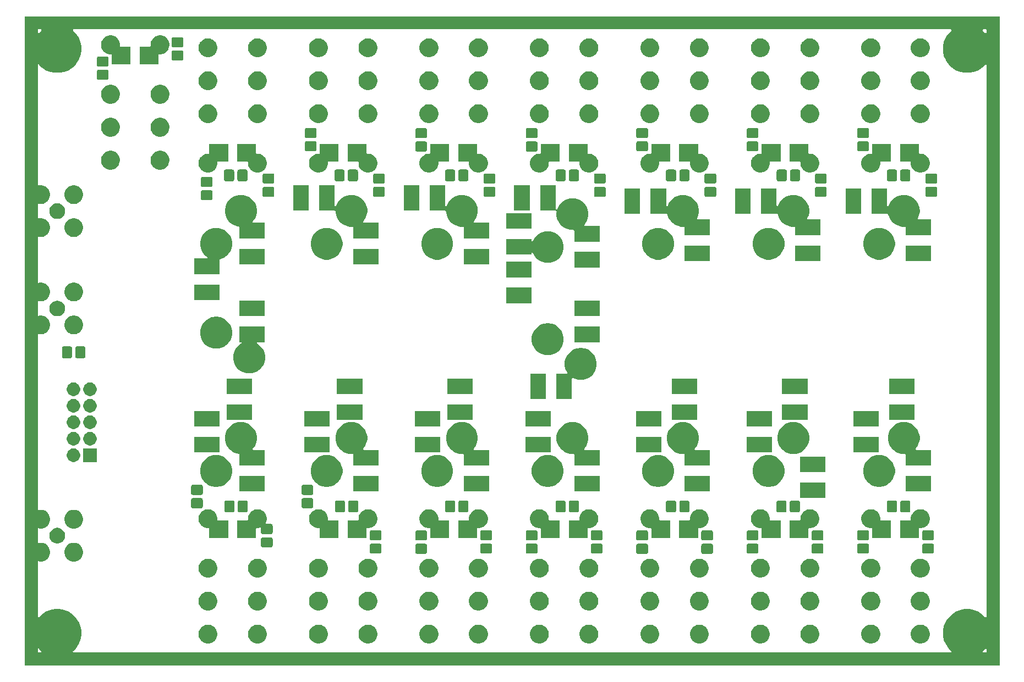
<source format=gbr>
%TF.GenerationSoftware,KiCad,Pcbnew,(5.1.5)-3*%
%TF.CreationDate,2020-07-21T14:48:16+02:00*%
%TF.ProjectId,LPF,4c50462e-6b69-4636-9164-5f7063625858,rev?*%
%TF.SameCoordinates,Original*%
%TF.FileFunction,Soldermask,Bot*%
%TF.FilePolarity,Negative*%
%FSLAX46Y46*%
G04 Gerber Fmt 4.6, Leading zero omitted, Abs format (unit mm)*
G04 Created by KiCad (PCBNEW (5.1.5)-3) date 2020-07-21 14:48:16*
%MOMM*%
%LPD*%
G04 APERTURE LIST*
%ADD10C,0.100000*%
G04 APERTURE END LIST*
D10*
G36*
X208250000Y-139500000D02*
G01*
X58250000Y-139500000D01*
X58250000Y-137034365D01*
X60250000Y-137034365D01*
X60250000Y-137375001D01*
X60252402Y-137399387D01*
X60259515Y-137422836D01*
X60271066Y-137444447D01*
X60286611Y-137463389D01*
X60305553Y-137478934D01*
X60327164Y-137490485D01*
X60350613Y-137497598D01*
X60374999Y-137500000D01*
X60715635Y-137500000D01*
X60740021Y-137497598D01*
X60763470Y-137490485D01*
X60785081Y-137478934D01*
X60804023Y-137463389D01*
X60819568Y-137444447D01*
X60831119Y-137422836D01*
X60838232Y-137399387D01*
X60840634Y-137375001D01*
X60838232Y-137350615D01*
X60831119Y-137327166D01*
X60819568Y-137305555D01*
X60804028Y-137286619D01*
X60463381Y-136945972D01*
X60444445Y-136930432D01*
X60422834Y-136918881D01*
X60399385Y-136911768D01*
X60374999Y-136909366D01*
X60350613Y-136911768D01*
X60327164Y-136918881D01*
X60305553Y-136930432D01*
X60286611Y-136945977D01*
X60271066Y-136964919D01*
X60259515Y-136986530D01*
X60252402Y-137009979D01*
X60250000Y-137034365D01*
X58250000Y-137034365D01*
X58250000Y-47034365D01*
X60250000Y-47034365D01*
X60250000Y-65421107D01*
X60252402Y-65445493D01*
X60259515Y-65468942D01*
X60271066Y-65490553D01*
X60286611Y-65509495D01*
X60305553Y-65525040D01*
X60327164Y-65536591D01*
X60350613Y-65543704D01*
X60374999Y-65546106D01*
X60399385Y-65543704D01*
X60567218Y-65510320D01*
X60852782Y-65510320D01*
X61132855Y-65566030D01*
X61350809Y-65656310D01*
X61396681Y-65675311D01*
X61634117Y-65833960D01*
X61836040Y-66035883D01*
X61994689Y-66273319D01*
X61994690Y-66273321D01*
X62103970Y-66537145D01*
X62159680Y-66817218D01*
X62159680Y-67102782D01*
X62103970Y-67382855D01*
X62012305Y-67604152D01*
X61994689Y-67646681D01*
X61836040Y-67884117D01*
X61634117Y-68086040D01*
X61396681Y-68244689D01*
X61396680Y-68244690D01*
X61396679Y-68244690D01*
X61132855Y-68353970D01*
X60852782Y-68409680D01*
X60567218Y-68409680D01*
X60399385Y-68376296D01*
X60374999Y-68373894D01*
X60350613Y-68376296D01*
X60327164Y-68383409D01*
X60305553Y-68394960D01*
X60286611Y-68410505D01*
X60271066Y-68429447D01*
X60259515Y-68451058D01*
X60252402Y-68474507D01*
X60250000Y-68498893D01*
X60250000Y-70501107D01*
X60252402Y-70525493D01*
X60259515Y-70548942D01*
X60271066Y-70570553D01*
X60286611Y-70589495D01*
X60305553Y-70605040D01*
X60327164Y-70616591D01*
X60350613Y-70623704D01*
X60374999Y-70626106D01*
X60399385Y-70623704D01*
X60567218Y-70590320D01*
X60852782Y-70590320D01*
X61132855Y-70646030D01*
X61396679Y-70755310D01*
X61396681Y-70755311D01*
X61634117Y-70913960D01*
X61836040Y-71115883D01*
X61994689Y-71353319D01*
X61994690Y-71353321D01*
X62103970Y-71617145D01*
X62159680Y-71897218D01*
X62159680Y-72182782D01*
X62103970Y-72462855D01*
X62012305Y-72684152D01*
X61994689Y-72726681D01*
X61836040Y-72964117D01*
X61634117Y-73166040D01*
X61396681Y-73324689D01*
X61396680Y-73324690D01*
X61396679Y-73324690D01*
X61132855Y-73433970D01*
X60852782Y-73489680D01*
X60567218Y-73489680D01*
X60399385Y-73456296D01*
X60374999Y-73453894D01*
X60350613Y-73456296D01*
X60327164Y-73463409D01*
X60305553Y-73474960D01*
X60286611Y-73490505D01*
X60271066Y-73509447D01*
X60259515Y-73531058D01*
X60252402Y-73554507D01*
X60250000Y-73578893D01*
X60250000Y-80421107D01*
X60252402Y-80445493D01*
X60259515Y-80468942D01*
X60271066Y-80490553D01*
X60286611Y-80509495D01*
X60305553Y-80525040D01*
X60327164Y-80536591D01*
X60350613Y-80543704D01*
X60374999Y-80546106D01*
X60399385Y-80543704D01*
X60567218Y-80510320D01*
X60852782Y-80510320D01*
X61132855Y-80566030D01*
X61396679Y-80675310D01*
X61396681Y-80675311D01*
X61634117Y-80833960D01*
X61836040Y-81035883D01*
X61994689Y-81273319D01*
X61994690Y-81273321D01*
X62103970Y-81537145D01*
X62159680Y-81817218D01*
X62159680Y-82102782D01*
X62103970Y-82382855D01*
X61994690Y-82646679D01*
X61994689Y-82646681D01*
X61836040Y-82884117D01*
X61634117Y-83086040D01*
X61396681Y-83244689D01*
X61396680Y-83244690D01*
X61396679Y-83244690D01*
X61132855Y-83353970D01*
X60852782Y-83409680D01*
X60567218Y-83409680D01*
X60399385Y-83376296D01*
X60374999Y-83373894D01*
X60350613Y-83376296D01*
X60327164Y-83383409D01*
X60305553Y-83394960D01*
X60286611Y-83410505D01*
X60271066Y-83429447D01*
X60259515Y-83451058D01*
X60252402Y-83474507D01*
X60250000Y-83498893D01*
X60250000Y-85501107D01*
X60252402Y-85525493D01*
X60259515Y-85548942D01*
X60271066Y-85570553D01*
X60286611Y-85589495D01*
X60305553Y-85605040D01*
X60327164Y-85616591D01*
X60350613Y-85623704D01*
X60374999Y-85626106D01*
X60399385Y-85623704D01*
X60567218Y-85590320D01*
X60852782Y-85590320D01*
X61132855Y-85646030D01*
X61263149Y-85700000D01*
X61396681Y-85755311D01*
X61634117Y-85913960D01*
X61836040Y-86115883D01*
X61977077Y-86326961D01*
X61994690Y-86353321D01*
X62103970Y-86617145D01*
X62159680Y-86897218D01*
X62159680Y-87182782D01*
X62103970Y-87462855D01*
X62082221Y-87515361D01*
X61994689Y-87726681D01*
X61836040Y-87964117D01*
X61634117Y-88166040D01*
X61396681Y-88324689D01*
X61396680Y-88324690D01*
X61396679Y-88324690D01*
X61132855Y-88433970D01*
X60852782Y-88489680D01*
X60567218Y-88489680D01*
X60399385Y-88456296D01*
X60374999Y-88453894D01*
X60350613Y-88456296D01*
X60327164Y-88463409D01*
X60305553Y-88474960D01*
X60286611Y-88490505D01*
X60271066Y-88509447D01*
X60259515Y-88531058D01*
X60252402Y-88554507D01*
X60250000Y-88578893D01*
X60250000Y-115421107D01*
X60252402Y-115445493D01*
X60259515Y-115468942D01*
X60271066Y-115490553D01*
X60286611Y-115509495D01*
X60305553Y-115525040D01*
X60327164Y-115536591D01*
X60350613Y-115543704D01*
X60374999Y-115546106D01*
X60399385Y-115543704D01*
X60567218Y-115510320D01*
X60852782Y-115510320D01*
X61132855Y-115566030D01*
X61396679Y-115675310D01*
X61396681Y-115675311D01*
X61634117Y-115833960D01*
X61836040Y-116035883D01*
X61994689Y-116273319D01*
X61994690Y-116273321D01*
X62103970Y-116537145D01*
X62159680Y-116817218D01*
X62159680Y-117102782D01*
X62103970Y-117382855D01*
X61994690Y-117646679D01*
X61994689Y-117646681D01*
X61836040Y-117884117D01*
X61634117Y-118086040D01*
X61396681Y-118244689D01*
X61396680Y-118244690D01*
X61396679Y-118244690D01*
X61132855Y-118353970D01*
X60852782Y-118409680D01*
X60567218Y-118409680D01*
X60399385Y-118376296D01*
X60374999Y-118373894D01*
X60350613Y-118376296D01*
X60327164Y-118383409D01*
X60305553Y-118394960D01*
X60286611Y-118410505D01*
X60271066Y-118429447D01*
X60259515Y-118451058D01*
X60252402Y-118474507D01*
X60250000Y-118498893D01*
X60250000Y-120501107D01*
X60252402Y-120525493D01*
X60259515Y-120548942D01*
X60271066Y-120570553D01*
X60286611Y-120589495D01*
X60305553Y-120605040D01*
X60327164Y-120616591D01*
X60350613Y-120623704D01*
X60374999Y-120626106D01*
X60399385Y-120623704D01*
X60567218Y-120590320D01*
X60852782Y-120590320D01*
X61132855Y-120646030D01*
X61385426Y-120750649D01*
X61396681Y-120755311D01*
X61634117Y-120913960D01*
X61836040Y-121115883D01*
X61994689Y-121353319D01*
X61994690Y-121353321D01*
X62103970Y-121617145D01*
X62159680Y-121897218D01*
X62159680Y-122182782D01*
X62103970Y-122462855D01*
X61994690Y-122726679D01*
X61994689Y-122726681D01*
X61836040Y-122964117D01*
X61634117Y-123166040D01*
X61396681Y-123324689D01*
X61396680Y-123324690D01*
X61396679Y-123324690D01*
X61132855Y-123433970D01*
X60852782Y-123489680D01*
X60567218Y-123489680D01*
X60399385Y-123456296D01*
X60374999Y-123453894D01*
X60350613Y-123456296D01*
X60327164Y-123463409D01*
X60305553Y-123474960D01*
X60286611Y-123490505D01*
X60271066Y-123509447D01*
X60259515Y-123531058D01*
X60252402Y-123554507D01*
X60250000Y-123578893D01*
X60250000Y-131965635D01*
X60252402Y-131990021D01*
X60259515Y-132013470D01*
X60271066Y-132035081D01*
X60286611Y-132054023D01*
X60305553Y-132069568D01*
X60327164Y-132081119D01*
X60350613Y-132088232D01*
X60374999Y-132090634D01*
X60399385Y-132088232D01*
X60422834Y-132081119D01*
X60444445Y-132069568D01*
X60463381Y-132054028D01*
X60891387Y-131626022D01*
X61497393Y-131221102D01*
X61497394Y-131221101D01*
X62170751Y-130942188D01*
X62885580Y-130800000D01*
X63614420Y-130800000D01*
X64329249Y-130942188D01*
X65002606Y-131221101D01*
X65002607Y-131221102D01*
X65608613Y-131626022D01*
X66123978Y-132141387D01*
X66394537Y-132546308D01*
X66528899Y-132747394D01*
X66807812Y-133420751D01*
X66950000Y-134135580D01*
X66950000Y-134864420D01*
X66807812Y-135579249D01*
X66528899Y-136252606D01*
X66528898Y-136252607D01*
X66123978Y-136858613D01*
X65695972Y-137286619D01*
X65680432Y-137305555D01*
X65668881Y-137327166D01*
X65661768Y-137350615D01*
X65659366Y-137375001D01*
X65661768Y-137399387D01*
X65668881Y-137422836D01*
X65680432Y-137444447D01*
X65695977Y-137463389D01*
X65714919Y-137478934D01*
X65736530Y-137490485D01*
X65759979Y-137497598D01*
X65784365Y-137500000D01*
X200715635Y-137500000D01*
X200740021Y-137497598D01*
X200763470Y-137490485D01*
X200785081Y-137478934D01*
X200804023Y-137463389D01*
X200819568Y-137444447D01*
X200831119Y-137422836D01*
X200838232Y-137399387D01*
X200840634Y-137375001D01*
X205659366Y-137375001D01*
X205661768Y-137399387D01*
X205668881Y-137422836D01*
X205680432Y-137444447D01*
X205695977Y-137463389D01*
X205714919Y-137478934D01*
X205736530Y-137490485D01*
X205759979Y-137497598D01*
X205784365Y-137500000D01*
X206125001Y-137500000D01*
X206149387Y-137497598D01*
X206172836Y-137490485D01*
X206194447Y-137478934D01*
X206213389Y-137463389D01*
X206228934Y-137444447D01*
X206240485Y-137422836D01*
X206247598Y-137399387D01*
X206250000Y-137375001D01*
X206250000Y-137034365D01*
X206247598Y-137009979D01*
X206240485Y-136986530D01*
X206228934Y-136964919D01*
X206213389Y-136945977D01*
X206194447Y-136930432D01*
X206172836Y-136918881D01*
X206149387Y-136911768D01*
X206125001Y-136909366D01*
X206100615Y-136911768D01*
X206077166Y-136918881D01*
X206055555Y-136930432D01*
X206036619Y-136945972D01*
X205695972Y-137286619D01*
X205680432Y-137305555D01*
X205668881Y-137327166D01*
X205661768Y-137350615D01*
X205659366Y-137375001D01*
X200840634Y-137375001D01*
X200838232Y-137350615D01*
X200831119Y-137327166D01*
X200819568Y-137305555D01*
X200804028Y-137286619D01*
X200376022Y-136858613D01*
X199971102Y-136252607D01*
X199971101Y-136252606D01*
X199692188Y-135579249D01*
X199550000Y-134864420D01*
X199550000Y-134135580D01*
X199692188Y-133420751D01*
X199971101Y-132747394D01*
X200105463Y-132546308D01*
X200376022Y-132141387D01*
X200891387Y-131626022D01*
X201497393Y-131221102D01*
X201497394Y-131221101D01*
X202170751Y-130942188D01*
X202885580Y-130800000D01*
X203614420Y-130800000D01*
X204329249Y-130942188D01*
X205002606Y-131221101D01*
X205002607Y-131221102D01*
X205608613Y-131626022D01*
X206036619Y-132054028D01*
X206055555Y-132069568D01*
X206077166Y-132081119D01*
X206100615Y-132088232D01*
X206125001Y-132090634D01*
X206149387Y-132088232D01*
X206172836Y-132081119D01*
X206194447Y-132069568D01*
X206213389Y-132054023D01*
X206228934Y-132035081D01*
X206240485Y-132013470D01*
X206247598Y-131990021D01*
X206250000Y-131965635D01*
X206250000Y-47034365D01*
X206247598Y-47009979D01*
X206240485Y-46986530D01*
X206228934Y-46964919D01*
X206213389Y-46945977D01*
X206194447Y-46930432D01*
X206172836Y-46918881D01*
X206149387Y-46911768D01*
X206125001Y-46909366D01*
X206100615Y-46911768D01*
X206077166Y-46918881D01*
X206055555Y-46930432D01*
X206036619Y-46945972D01*
X205608613Y-47373978D01*
X205203692Y-47644537D01*
X205002606Y-47778899D01*
X204329249Y-48057812D01*
X203614420Y-48200000D01*
X202885580Y-48200000D01*
X202170751Y-48057812D01*
X201497394Y-47778899D01*
X201296308Y-47644537D01*
X200891387Y-47373978D01*
X200376022Y-46858613D01*
X200002769Y-46300000D01*
X199971101Y-46252606D01*
X199692188Y-45579249D01*
X199550000Y-44864420D01*
X199550000Y-44135580D01*
X199692188Y-43420751D01*
X199971101Y-42747394D01*
X200183177Y-42430000D01*
X200376022Y-42141387D01*
X200804028Y-41713381D01*
X200819568Y-41694445D01*
X200831119Y-41672834D01*
X200838232Y-41649385D01*
X200840634Y-41624999D01*
X205659366Y-41624999D01*
X205661768Y-41649385D01*
X205668881Y-41672834D01*
X205680432Y-41694445D01*
X205695972Y-41713381D01*
X206036619Y-42054028D01*
X206055555Y-42069568D01*
X206077166Y-42081119D01*
X206100615Y-42088232D01*
X206125001Y-42090634D01*
X206149387Y-42088232D01*
X206172836Y-42081119D01*
X206194447Y-42069568D01*
X206213389Y-42054023D01*
X206228934Y-42035081D01*
X206240485Y-42013470D01*
X206247598Y-41990021D01*
X206250000Y-41965635D01*
X206250000Y-41624999D01*
X206247598Y-41600613D01*
X206240485Y-41577164D01*
X206228934Y-41555553D01*
X206213389Y-41536611D01*
X206194447Y-41521066D01*
X206172836Y-41509515D01*
X206149387Y-41502402D01*
X206125001Y-41500000D01*
X205784365Y-41500000D01*
X205759979Y-41502402D01*
X205736530Y-41509515D01*
X205714919Y-41521066D01*
X205695977Y-41536611D01*
X205680432Y-41555553D01*
X205668881Y-41577164D01*
X205661768Y-41600613D01*
X205659366Y-41624999D01*
X200840634Y-41624999D01*
X200838232Y-41600613D01*
X200831119Y-41577164D01*
X200819568Y-41555553D01*
X200804023Y-41536611D01*
X200785081Y-41521066D01*
X200763470Y-41509515D01*
X200740021Y-41502402D01*
X200715635Y-41500000D01*
X65784365Y-41500000D01*
X65759979Y-41502402D01*
X65736530Y-41509515D01*
X65714919Y-41521066D01*
X65695977Y-41536611D01*
X65680432Y-41555553D01*
X65668881Y-41577164D01*
X65661768Y-41600613D01*
X65659366Y-41624999D01*
X65661768Y-41649385D01*
X65668881Y-41672834D01*
X65680432Y-41694445D01*
X65695972Y-41713381D01*
X66123978Y-42141387D01*
X66316823Y-42430000D01*
X66528899Y-42747394D01*
X66807812Y-43420751D01*
X66950000Y-44135580D01*
X66950000Y-44864420D01*
X66807812Y-45579249D01*
X66528899Y-46252606D01*
X66497231Y-46300000D01*
X66123978Y-46858613D01*
X65608613Y-47373978D01*
X65203692Y-47644537D01*
X65002606Y-47778899D01*
X64329249Y-48057812D01*
X63614420Y-48200000D01*
X62885580Y-48200000D01*
X62170751Y-48057812D01*
X61497394Y-47778899D01*
X61296308Y-47644537D01*
X60891387Y-47373978D01*
X60463381Y-46945972D01*
X60444445Y-46930432D01*
X60422834Y-46918881D01*
X60399385Y-46911768D01*
X60374999Y-46909366D01*
X60350613Y-46911768D01*
X60327164Y-46918881D01*
X60305553Y-46930432D01*
X60286611Y-46945977D01*
X60271066Y-46964919D01*
X60259515Y-46986530D01*
X60252402Y-47009979D01*
X60250000Y-47034365D01*
X58250000Y-47034365D01*
X58250000Y-41624999D01*
X60250000Y-41624999D01*
X60250000Y-41965635D01*
X60252402Y-41990021D01*
X60259515Y-42013470D01*
X60271066Y-42035081D01*
X60286611Y-42054023D01*
X60305553Y-42069568D01*
X60327164Y-42081119D01*
X60350613Y-42088232D01*
X60374999Y-42090634D01*
X60399385Y-42088232D01*
X60422834Y-42081119D01*
X60444445Y-42069568D01*
X60463381Y-42054028D01*
X60804028Y-41713381D01*
X60819568Y-41694445D01*
X60831119Y-41672834D01*
X60838232Y-41649385D01*
X60840634Y-41624999D01*
X60838232Y-41600613D01*
X60831119Y-41577164D01*
X60819568Y-41555553D01*
X60804023Y-41536611D01*
X60785081Y-41521066D01*
X60763470Y-41509515D01*
X60740021Y-41502402D01*
X60715635Y-41500000D01*
X60374999Y-41500000D01*
X60350613Y-41502402D01*
X60327164Y-41509515D01*
X60305553Y-41521066D01*
X60286611Y-41536611D01*
X60271066Y-41555553D01*
X60259515Y-41577164D01*
X60252402Y-41600613D01*
X60250000Y-41624999D01*
X58250000Y-41624999D01*
X58250000Y-39500000D01*
X208250000Y-39500000D01*
X208250000Y-139500000D01*
G37*
G36*
X94482948Y-133265722D02*
G01*
X94746831Y-133375026D01*
X94746833Y-133375027D01*
X94984321Y-133533711D01*
X95186289Y-133735679D01*
X95344973Y-133973167D01*
X95344974Y-133973169D01*
X95454278Y-134237052D01*
X95510000Y-134517186D01*
X95510000Y-134802814D01*
X95454278Y-135082948D01*
X95344974Y-135346831D01*
X95344973Y-135346833D01*
X95186289Y-135584321D01*
X94984321Y-135786289D01*
X94746833Y-135944973D01*
X94746832Y-135944974D01*
X94746831Y-135944974D01*
X94482948Y-136054278D01*
X94202814Y-136110000D01*
X93917186Y-136110000D01*
X93637052Y-136054278D01*
X93373169Y-135944974D01*
X93373168Y-135944974D01*
X93373167Y-135944973D01*
X93135679Y-135786289D01*
X92933711Y-135584321D01*
X92775027Y-135346833D01*
X92775026Y-135346831D01*
X92665722Y-135082948D01*
X92610000Y-134802814D01*
X92610000Y-134517186D01*
X92665722Y-134237052D01*
X92775026Y-133973169D01*
X92775027Y-133973167D01*
X92933711Y-133735679D01*
X93135679Y-133533711D01*
X93373167Y-133375027D01*
X93373169Y-133375026D01*
X93637052Y-133265722D01*
X93917186Y-133210000D01*
X94202814Y-133210000D01*
X94482948Y-133265722D01*
G37*
G36*
X103862948Y-133265722D02*
G01*
X104126831Y-133375026D01*
X104126833Y-133375027D01*
X104364321Y-133533711D01*
X104566289Y-133735679D01*
X104724973Y-133973167D01*
X104724974Y-133973169D01*
X104834278Y-134237052D01*
X104890000Y-134517186D01*
X104890000Y-134802814D01*
X104834278Y-135082948D01*
X104724974Y-135346831D01*
X104724973Y-135346833D01*
X104566289Y-135584321D01*
X104364321Y-135786289D01*
X104126833Y-135944973D01*
X104126832Y-135944974D01*
X104126831Y-135944974D01*
X103862948Y-136054278D01*
X103582814Y-136110000D01*
X103297186Y-136110000D01*
X103017052Y-136054278D01*
X102753169Y-135944974D01*
X102753168Y-135944974D01*
X102753167Y-135944973D01*
X102515679Y-135786289D01*
X102313711Y-135584321D01*
X102155027Y-135346833D01*
X102155026Y-135346831D01*
X102045722Y-135082948D01*
X101990000Y-134802814D01*
X101990000Y-134517186D01*
X102045722Y-134237052D01*
X102155026Y-133973169D01*
X102155027Y-133973167D01*
X102313711Y-133735679D01*
X102515679Y-133533711D01*
X102753167Y-133375027D01*
X102753169Y-133375026D01*
X103017052Y-133265722D01*
X103297186Y-133210000D01*
X103582814Y-133210000D01*
X103862948Y-133265722D01*
G37*
G36*
X111482948Y-133265722D02*
G01*
X111746831Y-133375026D01*
X111746833Y-133375027D01*
X111984321Y-133533711D01*
X112186289Y-133735679D01*
X112344973Y-133973167D01*
X112344974Y-133973169D01*
X112454278Y-134237052D01*
X112510000Y-134517186D01*
X112510000Y-134802814D01*
X112454278Y-135082948D01*
X112344974Y-135346831D01*
X112344973Y-135346833D01*
X112186289Y-135584321D01*
X111984321Y-135786289D01*
X111746833Y-135944973D01*
X111746832Y-135944974D01*
X111746831Y-135944974D01*
X111482948Y-136054278D01*
X111202814Y-136110000D01*
X110917186Y-136110000D01*
X110637052Y-136054278D01*
X110373169Y-135944974D01*
X110373168Y-135944974D01*
X110373167Y-135944973D01*
X110135679Y-135786289D01*
X109933711Y-135584321D01*
X109775027Y-135346833D01*
X109775026Y-135346831D01*
X109665722Y-135082948D01*
X109610000Y-134802814D01*
X109610000Y-134517186D01*
X109665722Y-134237052D01*
X109775026Y-133973169D01*
X109775027Y-133973167D01*
X109933711Y-133735679D01*
X110135679Y-133533711D01*
X110373167Y-133375027D01*
X110373169Y-133375026D01*
X110637052Y-133265722D01*
X110917186Y-133210000D01*
X111202814Y-133210000D01*
X111482948Y-133265722D01*
G37*
G36*
X120862948Y-133265722D02*
G01*
X121126831Y-133375026D01*
X121126833Y-133375027D01*
X121364321Y-133533711D01*
X121566289Y-133735679D01*
X121724973Y-133973167D01*
X121724974Y-133973169D01*
X121834278Y-134237052D01*
X121890000Y-134517186D01*
X121890000Y-134802814D01*
X121834278Y-135082948D01*
X121724974Y-135346831D01*
X121724973Y-135346833D01*
X121566289Y-135584321D01*
X121364321Y-135786289D01*
X121126833Y-135944973D01*
X121126832Y-135944974D01*
X121126831Y-135944974D01*
X120862948Y-136054278D01*
X120582814Y-136110000D01*
X120297186Y-136110000D01*
X120017052Y-136054278D01*
X119753169Y-135944974D01*
X119753168Y-135944974D01*
X119753167Y-135944973D01*
X119515679Y-135786289D01*
X119313711Y-135584321D01*
X119155027Y-135346833D01*
X119155026Y-135346831D01*
X119045722Y-135082948D01*
X118990000Y-134802814D01*
X118990000Y-134517186D01*
X119045722Y-134237052D01*
X119155026Y-133973169D01*
X119155027Y-133973167D01*
X119313711Y-133735679D01*
X119515679Y-133533711D01*
X119753167Y-133375027D01*
X119753169Y-133375026D01*
X120017052Y-133265722D01*
X120297186Y-133210000D01*
X120582814Y-133210000D01*
X120862948Y-133265722D01*
G37*
G36*
X128482948Y-133265722D02*
G01*
X128746831Y-133375026D01*
X128746833Y-133375027D01*
X128984321Y-133533711D01*
X129186289Y-133735679D01*
X129344973Y-133973167D01*
X129344974Y-133973169D01*
X129454278Y-134237052D01*
X129510000Y-134517186D01*
X129510000Y-134802814D01*
X129454278Y-135082948D01*
X129344974Y-135346831D01*
X129344973Y-135346833D01*
X129186289Y-135584321D01*
X128984321Y-135786289D01*
X128746833Y-135944973D01*
X128746832Y-135944974D01*
X128746831Y-135944974D01*
X128482948Y-136054278D01*
X128202814Y-136110000D01*
X127917186Y-136110000D01*
X127637052Y-136054278D01*
X127373169Y-135944974D01*
X127373168Y-135944974D01*
X127373167Y-135944973D01*
X127135679Y-135786289D01*
X126933711Y-135584321D01*
X126775027Y-135346833D01*
X126775026Y-135346831D01*
X126665722Y-135082948D01*
X126610000Y-134802814D01*
X126610000Y-134517186D01*
X126665722Y-134237052D01*
X126775026Y-133973169D01*
X126775027Y-133973167D01*
X126933711Y-133735679D01*
X127135679Y-133533711D01*
X127373167Y-133375027D01*
X127373169Y-133375026D01*
X127637052Y-133265722D01*
X127917186Y-133210000D01*
X128202814Y-133210000D01*
X128482948Y-133265722D01*
G37*
G36*
X137862948Y-133265722D02*
G01*
X138126831Y-133375026D01*
X138126833Y-133375027D01*
X138364321Y-133533711D01*
X138566289Y-133735679D01*
X138724973Y-133973167D01*
X138724974Y-133973169D01*
X138834278Y-134237052D01*
X138890000Y-134517186D01*
X138890000Y-134802814D01*
X138834278Y-135082948D01*
X138724974Y-135346831D01*
X138724973Y-135346833D01*
X138566289Y-135584321D01*
X138364321Y-135786289D01*
X138126833Y-135944973D01*
X138126832Y-135944974D01*
X138126831Y-135944974D01*
X137862948Y-136054278D01*
X137582814Y-136110000D01*
X137297186Y-136110000D01*
X137017052Y-136054278D01*
X136753169Y-135944974D01*
X136753168Y-135944974D01*
X136753167Y-135944973D01*
X136515679Y-135786289D01*
X136313711Y-135584321D01*
X136155027Y-135346833D01*
X136155026Y-135346831D01*
X136045722Y-135082948D01*
X135990000Y-134802814D01*
X135990000Y-134517186D01*
X136045722Y-134237052D01*
X136155026Y-133973169D01*
X136155027Y-133973167D01*
X136313711Y-133735679D01*
X136515679Y-133533711D01*
X136753167Y-133375027D01*
X136753169Y-133375026D01*
X137017052Y-133265722D01*
X137297186Y-133210000D01*
X137582814Y-133210000D01*
X137862948Y-133265722D01*
G37*
G36*
X154862948Y-133265722D02*
G01*
X155126831Y-133375026D01*
X155126833Y-133375027D01*
X155364321Y-133533711D01*
X155566289Y-133735679D01*
X155724973Y-133973167D01*
X155724974Y-133973169D01*
X155834278Y-134237052D01*
X155890000Y-134517186D01*
X155890000Y-134802814D01*
X155834278Y-135082948D01*
X155724974Y-135346831D01*
X155724973Y-135346833D01*
X155566289Y-135584321D01*
X155364321Y-135786289D01*
X155126833Y-135944973D01*
X155126832Y-135944974D01*
X155126831Y-135944974D01*
X154862948Y-136054278D01*
X154582814Y-136110000D01*
X154297186Y-136110000D01*
X154017052Y-136054278D01*
X153753169Y-135944974D01*
X153753168Y-135944974D01*
X153753167Y-135944973D01*
X153515679Y-135786289D01*
X153313711Y-135584321D01*
X153155027Y-135346833D01*
X153155026Y-135346831D01*
X153045722Y-135082948D01*
X152990000Y-134802814D01*
X152990000Y-134517186D01*
X153045722Y-134237052D01*
X153155026Y-133973169D01*
X153155027Y-133973167D01*
X153313711Y-133735679D01*
X153515679Y-133533711D01*
X153753167Y-133375027D01*
X153753169Y-133375026D01*
X154017052Y-133265722D01*
X154297186Y-133210000D01*
X154582814Y-133210000D01*
X154862948Y-133265722D01*
G37*
G36*
X162482948Y-133265722D02*
G01*
X162746831Y-133375026D01*
X162746833Y-133375027D01*
X162984321Y-133533711D01*
X163186289Y-133735679D01*
X163344973Y-133973167D01*
X163344974Y-133973169D01*
X163454278Y-134237052D01*
X163510000Y-134517186D01*
X163510000Y-134802814D01*
X163454278Y-135082948D01*
X163344974Y-135346831D01*
X163344973Y-135346833D01*
X163186289Y-135584321D01*
X162984321Y-135786289D01*
X162746833Y-135944973D01*
X162746832Y-135944974D01*
X162746831Y-135944974D01*
X162482948Y-136054278D01*
X162202814Y-136110000D01*
X161917186Y-136110000D01*
X161637052Y-136054278D01*
X161373169Y-135944974D01*
X161373168Y-135944974D01*
X161373167Y-135944973D01*
X161135679Y-135786289D01*
X160933711Y-135584321D01*
X160775027Y-135346833D01*
X160775026Y-135346831D01*
X160665722Y-135082948D01*
X160610000Y-134802814D01*
X160610000Y-134517186D01*
X160665722Y-134237052D01*
X160775026Y-133973169D01*
X160775027Y-133973167D01*
X160933711Y-133735679D01*
X161135679Y-133533711D01*
X161373167Y-133375027D01*
X161373169Y-133375026D01*
X161637052Y-133265722D01*
X161917186Y-133210000D01*
X162202814Y-133210000D01*
X162482948Y-133265722D01*
G37*
G36*
X145482948Y-133265722D02*
G01*
X145746831Y-133375026D01*
X145746833Y-133375027D01*
X145984321Y-133533711D01*
X146186289Y-133735679D01*
X146344973Y-133973167D01*
X146344974Y-133973169D01*
X146454278Y-134237052D01*
X146510000Y-134517186D01*
X146510000Y-134802814D01*
X146454278Y-135082948D01*
X146344974Y-135346831D01*
X146344973Y-135346833D01*
X146186289Y-135584321D01*
X145984321Y-135786289D01*
X145746833Y-135944973D01*
X145746832Y-135944974D01*
X145746831Y-135944974D01*
X145482948Y-136054278D01*
X145202814Y-136110000D01*
X144917186Y-136110000D01*
X144637052Y-136054278D01*
X144373169Y-135944974D01*
X144373168Y-135944974D01*
X144373167Y-135944973D01*
X144135679Y-135786289D01*
X143933711Y-135584321D01*
X143775027Y-135346833D01*
X143775026Y-135346831D01*
X143665722Y-135082948D01*
X143610000Y-134802814D01*
X143610000Y-134517186D01*
X143665722Y-134237052D01*
X143775026Y-133973169D01*
X143775027Y-133973167D01*
X143933711Y-133735679D01*
X144135679Y-133533711D01*
X144373167Y-133375027D01*
X144373169Y-133375026D01*
X144637052Y-133265722D01*
X144917186Y-133210000D01*
X145202814Y-133210000D01*
X145482948Y-133265722D01*
G37*
G36*
X171862948Y-133265722D02*
G01*
X172126831Y-133375026D01*
X172126833Y-133375027D01*
X172364321Y-133533711D01*
X172566289Y-133735679D01*
X172724973Y-133973167D01*
X172724974Y-133973169D01*
X172834278Y-134237052D01*
X172890000Y-134517186D01*
X172890000Y-134802814D01*
X172834278Y-135082948D01*
X172724974Y-135346831D01*
X172724973Y-135346833D01*
X172566289Y-135584321D01*
X172364321Y-135786289D01*
X172126833Y-135944973D01*
X172126832Y-135944974D01*
X172126831Y-135944974D01*
X171862948Y-136054278D01*
X171582814Y-136110000D01*
X171297186Y-136110000D01*
X171017052Y-136054278D01*
X170753169Y-135944974D01*
X170753168Y-135944974D01*
X170753167Y-135944973D01*
X170515679Y-135786289D01*
X170313711Y-135584321D01*
X170155027Y-135346833D01*
X170155026Y-135346831D01*
X170045722Y-135082948D01*
X169990000Y-134802814D01*
X169990000Y-134517186D01*
X170045722Y-134237052D01*
X170155026Y-133973169D01*
X170155027Y-133973167D01*
X170313711Y-133735679D01*
X170515679Y-133533711D01*
X170753167Y-133375027D01*
X170753169Y-133375026D01*
X171017052Y-133265722D01*
X171297186Y-133210000D01*
X171582814Y-133210000D01*
X171862948Y-133265722D01*
G37*
G36*
X196482948Y-133265722D02*
G01*
X196746831Y-133375026D01*
X196746833Y-133375027D01*
X196984321Y-133533711D01*
X197186289Y-133735679D01*
X197344973Y-133973167D01*
X197344974Y-133973169D01*
X197454278Y-134237052D01*
X197510000Y-134517186D01*
X197510000Y-134802814D01*
X197454278Y-135082948D01*
X197344974Y-135346831D01*
X197344973Y-135346833D01*
X197186289Y-135584321D01*
X196984321Y-135786289D01*
X196746833Y-135944973D01*
X196746832Y-135944974D01*
X196746831Y-135944974D01*
X196482948Y-136054278D01*
X196202814Y-136110000D01*
X195917186Y-136110000D01*
X195637052Y-136054278D01*
X195373169Y-135944974D01*
X195373168Y-135944974D01*
X195373167Y-135944973D01*
X195135679Y-135786289D01*
X194933711Y-135584321D01*
X194775027Y-135346833D01*
X194775026Y-135346831D01*
X194665722Y-135082948D01*
X194610000Y-134802814D01*
X194610000Y-134517186D01*
X194665722Y-134237052D01*
X194775026Y-133973169D01*
X194775027Y-133973167D01*
X194933711Y-133735679D01*
X195135679Y-133533711D01*
X195373167Y-133375027D01*
X195373169Y-133375026D01*
X195637052Y-133265722D01*
X195917186Y-133210000D01*
X196202814Y-133210000D01*
X196482948Y-133265722D01*
G37*
G36*
X86862948Y-133265722D02*
G01*
X87126831Y-133375026D01*
X87126833Y-133375027D01*
X87364321Y-133533711D01*
X87566289Y-133735679D01*
X87724973Y-133973167D01*
X87724974Y-133973169D01*
X87834278Y-134237052D01*
X87890000Y-134517186D01*
X87890000Y-134802814D01*
X87834278Y-135082948D01*
X87724974Y-135346831D01*
X87724973Y-135346833D01*
X87566289Y-135584321D01*
X87364321Y-135786289D01*
X87126833Y-135944973D01*
X87126832Y-135944974D01*
X87126831Y-135944974D01*
X86862948Y-136054278D01*
X86582814Y-136110000D01*
X86297186Y-136110000D01*
X86017052Y-136054278D01*
X85753169Y-135944974D01*
X85753168Y-135944974D01*
X85753167Y-135944973D01*
X85515679Y-135786289D01*
X85313711Y-135584321D01*
X85155027Y-135346833D01*
X85155026Y-135346831D01*
X85045722Y-135082948D01*
X84990000Y-134802814D01*
X84990000Y-134517186D01*
X85045722Y-134237052D01*
X85155026Y-133973169D01*
X85155027Y-133973167D01*
X85313711Y-133735679D01*
X85515679Y-133533711D01*
X85753167Y-133375027D01*
X85753169Y-133375026D01*
X86017052Y-133265722D01*
X86297186Y-133210000D01*
X86582814Y-133210000D01*
X86862948Y-133265722D01*
G37*
G36*
X179482948Y-133265722D02*
G01*
X179746831Y-133375026D01*
X179746833Y-133375027D01*
X179984321Y-133533711D01*
X180186289Y-133735679D01*
X180344973Y-133973167D01*
X180344974Y-133973169D01*
X180454278Y-134237052D01*
X180510000Y-134517186D01*
X180510000Y-134802814D01*
X180454278Y-135082948D01*
X180344974Y-135346831D01*
X180344973Y-135346833D01*
X180186289Y-135584321D01*
X179984321Y-135786289D01*
X179746833Y-135944973D01*
X179746832Y-135944974D01*
X179746831Y-135944974D01*
X179482948Y-136054278D01*
X179202814Y-136110000D01*
X178917186Y-136110000D01*
X178637052Y-136054278D01*
X178373169Y-135944974D01*
X178373168Y-135944974D01*
X178373167Y-135944973D01*
X178135679Y-135786289D01*
X177933711Y-135584321D01*
X177775027Y-135346833D01*
X177775026Y-135346831D01*
X177665722Y-135082948D01*
X177610000Y-134802814D01*
X177610000Y-134517186D01*
X177665722Y-134237052D01*
X177775026Y-133973169D01*
X177775027Y-133973167D01*
X177933711Y-133735679D01*
X178135679Y-133533711D01*
X178373167Y-133375027D01*
X178373169Y-133375026D01*
X178637052Y-133265722D01*
X178917186Y-133210000D01*
X179202814Y-133210000D01*
X179482948Y-133265722D01*
G37*
G36*
X188862948Y-133265722D02*
G01*
X189126831Y-133375026D01*
X189126833Y-133375027D01*
X189364321Y-133533711D01*
X189566289Y-133735679D01*
X189724973Y-133973167D01*
X189724974Y-133973169D01*
X189834278Y-134237052D01*
X189890000Y-134517186D01*
X189890000Y-134802814D01*
X189834278Y-135082948D01*
X189724974Y-135346831D01*
X189724973Y-135346833D01*
X189566289Y-135584321D01*
X189364321Y-135786289D01*
X189126833Y-135944973D01*
X189126832Y-135944974D01*
X189126831Y-135944974D01*
X188862948Y-136054278D01*
X188582814Y-136110000D01*
X188297186Y-136110000D01*
X188017052Y-136054278D01*
X187753169Y-135944974D01*
X187753168Y-135944974D01*
X187753167Y-135944973D01*
X187515679Y-135786289D01*
X187313711Y-135584321D01*
X187155027Y-135346833D01*
X187155026Y-135346831D01*
X187045722Y-135082948D01*
X186990000Y-134802814D01*
X186990000Y-134517186D01*
X187045722Y-134237052D01*
X187155026Y-133973169D01*
X187155027Y-133973167D01*
X187313711Y-133735679D01*
X187515679Y-133533711D01*
X187753167Y-133375027D01*
X187753169Y-133375026D01*
X188017052Y-133265722D01*
X188297186Y-133210000D01*
X188582814Y-133210000D01*
X188862948Y-133265722D01*
G37*
G36*
X196482948Y-128185722D02*
G01*
X196746831Y-128295026D01*
X196746833Y-128295027D01*
X196984321Y-128453711D01*
X197186289Y-128655679D01*
X197344973Y-128893167D01*
X197344974Y-128893169D01*
X197454278Y-129157052D01*
X197510000Y-129437186D01*
X197510000Y-129722814D01*
X197454278Y-130002948D01*
X197344974Y-130266831D01*
X197344973Y-130266833D01*
X197186289Y-130504321D01*
X196984321Y-130706289D01*
X196746833Y-130864973D01*
X196746832Y-130864974D01*
X196746831Y-130864974D01*
X196482948Y-130974278D01*
X196202814Y-131030000D01*
X195917186Y-131030000D01*
X195637052Y-130974278D01*
X195373169Y-130864974D01*
X195373168Y-130864974D01*
X195373167Y-130864973D01*
X195135679Y-130706289D01*
X194933711Y-130504321D01*
X194775027Y-130266833D01*
X194775026Y-130266831D01*
X194665722Y-130002948D01*
X194610000Y-129722814D01*
X194610000Y-129437186D01*
X194665722Y-129157052D01*
X194775026Y-128893169D01*
X194775027Y-128893167D01*
X194933711Y-128655679D01*
X195135679Y-128453711D01*
X195373167Y-128295027D01*
X195373169Y-128295026D01*
X195637052Y-128185722D01*
X195917186Y-128130000D01*
X196202814Y-128130000D01*
X196482948Y-128185722D01*
G37*
G36*
X145482948Y-128185722D02*
G01*
X145746831Y-128295026D01*
X145746833Y-128295027D01*
X145984321Y-128453711D01*
X146186289Y-128655679D01*
X146344973Y-128893167D01*
X146344974Y-128893169D01*
X146454278Y-129157052D01*
X146510000Y-129437186D01*
X146510000Y-129722814D01*
X146454278Y-130002948D01*
X146344974Y-130266831D01*
X146344973Y-130266833D01*
X146186289Y-130504321D01*
X145984321Y-130706289D01*
X145746833Y-130864973D01*
X145746832Y-130864974D01*
X145746831Y-130864974D01*
X145482948Y-130974278D01*
X145202814Y-131030000D01*
X144917186Y-131030000D01*
X144637052Y-130974278D01*
X144373169Y-130864974D01*
X144373168Y-130864974D01*
X144373167Y-130864973D01*
X144135679Y-130706289D01*
X143933711Y-130504321D01*
X143775027Y-130266833D01*
X143775026Y-130266831D01*
X143665722Y-130002948D01*
X143610000Y-129722814D01*
X143610000Y-129437186D01*
X143665722Y-129157052D01*
X143775026Y-128893169D01*
X143775027Y-128893167D01*
X143933711Y-128655679D01*
X144135679Y-128453711D01*
X144373167Y-128295027D01*
X144373169Y-128295026D01*
X144637052Y-128185722D01*
X144917186Y-128130000D01*
X145202814Y-128130000D01*
X145482948Y-128185722D01*
G37*
G36*
X137862948Y-128185722D02*
G01*
X138126831Y-128295026D01*
X138126833Y-128295027D01*
X138364321Y-128453711D01*
X138566289Y-128655679D01*
X138724973Y-128893167D01*
X138724974Y-128893169D01*
X138834278Y-129157052D01*
X138890000Y-129437186D01*
X138890000Y-129722814D01*
X138834278Y-130002948D01*
X138724974Y-130266831D01*
X138724973Y-130266833D01*
X138566289Y-130504321D01*
X138364321Y-130706289D01*
X138126833Y-130864973D01*
X138126832Y-130864974D01*
X138126831Y-130864974D01*
X137862948Y-130974278D01*
X137582814Y-131030000D01*
X137297186Y-131030000D01*
X137017052Y-130974278D01*
X136753169Y-130864974D01*
X136753168Y-130864974D01*
X136753167Y-130864973D01*
X136515679Y-130706289D01*
X136313711Y-130504321D01*
X136155027Y-130266833D01*
X136155026Y-130266831D01*
X136045722Y-130002948D01*
X135990000Y-129722814D01*
X135990000Y-129437186D01*
X136045722Y-129157052D01*
X136155026Y-128893169D01*
X136155027Y-128893167D01*
X136313711Y-128655679D01*
X136515679Y-128453711D01*
X136753167Y-128295027D01*
X136753169Y-128295026D01*
X137017052Y-128185722D01*
X137297186Y-128130000D01*
X137582814Y-128130000D01*
X137862948Y-128185722D01*
G37*
G36*
X128482948Y-128185722D02*
G01*
X128746831Y-128295026D01*
X128746833Y-128295027D01*
X128984321Y-128453711D01*
X129186289Y-128655679D01*
X129344973Y-128893167D01*
X129344974Y-128893169D01*
X129454278Y-129157052D01*
X129510000Y-129437186D01*
X129510000Y-129722814D01*
X129454278Y-130002948D01*
X129344974Y-130266831D01*
X129344973Y-130266833D01*
X129186289Y-130504321D01*
X128984321Y-130706289D01*
X128746833Y-130864973D01*
X128746832Y-130864974D01*
X128746831Y-130864974D01*
X128482948Y-130974278D01*
X128202814Y-131030000D01*
X127917186Y-131030000D01*
X127637052Y-130974278D01*
X127373169Y-130864974D01*
X127373168Y-130864974D01*
X127373167Y-130864973D01*
X127135679Y-130706289D01*
X126933711Y-130504321D01*
X126775027Y-130266833D01*
X126775026Y-130266831D01*
X126665722Y-130002948D01*
X126610000Y-129722814D01*
X126610000Y-129437186D01*
X126665722Y-129157052D01*
X126775026Y-128893169D01*
X126775027Y-128893167D01*
X126933711Y-128655679D01*
X127135679Y-128453711D01*
X127373167Y-128295027D01*
X127373169Y-128295026D01*
X127637052Y-128185722D01*
X127917186Y-128130000D01*
X128202814Y-128130000D01*
X128482948Y-128185722D01*
G37*
G36*
X188862948Y-128185722D02*
G01*
X189126831Y-128295026D01*
X189126833Y-128295027D01*
X189364321Y-128453711D01*
X189566289Y-128655679D01*
X189724973Y-128893167D01*
X189724974Y-128893169D01*
X189834278Y-129157052D01*
X189890000Y-129437186D01*
X189890000Y-129722814D01*
X189834278Y-130002948D01*
X189724974Y-130266831D01*
X189724973Y-130266833D01*
X189566289Y-130504321D01*
X189364321Y-130706289D01*
X189126833Y-130864973D01*
X189126832Y-130864974D01*
X189126831Y-130864974D01*
X188862948Y-130974278D01*
X188582814Y-131030000D01*
X188297186Y-131030000D01*
X188017052Y-130974278D01*
X187753169Y-130864974D01*
X187753168Y-130864974D01*
X187753167Y-130864973D01*
X187515679Y-130706289D01*
X187313711Y-130504321D01*
X187155027Y-130266833D01*
X187155026Y-130266831D01*
X187045722Y-130002948D01*
X186990000Y-129722814D01*
X186990000Y-129437186D01*
X187045722Y-129157052D01*
X187155026Y-128893169D01*
X187155027Y-128893167D01*
X187313711Y-128655679D01*
X187515679Y-128453711D01*
X187753167Y-128295027D01*
X187753169Y-128295026D01*
X188017052Y-128185722D01*
X188297186Y-128130000D01*
X188582814Y-128130000D01*
X188862948Y-128185722D01*
G37*
G36*
X154862948Y-128185722D02*
G01*
X155126831Y-128295026D01*
X155126833Y-128295027D01*
X155364321Y-128453711D01*
X155566289Y-128655679D01*
X155724973Y-128893167D01*
X155724974Y-128893169D01*
X155834278Y-129157052D01*
X155890000Y-129437186D01*
X155890000Y-129722814D01*
X155834278Y-130002948D01*
X155724974Y-130266831D01*
X155724973Y-130266833D01*
X155566289Y-130504321D01*
X155364321Y-130706289D01*
X155126833Y-130864973D01*
X155126832Y-130864974D01*
X155126831Y-130864974D01*
X154862948Y-130974278D01*
X154582814Y-131030000D01*
X154297186Y-131030000D01*
X154017052Y-130974278D01*
X153753169Y-130864974D01*
X153753168Y-130864974D01*
X153753167Y-130864973D01*
X153515679Y-130706289D01*
X153313711Y-130504321D01*
X153155027Y-130266833D01*
X153155026Y-130266831D01*
X153045722Y-130002948D01*
X152990000Y-129722814D01*
X152990000Y-129437186D01*
X153045722Y-129157052D01*
X153155026Y-128893169D01*
X153155027Y-128893167D01*
X153313711Y-128655679D01*
X153515679Y-128453711D01*
X153753167Y-128295027D01*
X153753169Y-128295026D01*
X154017052Y-128185722D01*
X154297186Y-128130000D01*
X154582814Y-128130000D01*
X154862948Y-128185722D01*
G37*
G36*
X162482948Y-128185722D02*
G01*
X162746831Y-128295026D01*
X162746833Y-128295027D01*
X162984321Y-128453711D01*
X163186289Y-128655679D01*
X163344973Y-128893167D01*
X163344974Y-128893169D01*
X163454278Y-129157052D01*
X163510000Y-129437186D01*
X163510000Y-129722814D01*
X163454278Y-130002948D01*
X163344974Y-130266831D01*
X163344973Y-130266833D01*
X163186289Y-130504321D01*
X162984321Y-130706289D01*
X162746833Y-130864973D01*
X162746832Y-130864974D01*
X162746831Y-130864974D01*
X162482948Y-130974278D01*
X162202814Y-131030000D01*
X161917186Y-131030000D01*
X161637052Y-130974278D01*
X161373169Y-130864974D01*
X161373168Y-130864974D01*
X161373167Y-130864973D01*
X161135679Y-130706289D01*
X160933711Y-130504321D01*
X160775027Y-130266833D01*
X160775026Y-130266831D01*
X160665722Y-130002948D01*
X160610000Y-129722814D01*
X160610000Y-129437186D01*
X160665722Y-129157052D01*
X160775026Y-128893169D01*
X160775027Y-128893167D01*
X160933711Y-128655679D01*
X161135679Y-128453711D01*
X161373167Y-128295027D01*
X161373169Y-128295026D01*
X161637052Y-128185722D01*
X161917186Y-128130000D01*
X162202814Y-128130000D01*
X162482948Y-128185722D01*
G37*
G36*
X179482948Y-128185722D02*
G01*
X179746831Y-128295026D01*
X179746833Y-128295027D01*
X179984321Y-128453711D01*
X180186289Y-128655679D01*
X180344973Y-128893167D01*
X180344974Y-128893169D01*
X180454278Y-129157052D01*
X180510000Y-129437186D01*
X180510000Y-129722814D01*
X180454278Y-130002948D01*
X180344974Y-130266831D01*
X180344973Y-130266833D01*
X180186289Y-130504321D01*
X179984321Y-130706289D01*
X179746833Y-130864973D01*
X179746832Y-130864974D01*
X179746831Y-130864974D01*
X179482948Y-130974278D01*
X179202814Y-131030000D01*
X178917186Y-131030000D01*
X178637052Y-130974278D01*
X178373169Y-130864974D01*
X178373168Y-130864974D01*
X178373167Y-130864973D01*
X178135679Y-130706289D01*
X177933711Y-130504321D01*
X177775027Y-130266833D01*
X177775026Y-130266831D01*
X177665722Y-130002948D01*
X177610000Y-129722814D01*
X177610000Y-129437186D01*
X177665722Y-129157052D01*
X177775026Y-128893169D01*
X177775027Y-128893167D01*
X177933711Y-128655679D01*
X178135679Y-128453711D01*
X178373167Y-128295027D01*
X178373169Y-128295026D01*
X178637052Y-128185722D01*
X178917186Y-128130000D01*
X179202814Y-128130000D01*
X179482948Y-128185722D01*
G37*
G36*
X171862948Y-128185722D02*
G01*
X172126831Y-128295026D01*
X172126833Y-128295027D01*
X172364321Y-128453711D01*
X172566289Y-128655679D01*
X172724973Y-128893167D01*
X172724974Y-128893169D01*
X172834278Y-129157052D01*
X172890000Y-129437186D01*
X172890000Y-129722814D01*
X172834278Y-130002948D01*
X172724974Y-130266831D01*
X172724973Y-130266833D01*
X172566289Y-130504321D01*
X172364321Y-130706289D01*
X172126833Y-130864973D01*
X172126832Y-130864974D01*
X172126831Y-130864974D01*
X171862948Y-130974278D01*
X171582814Y-131030000D01*
X171297186Y-131030000D01*
X171017052Y-130974278D01*
X170753169Y-130864974D01*
X170753168Y-130864974D01*
X170753167Y-130864973D01*
X170515679Y-130706289D01*
X170313711Y-130504321D01*
X170155027Y-130266833D01*
X170155026Y-130266831D01*
X170045722Y-130002948D01*
X169990000Y-129722814D01*
X169990000Y-129437186D01*
X170045722Y-129157052D01*
X170155026Y-128893169D01*
X170155027Y-128893167D01*
X170313711Y-128655679D01*
X170515679Y-128453711D01*
X170753167Y-128295027D01*
X170753169Y-128295026D01*
X171017052Y-128185722D01*
X171297186Y-128130000D01*
X171582814Y-128130000D01*
X171862948Y-128185722D01*
G37*
G36*
X94482948Y-128185722D02*
G01*
X94746831Y-128295026D01*
X94746833Y-128295027D01*
X94984321Y-128453711D01*
X95186289Y-128655679D01*
X95344973Y-128893167D01*
X95344974Y-128893169D01*
X95454278Y-129157052D01*
X95510000Y-129437186D01*
X95510000Y-129722814D01*
X95454278Y-130002948D01*
X95344974Y-130266831D01*
X95344973Y-130266833D01*
X95186289Y-130504321D01*
X94984321Y-130706289D01*
X94746833Y-130864973D01*
X94746832Y-130864974D01*
X94746831Y-130864974D01*
X94482948Y-130974278D01*
X94202814Y-131030000D01*
X93917186Y-131030000D01*
X93637052Y-130974278D01*
X93373169Y-130864974D01*
X93373168Y-130864974D01*
X93373167Y-130864973D01*
X93135679Y-130706289D01*
X92933711Y-130504321D01*
X92775027Y-130266833D01*
X92775026Y-130266831D01*
X92665722Y-130002948D01*
X92610000Y-129722814D01*
X92610000Y-129437186D01*
X92665722Y-129157052D01*
X92775026Y-128893169D01*
X92775027Y-128893167D01*
X92933711Y-128655679D01*
X93135679Y-128453711D01*
X93373167Y-128295027D01*
X93373169Y-128295026D01*
X93637052Y-128185722D01*
X93917186Y-128130000D01*
X94202814Y-128130000D01*
X94482948Y-128185722D01*
G37*
G36*
X86862948Y-128185722D02*
G01*
X87126831Y-128295026D01*
X87126833Y-128295027D01*
X87364321Y-128453711D01*
X87566289Y-128655679D01*
X87724973Y-128893167D01*
X87724974Y-128893169D01*
X87834278Y-129157052D01*
X87890000Y-129437186D01*
X87890000Y-129722814D01*
X87834278Y-130002948D01*
X87724974Y-130266831D01*
X87724973Y-130266833D01*
X87566289Y-130504321D01*
X87364321Y-130706289D01*
X87126833Y-130864973D01*
X87126832Y-130864974D01*
X87126831Y-130864974D01*
X86862948Y-130974278D01*
X86582814Y-131030000D01*
X86297186Y-131030000D01*
X86017052Y-130974278D01*
X85753169Y-130864974D01*
X85753168Y-130864974D01*
X85753167Y-130864973D01*
X85515679Y-130706289D01*
X85313711Y-130504321D01*
X85155027Y-130266833D01*
X85155026Y-130266831D01*
X85045722Y-130002948D01*
X84990000Y-129722814D01*
X84990000Y-129437186D01*
X85045722Y-129157052D01*
X85155026Y-128893169D01*
X85155027Y-128893167D01*
X85313711Y-128655679D01*
X85515679Y-128453711D01*
X85753167Y-128295027D01*
X85753169Y-128295026D01*
X86017052Y-128185722D01*
X86297186Y-128130000D01*
X86582814Y-128130000D01*
X86862948Y-128185722D01*
G37*
G36*
X111482948Y-128185722D02*
G01*
X111746831Y-128295026D01*
X111746833Y-128295027D01*
X111984321Y-128453711D01*
X112186289Y-128655679D01*
X112344973Y-128893167D01*
X112344974Y-128893169D01*
X112454278Y-129157052D01*
X112510000Y-129437186D01*
X112510000Y-129722814D01*
X112454278Y-130002948D01*
X112344974Y-130266831D01*
X112344973Y-130266833D01*
X112186289Y-130504321D01*
X111984321Y-130706289D01*
X111746833Y-130864973D01*
X111746832Y-130864974D01*
X111746831Y-130864974D01*
X111482948Y-130974278D01*
X111202814Y-131030000D01*
X110917186Y-131030000D01*
X110637052Y-130974278D01*
X110373169Y-130864974D01*
X110373168Y-130864974D01*
X110373167Y-130864973D01*
X110135679Y-130706289D01*
X109933711Y-130504321D01*
X109775027Y-130266833D01*
X109775026Y-130266831D01*
X109665722Y-130002948D01*
X109610000Y-129722814D01*
X109610000Y-129437186D01*
X109665722Y-129157052D01*
X109775026Y-128893169D01*
X109775027Y-128893167D01*
X109933711Y-128655679D01*
X110135679Y-128453711D01*
X110373167Y-128295027D01*
X110373169Y-128295026D01*
X110637052Y-128185722D01*
X110917186Y-128130000D01*
X111202814Y-128130000D01*
X111482948Y-128185722D01*
G37*
G36*
X103862948Y-128185722D02*
G01*
X104126831Y-128295026D01*
X104126833Y-128295027D01*
X104364321Y-128453711D01*
X104566289Y-128655679D01*
X104724973Y-128893167D01*
X104724974Y-128893169D01*
X104834278Y-129157052D01*
X104890000Y-129437186D01*
X104890000Y-129722814D01*
X104834278Y-130002948D01*
X104724974Y-130266831D01*
X104724973Y-130266833D01*
X104566289Y-130504321D01*
X104364321Y-130706289D01*
X104126833Y-130864973D01*
X104126832Y-130864974D01*
X104126831Y-130864974D01*
X103862948Y-130974278D01*
X103582814Y-131030000D01*
X103297186Y-131030000D01*
X103017052Y-130974278D01*
X102753169Y-130864974D01*
X102753168Y-130864974D01*
X102753167Y-130864973D01*
X102515679Y-130706289D01*
X102313711Y-130504321D01*
X102155027Y-130266833D01*
X102155026Y-130266831D01*
X102045722Y-130002948D01*
X101990000Y-129722814D01*
X101990000Y-129437186D01*
X102045722Y-129157052D01*
X102155026Y-128893169D01*
X102155027Y-128893167D01*
X102313711Y-128655679D01*
X102515679Y-128453711D01*
X102753167Y-128295027D01*
X102753169Y-128295026D01*
X103017052Y-128185722D01*
X103297186Y-128130000D01*
X103582814Y-128130000D01*
X103862948Y-128185722D01*
G37*
G36*
X120862948Y-128185722D02*
G01*
X121126831Y-128295026D01*
X121126833Y-128295027D01*
X121364321Y-128453711D01*
X121566289Y-128655679D01*
X121724973Y-128893167D01*
X121724974Y-128893169D01*
X121834278Y-129157052D01*
X121890000Y-129437186D01*
X121890000Y-129722814D01*
X121834278Y-130002948D01*
X121724974Y-130266831D01*
X121724973Y-130266833D01*
X121566289Y-130504321D01*
X121364321Y-130706289D01*
X121126833Y-130864973D01*
X121126832Y-130864974D01*
X121126831Y-130864974D01*
X120862948Y-130974278D01*
X120582814Y-131030000D01*
X120297186Y-131030000D01*
X120017052Y-130974278D01*
X119753169Y-130864974D01*
X119753168Y-130864974D01*
X119753167Y-130864973D01*
X119515679Y-130706289D01*
X119313711Y-130504321D01*
X119155027Y-130266833D01*
X119155026Y-130266831D01*
X119045722Y-130002948D01*
X118990000Y-129722814D01*
X118990000Y-129437186D01*
X119045722Y-129157052D01*
X119155026Y-128893169D01*
X119155027Y-128893167D01*
X119313711Y-128655679D01*
X119515679Y-128453711D01*
X119753167Y-128295027D01*
X119753169Y-128295026D01*
X120017052Y-128185722D01*
X120297186Y-128130000D01*
X120582814Y-128130000D01*
X120862948Y-128185722D01*
G37*
G36*
X128482948Y-123105722D02*
G01*
X128628568Y-123166040D01*
X128746833Y-123215027D01*
X128984321Y-123373711D01*
X129186289Y-123575679D01*
X129344973Y-123813167D01*
X129344974Y-123813169D01*
X129454278Y-124077052D01*
X129510000Y-124357186D01*
X129510000Y-124642814D01*
X129454278Y-124922948D01*
X129344974Y-125186831D01*
X129344973Y-125186833D01*
X129186289Y-125424321D01*
X128984321Y-125626289D01*
X128746833Y-125784973D01*
X128746832Y-125784974D01*
X128746831Y-125784974D01*
X128482948Y-125894278D01*
X128202814Y-125950000D01*
X127917186Y-125950000D01*
X127637052Y-125894278D01*
X127373169Y-125784974D01*
X127373168Y-125784974D01*
X127373167Y-125784973D01*
X127135679Y-125626289D01*
X126933711Y-125424321D01*
X126775027Y-125186833D01*
X126775026Y-125186831D01*
X126665722Y-124922948D01*
X126610000Y-124642814D01*
X126610000Y-124357186D01*
X126665722Y-124077052D01*
X126775026Y-123813169D01*
X126775027Y-123813167D01*
X126933711Y-123575679D01*
X127135679Y-123373711D01*
X127373167Y-123215027D01*
X127491432Y-123166040D01*
X127637052Y-123105722D01*
X127917186Y-123050000D01*
X128202814Y-123050000D01*
X128482948Y-123105722D01*
G37*
G36*
X137862948Y-123105722D02*
G01*
X138008568Y-123166040D01*
X138126833Y-123215027D01*
X138364321Y-123373711D01*
X138566289Y-123575679D01*
X138724973Y-123813167D01*
X138724974Y-123813169D01*
X138834278Y-124077052D01*
X138890000Y-124357186D01*
X138890000Y-124642814D01*
X138834278Y-124922948D01*
X138724974Y-125186831D01*
X138724973Y-125186833D01*
X138566289Y-125424321D01*
X138364321Y-125626289D01*
X138126833Y-125784973D01*
X138126832Y-125784974D01*
X138126831Y-125784974D01*
X137862948Y-125894278D01*
X137582814Y-125950000D01*
X137297186Y-125950000D01*
X137017052Y-125894278D01*
X136753169Y-125784974D01*
X136753168Y-125784974D01*
X136753167Y-125784973D01*
X136515679Y-125626289D01*
X136313711Y-125424321D01*
X136155027Y-125186833D01*
X136155026Y-125186831D01*
X136045722Y-124922948D01*
X135990000Y-124642814D01*
X135990000Y-124357186D01*
X136045722Y-124077052D01*
X136155026Y-123813169D01*
X136155027Y-123813167D01*
X136313711Y-123575679D01*
X136515679Y-123373711D01*
X136753167Y-123215027D01*
X136871432Y-123166040D01*
X137017052Y-123105722D01*
X137297186Y-123050000D01*
X137582814Y-123050000D01*
X137862948Y-123105722D01*
G37*
G36*
X86862948Y-123105722D02*
G01*
X87008568Y-123166040D01*
X87126833Y-123215027D01*
X87364321Y-123373711D01*
X87566289Y-123575679D01*
X87724973Y-123813167D01*
X87724974Y-123813169D01*
X87834278Y-124077052D01*
X87890000Y-124357186D01*
X87890000Y-124642814D01*
X87834278Y-124922948D01*
X87724974Y-125186831D01*
X87724973Y-125186833D01*
X87566289Y-125424321D01*
X87364321Y-125626289D01*
X87126833Y-125784973D01*
X87126832Y-125784974D01*
X87126831Y-125784974D01*
X86862948Y-125894278D01*
X86582814Y-125950000D01*
X86297186Y-125950000D01*
X86017052Y-125894278D01*
X85753169Y-125784974D01*
X85753168Y-125784974D01*
X85753167Y-125784973D01*
X85515679Y-125626289D01*
X85313711Y-125424321D01*
X85155027Y-125186833D01*
X85155026Y-125186831D01*
X85045722Y-124922948D01*
X84990000Y-124642814D01*
X84990000Y-124357186D01*
X85045722Y-124077052D01*
X85155026Y-123813169D01*
X85155027Y-123813167D01*
X85313711Y-123575679D01*
X85515679Y-123373711D01*
X85753167Y-123215027D01*
X85871432Y-123166040D01*
X86017052Y-123105722D01*
X86297186Y-123050000D01*
X86582814Y-123050000D01*
X86862948Y-123105722D01*
G37*
G36*
X154862948Y-123105722D02*
G01*
X155008568Y-123166040D01*
X155126833Y-123215027D01*
X155364321Y-123373711D01*
X155566289Y-123575679D01*
X155724973Y-123813167D01*
X155724974Y-123813169D01*
X155834278Y-124077052D01*
X155890000Y-124357186D01*
X155890000Y-124642814D01*
X155834278Y-124922948D01*
X155724974Y-125186831D01*
X155724973Y-125186833D01*
X155566289Y-125424321D01*
X155364321Y-125626289D01*
X155126833Y-125784973D01*
X155126832Y-125784974D01*
X155126831Y-125784974D01*
X154862948Y-125894278D01*
X154582814Y-125950000D01*
X154297186Y-125950000D01*
X154017052Y-125894278D01*
X153753169Y-125784974D01*
X153753168Y-125784974D01*
X153753167Y-125784973D01*
X153515679Y-125626289D01*
X153313711Y-125424321D01*
X153155027Y-125186833D01*
X153155026Y-125186831D01*
X153045722Y-124922948D01*
X152990000Y-124642814D01*
X152990000Y-124357186D01*
X153045722Y-124077052D01*
X153155026Y-123813169D01*
X153155027Y-123813167D01*
X153313711Y-123575679D01*
X153515679Y-123373711D01*
X153753167Y-123215027D01*
X153871432Y-123166040D01*
X154017052Y-123105722D01*
X154297186Y-123050000D01*
X154582814Y-123050000D01*
X154862948Y-123105722D01*
G37*
G36*
X162482948Y-123105722D02*
G01*
X162628568Y-123166040D01*
X162746833Y-123215027D01*
X162984321Y-123373711D01*
X163186289Y-123575679D01*
X163344973Y-123813167D01*
X163344974Y-123813169D01*
X163454278Y-124077052D01*
X163510000Y-124357186D01*
X163510000Y-124642814D01*
X163454278Y-124922948D01*
X163344974Y-125186831D01*
X163344973Y-125186833D01*
X163186289Y-125424321D01*
X162984321Y-125626289D01*
X162746833Y-125784973D01*
X162746832Y-125784974D01*
X162746831Y-125784974D01*
X162482948Y-125894278D01*
X162202814Y-125950000D01*
X161917186Y-125950000D01*
X161637052Y-125894278D01*
X161373169Y-125784974D01*
X161373168Y-125784974D01*
X161373167Y-125784973D01*
X161135679Y-125626289D01*
X160933711Y-125424321D01*
X160775027Y-125186833D01*
X160775026Y-125186831D01*
X160665722Y-124922948D01*
X160610000Y-124642814D01*
X160610000Y-124357186D01*
X160665722Y-124077052D01*
X160775026Y-123813169D01*
X160775027Y-123813167D01*
X160933711Y-123575679D01*
X161135679Y-123373711D01*
X161373167Y-123215027D01*
X161491432Y-123166040D01*
X161637052Y-123105722D01*
X161917186Y-123050000D01*
X162202814Y-123050000D01*
X162482948Y-123105722D01*
G37*
G36*
X179482948Y-123105722D02*
G01*
X179628568Y-123166040D01*
X179746833Y-123215027D01*
X179984321Y-123373711D01*
X180186289Y-123575679D01*
X180344973Y-123813167D01*
X180344974Y-123813169D01*
X180454278Y-124077052D01*
X180510000Y-124357186D01*
X180510000Y-124642814D01*
X180454278Y-124922948D01*
X180344974Y-125186831D01*
X180344973Y-125186833D01*
X180186289Y-125424321D01*
X179984321Y-125626289D01*
X179746833Y-125784973D01*
X179746832Y-125784974D01*
X179746831Y-125784974D01*
X179482948Y-125894278D01*
X179202814Y-125950000D01*
X178917186Y-125950000D01*
X178637052Y-125894278D01*
X178373169Y-125784974D01*
X178373168Y-125784974D01*
X178373167Y-125784973D01*
X178135679Y-125626289D01*
X177933711Y-125424321D01*
X177775027Y-125186833D01*
X177775026Y-125186831D01*
X177665722Y-124922948D01*
X177610000Y-124642814D01*
X177610000Y-124357186D01*
X177665722Y-124077052D01*
X177775026Y-123813169D01*
X177775027Y-123813167D01*
X177933711Y-123575679D01*
X178135679Y-123373711D01*
X178373167Y-123215027D01*
X178491432Y-123166040D01*
X178637052Y-123105722D01*
X178917186Y-123050000D01*
X179202814Y-123050000D01*
X179482948Y-123105722D01*
G37*
G36*
X171862948Y-123105722D02*
G01*
X172008568Y-123166040D01*
X172126833Y-123215027D01*
X172364321Y-123373711D01*
X172566289Y-123575679D01*
X172724973Y-123813167D01*
X172724974Y-123813169D01*
X172834278Y-124077052D01*
X172890000Y-124357186D01*
X172890000Y-124642814D01*
X172834278Y-124922948D01*
X172724974Y-125186831D01*
X172724973Y-125186833D01*
X172566289Y-125424321D01*
X172364321Y-125626289D01*
X172126833Y-125784973D01*
X172126832Y-125784974D01*
X172126831Y-125784974D01*
X171862948Y-125894278D01*
X171582814Y-125950000D01*
X171297186Y-125950000D01*
X171017052Y-125894278D01*
X170753169Y-125784974D01*
X170753168Y-125784974D01*
X170753167Y-125784973D01*
X170515679Y-125626289D01*
X170313711Y-125424321D01*
X170155027Y-125186833D01*
X170155026Y-125186831D01*
X170045722Y-124922948D01*
X169990000Y-124642814D01*
X169990000Y-124357186D01*
X170045722Y-124077052D01*
X170155026Y-123813169D01*
X170155027Y-123813167D01*
X170313711Y-123575679D01*
X170515679Y-123373711D01*
X170753167Y-123215027D01*
X170871432Y-123166040D01*
X171017052Y-123105722D01*
X171297186Y-123050000D01*
X171582814Y-123050000D01*
X171862948Y-123105722D01*
G37*
G36*
X188862948Y-123105722D02*
G01*
X189008568Y-123166040D01*
X189126833Y-123215027D01*
X189364321Y-123373711D01*
X189566289Y-123575679D01*
X189724973Y-123813167D01*
X189724974Y-123813169D01*
X189834278Y-124077052D01*
X189890000Y-124357186D01*
X189890000Y-124642814D01*
X189834278Y-124922948D01*
X189724974Y-125186831D01*
X189724973Y-125186833D01*
X189566289Y-125424321D01*
X189364321Y-125626289D01*
X189126833Y-125784973D01*
X189126832Y-125784974D01*
X189126831Y-125784974D01*
X188862948Y-125894278D01*
X188582814Y-125950000D01*
X188297186Y-125950000D01*
X188017052Y-125894278D01*
X187753169Y-125784974D01*
X187753168Y-125784974D01*
X187753167Y-125784973D01*
X187515679Y-125626289D01*
X187313711Y-125424321D01*
X187155027Y-125186833D01*
X187155026Y-125186831D01*
X187045722Y-124922948D01*
X186990000Y-124642814D01*
X186990000Y-124357186D01*
X187045722Y-124077052D01*
X187155026Y-123813169D01*
X187155027Y-123813167D01*
X187313711Y-123575679D01*
X187515679Y-123373711D01*
X187753167Y-123215027D01*
X187871432Y-123166040D01*
X188017052Y-123105722D01*
X188297186Y-123050000D01*
X188582814Y-123050000D01*
X188862948Y-123105722D01*
G37*
G36*
X111482948Y-123105722D02*
G01*
X111628568Y-123166040D01*
X111746833Y-123215027D01*
X111984321Y-123373711D01*
X112186289Y-123575679D01*
X112344973Y-123813167D01*
X112344974Y-123813169D01*
X112454278Y-124077052D01*
X112510000Y-124357186D01*
X112510000Y-124642814D01*
X112454278Y-124922948D01*
X112344974Y-125186831D01*
X112344973Y-125186833D01*
X112186289Y-125424321D01*
X111984321Y-125626289D01*
X111746833Y-125784973D01*
X111746832Y-125784974D01*
X111746831Y-125784974D01*
X111482948Y-125894278D01*
X111202814Y-125950000D01*
X110917186Y-125950000D01*
X110637052Y-125894278D01*
X110373169Y-125784974D01*
X110373168Y-125784974D01*
X110373167Y-125784973D01*
X110135679Y-125626289D01*
X109933711Y-125424321D01*
X109775027Y-125186833D01*
X109775026Y-125186831D01*
X109665722Y-124922948D01*
X109610000Y-124642814D01*
X109610000Y-124357186D01*
X109665722Y-124077052D01*
X109775026Y-123813169D01*
X109775027Y-123813167D01*
X109933711Y-123575679D01*
X110135679Y-123373711D01*
X110373167Y-123215027D01*
X110491432Y-123166040D01*
X110637052Y-123105722D01*
X110917186Y-123050000D01*
X111202814Y-123050000D01*
X111482948Y-123105722D01*
G37*
G36*
X103862948Y-123105722D02*
G01*
X104008568Y-123166040D01*
X104126833Y-123215027D01*
X104364321Y-123373711D01*
X104566289Y-123575679D01*
X104724973Y-123813167D01*
X104724974Y-123813169D01*
X104834278Y-124077052D01*
X104890000Y-124357186D01*
X104890000Y-124642814D01*
X104834278Y-124922948D01*
X104724974Y-125186831D01*
X104724973Y-125186833D01*
X104566289Y-125424321D01*
X104364321Y-125626289D01*
X104126833Y-125784973D01*
X104126832Y-125784974D01*
X104126831Y-125784974D01*
X103862948Y-125894278D01*
X103582814Y-125950000D01*
X103297186Y-125950000D01*
X103017052Y-125894278D01*
X102753169Y-125784974D01*
X102753168Y-125784974D01*
X102753167Y-125784973D01*
X102515679Y-125626289D01*
X102313711Y-125424321D01*
X102155027Y-125186833D01*
X102155026Y-125186831D01*
X102045722Y-124922948D01*
X101990000Y-124642814D01*
X101990000Y-124357186D01*
X102045722Y-124077052D01*
X102155026Y-123813169D01*
X102155027Y-123813167D01*
X102313711Y-123575679D01*
X102515679Y-123373711D01*
X102753167Y-123215027D01*
X102871432Y-123166040D01*
X103017052Y-123105722D01*
X103297186Y-123050000D01*
X103582814Y-123050000D01*
X103862948Y-123105722D01*
G37*
G36*
X94482948Y-123105722D02*
G01*
X94628568Y-123166040D01*
X94746833Y-123215027D01*
X94984321Y-123373711D01*
X95186289Y-123575679D01*
X95344973Y-123813167D01*
X95344974Y-123813169D01*
X95454278Y-124077052D01*
X95510000Y-124357186D01*
X95510000Y-124642814D01*
X95454278Y-124922948D01*
X95344974Y-125186831D01*
X95344973Y-125186833D01*
X95186289Y-125424321D01*
X94984321Y-125626289D01*
X94746833Y-125784973D01*
X94746832Y-125784974D01*
X94746831Y-125784974D01*
X94482948Y-125894278D01*
X94202814Y-125950000D01*
X93917186Y-125950000D01*
X93637052Y-125894278D01*
X93373169Y-125784974D01*
X93373168Y-125784974D01*
X93373167Y-125784973D01*
X93135679Y-125626289D01*
X92933711Y-125424321D01*
X92775027Y-125186833D01*
X92775026Y-125186831D01*
X92665722Y-124922948D01*
X92610000Y-124642814D01*
X92610000Y-124357186D01*
X92665722Y-124077052D01*
X92775026Y-123813169D01*
X92775027Y-123813167D01*
X92933711Y-123575679D01*
X93135679Y-123373711D01*
X93373167Y-123215027D01*
X93491432Y-123166040D01*
X93637052Y-123105722D01*
X93917186Y-123050000D01*
X94202814Y-123050000D01*
X94482948Y-123105722D01*
G37*
G36*
X196482948Y-123105722D02*
G01*
X196628568Y-123166040D01*
X196746833Y-123215027D01*
X196984321Y-123373711D01*
X197186289Y-123575679D01*
X197344973Y-123813167D01*
X197344974Y-123813169D01*
X197454278Y-124077052D01*
X197510000Y-124357186D01*
X197510000Y-124642814D01*
X197454278Y-124922948D01*
X197344974Y-125186831D01*
X197344973Y-125186833D01*
X197186289Y-125424321D01*
X196984321Y-125626289D01*
X196746833Y-125784973D01*
X196746832Y-125784974D01*
X196746831Y-125784974D01*
X196482948Y-125894278D01*
X196202814Y-125950000D01*
X195917186Y-125950000D01*
X195637052Y-125894278D01*
X195373169Y-125784974D01*
X195373168Y-125784974D01*
X195373167Y-125784973D01*
X195135679Y-125626289D01*
X194933711Y-125424321D01*
X194775027Y-125186833D01*
X194775026Y-125186831D01*
X194665722Y-124922948D01*
X194610000Y-124642814D01*
X194610000Y-124357186D01*
X194665722Y-124077052D01*
X194775026Y-123813169D01*
X194775027Y-123813167D01*
X194933711Y-123575679D01*
X195135679Y-123373711D01*
X195373167Y-123215027D01*
X195491432Y-123166040D01*
X195637052Y-123105722D01*
X195917186Y-123050000D01*
X196202814Y-123050000D01*
X196482948Y-123105722D01*
G37*
G36*
X145482948Y-123105722D02*
G01*
X145628568Y-123166040D01*
X145746833Y-123215027D01*
X145984321Y-123373711D01*
X146186289Y-123575679D01*
X146344973Y-123813167D01*
X146344974Y-123813169D01*
X146454278Y-124077052D01*
X146510000Y-124357186D01*
X146510000Y-124642814D01*
X146454278Y-124922948D01*
X146344974Y-125186831D01*
X146344973Y-125186833D01*
X146186289Y-125424321D01*
X145984321Y-125626289D01*
X145746833Y-125784973D01*
X145746832Y-125784974D01*
X145746831Y-125784974D01*
X145482948Y-125894278D01*
X145202814Y-125950000D01*
X144917186Y-125950000D01*
X144637052Y-125894278D01*
X144373169Y-125784974D01*
X144373168Y-125784974D01*
X144373167Y-125784973D01*
X144135679Y-125626289D01*
X143933711Y-125424321D01*
X143775027Y-125186833D01*
X143775026Y-125186831D01*
X143665722Y-124922948D01*
X143610000Y-124642814D01*
X143610000Y-124357186D01*
X143665722Y-124077052D01*
X143775026Y-123813169D01*
X143775027Y-123813167D01*
X143933711Y-123575679D01*
X144135679Y-123373711D01*
X144373167Y-123215027D01*
X144491432Y-123166040D01*
X144637052Y-123105722D01*
X144917186Y-123050000D01*
X145202814Y-123050000D01*
X145482948Y-123105722D01*
G37*
G36*
X120862948Y-123105722D02*
G01*
X121008568Y-123166040D01*
X121126833Y-123215027D01*
X121364321Y-123373711D01*
X121566289Y-123575679D01*
X121724973Y-123813167D01*
X121724974Y-123813169D01*
X121834278Y-124077052D01*
X121890000Y-124357186D01*
X121890000Y-124642814D01*
X121834278Y-124922948D01*
X121724974Y-125186831D01*
X121724973Y-125186833D01*
X121566289Y-125424321D01*
X121364321Y-125626289D01*
X121126833Y-125784973D01*
X121126832Y-125784974D01*
X121126831Y-125784974D01*
X120862948Y-125894278D01*
X120582814Y-125950000D01*
X120297186Y-125950000D01*
X120017052Y-125894278D01*
X119753169Y-125784974D01*
X119753168Y-125784974D01*
X119753167Y-125784973D01*
X119515679Y-125626289D01*
X119313711Y-125424321D01*
X119155027Y-125186833D01*
X119155026Y-125186831D01*
X119045722Y-124922948D01*
X118990000Y-124642814D01*
X118990000Y-124357186D01*
X119045722Y-124077052D01*
X119155026Y-123813169D01*
X119155027Y-123813167D01*
X119313711Y-123575679D01*
X119515679Y-123373711D01*
X119753167Y-123215027D01*
X119871432Y-123166040D01*
X120017052Y-123105722D01*
X120297186Y-123050000D01*
X120582814Y-123050000D01*
X120862948Y-123105722D01*
G37*
G36*
X66212855Y-120646030D02*
G01*
X66465426Y-120750649D01*
X66476681Y-120755311D01*
X66714117Y-120913960D01*
X66916040Y-121115883D01*
X67074689Y-121353319D01*
X67074690Y-121353321D01*
X67183970Y-121617145D01*
X67239680Y-121897218D01*
X67239680Y-122182782D01*
X67183970Y-122462855D01*
X67074690Y-122726679D01*
X67074689Y-122726681D01*
X66916040Y-122964117D01*
X66714117Y-123166040D01*
X66476681Y-123324689D01*
X66476680Y-123324690D01*
X66476679Y-123324690D01*
X66212855Y-123433970D01*
X65932782Y-123489680D01*
X65647218Y-123489680D01*
X65367145Y-123433970D01*
X65103321Y-123324690D01*
X65103320Y-123324690D01*
X65103319Y-123324689D01*
X64865883Y-123166040D01*
X64663960Y-122964117D01*
X64505311Y-122726681D01*
X64505310Y-122726679D01*
X64396030Y-122462855D01*
X64340320Y-122182782D01*
X64340320Y-121897218D01*
X64396030Y-121617145D01*
X64505310Y-121353321D01*
X64505311Y-121353319D01*
X64663960Y-121115883D01*
X64865883Y-120913960D01*
X65103319Y-120755311D01*
X65114574Y-120750649D01*
X65367145Y-120646030D01*
X65647218Y-120590320D01*
X65932782Y-120590320D01*
X66212855Y-120646030D01*
G37*
G36*
X119935529Y-120755710D02*
G01*
X119985378Y-120770831D01*
X120031310Y-120795382D01*
X120071574Y-120828426D01*
X120104618Y-120868690D01*
X120129169Y-120914622D01*
X120144290Y-120964471D01*
X120150000Y-121022444D01*
X120150000Y-122027556D01*
X120144290Y-122085529D01*
X120129169Y-122135378D01*
X120104618Y-122181310D01*
X120071574Y-122221574D01*
X120031310Y-122254618D01*
X119985378Y-122279169D01*
X119935529Y-122294290D01*
X119877556Y-122300000D01*
X118622444Y-122300000D01*
X118564471Y-122294290D01*
X118514622Y-122279169D01*
X118468690Y-122254618D01*
X118428426Y-122221574D01*
X118395382Y-122181310D01*
X118370831Y-122135378D01*
X118355710Y-122085529D01*
X118350000Y-122027556D01*
X118350000Y-121022444D01*
X118355710Y-120964471D01*
X118370831Y-120914622D01*
X118395382Y-120868690D01*
X118428426Y-120828426D01*
X118468690Y-120795382D01*
X118514622Y-120770831D01*
X118564471Y-120755710D01*
X118622444Y-120750000D01*
X119877556Y-120750000D01*
X119935529Y-120755710D01*
G37*
G36*
X153935529Y-120755710D02*
G01*
X153985378Y-120770831D01*
X154031310Y-120795382D01*
X154071574Y-120828426D01*
X154104618Y-120868690D01*
X154129169Y-120914622D01*
X154144290Y-120964471D01*
X154150000Y-121022444D01*
X154150000Y-122027556D01*
X154144290Y-122085529D01*
X154129169Y-122135378D01*
X154104618Y-122181310D01*
X154071574Y-122221574D01*
X154031310Y-122254618D01*
X153985378Y-122279169D01*
X153935529Y-122294290D01*
X153877556Y-122300000D01*
X152622444Y-122300000D01*
X152564471Y-122294290D01*
X152514622Y-122279169D01*
X152468690Y-122254618D01*
X152428426Y-122221574D01*
X152395382Y-122181310D01*
X152370831Y-122135378D01*
X152355710Y-122085529D01*
X152350000Y-122027556D01*
X152350000Y-121022444D01*
X152355710Y-120964471D01*
X152370831Y-120914622D01*
X152395382Y-120868690D01*
X152428426Y-120828426D01*
X152468690Y-120795382D01*
X152514622Y-120770831D01*
X152564471Y-120755710D01*
X152622444Y-120750000D01*
X153877556Y-120750000D01*
X153935529Y-120755710D01*
G37*
G36*
X163935529Y-120755710D02*
G01*
X163985378Y-120770831D01*
X164031310Y-120795382D01*
X164071574Y-120828426D01*
X164104618Y-120868690D01*
X164129169Y-120914622D01*
X164144290Y-120964471D01*
X164150000Y-121022444D01*
X164150000Y-122027556D01*
X164144290Y-122085529D01*
X164129169Y-122135378D01*
X164104618Y-122181310D01*
X164071574Y-122221574D01*
X164031310Y-122254618D01*
X163985378Y-122279169D01*
X163935529Y-122294290D01*
X163877556Y-122300000D01*
X162622444Y-122300000D01*
X162564471Y-122294290D01*
X162514622Y-122279169D01*
X162468690Y-122254618D01*
X162428426Y-122221574D01*
X162395382Y-122181310D01*
X162370831Y-122135378D01*
X162355710Y-122085529D01*
X162350000Y-122027556D01*
X162350000Y-121022444D01*
X162355710Y-120964471D01*
X162370831Y-120914622D01*
X162395382Y-120868690D01*
X162428426Y-120828426D01*
X162468690Y-120795382D01*
X162514622Y-120770831D01*
X162564471Y-120755710D01*
X162622444Y-120750000D01*
X163877556Y-120750000D01*
X163935529Y-120755710D01*
G37*
G36*
X136935529Y-120730710D02*
G01*
X136985378Y-120745831D01*
X137031310Y-120770382D01*
X137071574Y-120803426D01*
X137104618Y-120843690D01*
X137129169Y-120889622D01*
X137144290Y-120939471D01*
X137150000Y-120997444D01*
X137150000Y-122002556D01*
X137144290Y-122060529D01*
X137129169Y-122110378D01*
X137104618Y-122156310D01*
X137071574Y-122196574D01*
X137031310Y-122229618D01*
X136985378Y-122254169D01*
X136935529Y-122269290D01*
X136877556Y-122275000D01*
X135622444Y-122275000D01*
X135564471Y-122269290D01*
X135514622Y-122254169D01*
X135468690Y-122229618D01*
X135428426Y-122196574D01*
X135395382Y-122156310D01*
X135370831Y-122110378D01*
X135355710Y-122060529D01*
X135350000Y-122002556D01*
X135350000Y-120997444D01*
X135355710Y-120939471D01*
X135370831Y-120889622D01*
X135395382Y-120843690D01*
X135428426Y-120803426D01*
X135468690Y-120770382D01*
X135514622Y-120745831D01*
X135564471Y-120730710D01*
X135622444Y-120725000D01*
X136877556Y-120725000D01*
X136935529Y-120730710D01*
G37*
G36*
X180935529Y-120730710D02*
G01*
X180985378Y-120745831D01*
X181031310Y-120770382D01*
X181071574Y-120803426D01*
X181104618Y-120843690D01*
X181129169Y-120889622D01*
X181144290Y-120939471D01*
X181150000Y-120997444D01*
X181150000Y-122002556D01*
X181144290Y-122060529D01*
X181129169Y-122110378D01*
X181104618Y-122156310D01*
X181071574Y-122196574D01*
X181031310Y-122229618D01*
X180985378Y-122254169D01*
X180935529Y-122269290D01*
X180877556Y-122275000D01*
X179622444Y-122275000D01*
X179564471Y-122269290D01*
X179514622Y-122254169D01*
X179468690Y-122229618D01*
X179428426Y-122196574D01*
X179395382Y-122156310D01*
X179370831Y-122110378D01*
X179355710Y-122060529D01*
X179350000Y-122002556D01*
X179350000Y-120997444D01*
X179355710Y-120939471D01*
X179370831Y-120889622D01*
X179395382Y-120843690D01*
X179428426Y-120803426D01*
X179468690Y-120770382D01*
X179514622Y-120745831D01*
X179564471Y-120730710D01*
X179622444Y-120725000D01*
X180877556Y-120725000D01*
X180935529Y-120730710D01*
G37*
G36*
X146935529Y-120730710D02*
G01*
X146985378Y-120745831D01*
X147031310Y-120770382D01*
X147071574Y-120803426D01*
X147104618Y-120843690D01*
X147129169Y-120889622D01*
X147144290Y-120939471D01*
X147150000Y-120997444D01*
X147150000Y-122002556D01*
X147144290Y-122060529D01*
X147129169Y-122110378D01*
X147104618Y-122156310D01*
X147071574Y-122196574D01*
X147031310Y-122229618D01*
X146985378Y-122254169D01*
X146935529Y-122269290D01*
X146877556Y-122275000D01*
X145622444Y-122275000D01*
X145564471Y-122269290D01*
X145514622Y-122254169D01*
X145468690Y-122229618D01*
X145428426Y-122196574D01*
X145395382Y-122156310D01*
X145370831Y-122110378D01*
X145355710Y-122060529D01*
X145350000Y-122002556D01*
X145350000Y-120997444D01*
X145355710Y-120939471D01*
X145370831Y-120889622D01*
X145395382Y-120843690D01*
X145428426Y-120803426D01*
X145468690Y-120770382D01*
X145514622Y-120745831D01*
X145564471Y-120730710D01*
X145622444Y-120725000D01*
X146877556Y-120725000D01*
X146935529Y-120730710D01*
G37*
G36*
X129935529Y-120730710D02*
G01*
X129985378Y-120745831D01*
X130031310Y-120770382D01*
X130071574Y-120803426D01*
X130104618Y-120843690D01*
X130129169Y-120889622D01*
X130144290Y-120939471D01*
X130150000Y-120997444D01*
X130150000Y-122002556D01*
X130144290Y-122060529D01*
X130129169Y-122110378D01*
X130104618Y-122156310D01*
X130071574Y-122196574D01*
X130031310Y-122229618D01*
X129985378Y-122254169D01*
X129935529Y-122269290D01*
X129877556Y-122275000D01*
X128622444Y-122275000D01*
X128564471Y-122269290D01*
X128514622Y-122254169D01*
X128468690Y-122229618D01*
X128428426Y-122196574D01*
X128395382Y-122156310D01*
X128370831Y-122110378D01*
X128355710Y-122060529D01*
X128350000Y-122002556D01*
X128350000Y-120997444D01*
X128355710Y-120939471D01*
X128370831Y-120889622D01*
X128395382Y-120843690D01*
X128428426Y-120803426D01*
X128468690Y-120770382D01*
X128514622Y-120745831D01*
X128564471Y-120730710D01*
X128622444Y-120725000D01*
X129877556Y-120725000D01*
X129935529Y-120730710D01*
G37*
G36*
X112935529Y-120730710D02*
G01*
X112985378Y-120745831D01*
X113031310Y-120770382D01*
X113071574Y-120803426D01*
X113104618Y-120843690D01*
X113129169Y-120889622D01*
X113144290Y-120939471D01*
X113150000Y-120997444D01*
X113150000Y-122002556D01*
X113144290Y-122060529D01*
X113129169Y-122110378D01*
X113104618Y-122156310D01*
X113071574Y-122196574D01*
X113031310Y-122229618D01*
X112985378Y-122254169D01*
X112935529Y-122269290D01*
X112877556Y-122275000D01*
X111622444Y-122275000D01*
X111564471Y-122269290D01*
X111514622Y-122254169D01*
X111468690Y-122229618D01*
X111428426Y-122196574D01*
X111395382Y-122156310D01*
X111370831Y-122110378D01*
X111355710Y-122060529D01*
X111350000Y-122002556D01*
X111350000Y-120997444D01*
X111355710Y-120939471D01*
X111370831Y-120889622D01*
X111395382Y-120843690D01*
X111428426Y-120803426D01*
X111468690Y-120770382D01*
X111514622Y-120745831D01*
X111564471Y-120730710D01*
X111622444Y-120725000D01*
X112877556Y-120725000D01*
X112935529Y-120730710D01*
G37*
G36*
X197935529Y-120730710D02*
G01*
X197985378Y-120745831D01*
X198031310Y-120770382D01*
X198071574Y-120803426D01*
X198104618Y-120843690D01*
X198129169Y-120889622D01*
X198144290Y-120939471D01*
X198150000Y-120997444D01*
X198150000Y-122002556D01*
X198144290Y-122060529D01*
X198129169Y-122110378D01*
X198104618Y-122156310D01*
X198071574Y-122196574D01*
X198031310Y-122229618D01*
X197985378Y-122254169D01*
X197935529Y-122269290D01*
X197877556Y-122275000D01*
X196622444Y-122275000D01*
X196564471Y-122269290D01*
X196514622Y-122254169D01*
X196468690Y-122229618D01*
X196428426Y-122196574D01*
X196395382Y-122156310D01*
X196370831Y-122110378D01*
X196355710Y-122060529D01*
X196350000Y-122002556D01*
X196350000Y-120997444D01*
X196355710Y-120939471D01*
X196370831Y-120889622D01*
X196395382Y-120843690D01*
X196428426Y-120803426D01*
X196468690Y-120770382D01*
X196514622Y-120745831D01*
X196564471Y-120730710D01*
X196622444Y-120725000D01*
X197877556Y-120725000D01*
X197935529Y-120730710D01*
G37*
G36*
X170935529Y-120730710D02*
G01*
X170985378Y-120745831D01*
X171031310Y-120770382D01*
X171071574Y-120803426D01*
X171104618Y-120843690D01*
X171129169Y-120889622D01*
X171144290Y-120939471D01*
X171150000Y-120997444D01*
X171150000Y-122002556D01*
X171144290Y-122060529D01*
X171129169Y-122110378D01*
X171104618Y-122156310D01*
X171071574Y-122196574D01*
X171031310Y-122229618D01*
X170985378Y-122254169D01*
X170935529Y-122269290D01*
X170877556Y-122275000D01*
X169622444Y-122275000D01*
X169564471Y-122269290D01*
X169514622Y-122254169D01*
X169468690Y-122229618D01*
X169428426Y-122196574D01*
X169395382Y-122156310D01*
X169370831Y-122110378D01*
X169355710Y-122060529D01*
X169350000Y-122002556D01*
X169350000Y-120997444D01*
X169355710Y-120939471D01*
X169370831Y-120889622D01*
X169395382Y-120843690D01*
X169428426Y-120803426D01*
X169468690Y-120770382D01*
X169514622Y-120745831D01*
X169564471Y-120730710D01*
X169622444Y-120725000D01*
X170877556Y-120725000D01*
X170935529Y-120730710D01*
G37*
G36*
X187935529Y-120730710D02*
G01*
X187985378Y-120745831D01*
X188031310Y-120770382D01*
X188071574Y-120803426D01*
X188104618Y-120843690D01*
X188129169Y-120889622D01*
X188144290Y-120939471D01*
X188150000Y-120997444D01*
X188150000Y-122002556D01*
X188144290Y-122060529D01*
X188129169Y-122110378D01*
X188104618Y-122156310D01*
X188071574Y-122196574D01*
X188031310Y-122229618D01*
X187985378Y-122254169D01*
X187935529Y-122269290D01*
X187877556Y-122275000D01*
X186622444Y-122275000D01*
X186564471Y-122269290D01*
X186514622Y-122254169D01*
X186468690Y-122229618D01*
X186428426Y-122196574D01*
X186395382Y-122156310D01*
X186370831Y-122110378D01*
X186355710Y-122060529D01*
X186350000Y-122002556D01*
X186350000Y-120997444D01*
X186355710Y-120939471D01*
X186370831Y-120889622D01*
X186395382Y-120843690D01*
X186428426Y-120803426D01*
X186468690Y-120770382D01*
X186514622Y-120745831D01*
X186564471Y-120730710D01*
X186622444Y-120725000D01*
X187877556Y-120725000D01*
X187935529Y-120730710D01*
G37*
G36*
X96185529Y-119755710D02*
G01*
X96235378Y-119770831D01*
X96281310Y-119795382D01*
X96321574Y-119828426D01*
X96354618Y-119868690D01*
X96379169Y-119914622D01*
X96394290Y-119964471D01*
X96400000Y-120022444D01*
X96400000Y-121027556D01*
X96394290Y-121085529D01*
X96379169Y-121135378D01*
X96354618Y-121181310D01*
X96321574Y-121221574D01*
X96281310Y-121254618D01*
X96235378Y-121279169D01*
X96185529Y-121294290D01*
X96127556Y-121300000D01*
X94872444Y-121300000D01*
X94814471Y-121294290D01*
X94764622Y-121279169D01*
X94718690Y-121254618D01*
X94678426Y-121221574D01*
X94645382Y-121181310D01*
X94620831Y-121135378D01*
X94605710Y-121085529D01*
X94600000Y-121027556D01*
X94600000Y-120022444D01*
X94605710Y-119964471D01*
X94620831Y-119914622D01*
X94645382Y-119868690D01*
X94678426Y-119828426D01*
X94718690Y-119795382D01*
X94764622Y-119770831D01*
X94814471Y-119755710D01*
X94872444Y-119750000D01*
X96127556Y-119750000D01*
X96185529Y-119755710D01*
G37*
G36*
X63599877Y-118346605D02*
G01*
X63799875Y-118429447D01*
X63818172Y-118437026D01*
X64014630Y-118568295D01*
X64181705Y-118735370D01*
X64297059Y-118908009D01*
X64312975Y-118931830D01*
X64403395Y-119150123D01*
X64449490Y-119381859D01*
X64449490Y-119618141D01*
X64403395Y-119849877D01*
X64312975Y-120068170D01*
X64312974Y-120068172D01*
X64181705Y-120264630D01*
X64014630Y-120431705D01*
X63818172Y-120562974D01*
X63818171Y-120562975D01*
X63818170Y-120562975D01*
X63599877Y-120653395D01*
X63368141Y-120699490D01*
X63131859Y-120699490D01*
X62900123Y-120653395D01*
X62681830Y-120562975D01*
X62681829Y-120562975D01*
X62681828Y-120562974D01*
X62485370Y-120431705D01*
X62318295Y-120264630D01*
X62187026Y-120068172D01*
X62187025Y-120068170D01*
X62096605Y-119849877D01*
X62050510Y-119618141D01*
X62050510Y-119381859D01*
X62096605Y-119150123D01*
X62187025Y-118931830D01*
X62202942Y-118908009D01*
X62318295Y-118735370D01*
X62485370Y-118568295D01*
X62681828Y-118437026D01*
X62700125Y-118429447D01*
X62900123Y-118346605D01*
X63131859Y-118300510D01*
X63368141Y-118300510D01*
X63599877Y-118346605D01*
G37*
G36*
X163935529Y-118705710D02*
G01*
X163985378Y-118720831D01*
X164031310Y-118745382D01*
X164071574Y-118778426D01*
X164104618Y-118818690D01*
X164129169Y-118864622D01*
X164144290Y-118914471D01*
X164150000Y-118972444D01*
X164150000Y-119977556D01*
X164144290Y-120035529D01*
X164129169Y-120085378D01*
X164104618Y-120131310D01*
X164071574Y-120171574D01*
X164031310Y-120204618D01*
X163985378Y-120229169D01*
X163935529Y-120244290D01*
X163877556Y-120250000D01*
X162622444Y-120250000D01*
X162564471Y-120244290D01*
X162514622Y-120229169D01*
X162468690Y-120204618D01*
X162428426Y-120171574D01*
X162395382Y-120131310D01*
X162370831Y-120085378D01*
X162355710Y-120035529D01*
X162350000Y-119977556D01*
X162350000Y-118972444D01*
X162355710Y-118914471D01*
X162370831Y-118864622D01*
X162395382Y-118818690D01*
X162428426Y-118778426D01*
X162468690Y-118745382D01*
X162514622Y-118720831D01*
X162564471Y-118705710D01*
X162622444Y-118700000D01*
X163877556Y-118700000D01*
X163935529Y-118705710D01*
G37*
G36*
X153935529Y-118705710D02*
G01*
X153985378Y-118720831D01*
X154031310Y-118745382D01*
X154071574Y-118778426D01*
X154104618Y-118818690D01*
X154129169Y-118864622D01*
X154144290Y-118914471D01*
X154150000Y-118972444D01*
X154150000Y-119977556D01*
X154144290Y-120035529D01*
X154129169Y-120085378D01*
X154104618Y-120131310D01*
X154071574Y-120171574D01*
X154031310Y-120204618D01*
X153985378Y-120229169D01*
X153935529Y-120244290D01*
X153877556Y-120250000D01*
X152622444Y-120250000D01*
X152564471Y-120244290D01*
X152514622Y-120229169D01*
X152468690Y-120204618D01*
X152428426Y-120171574D01*
X152395382Y-120131310D01*
X152370831Y-120085378D01*
X152355710Y-120035529D01*
X152350000Y-119977556D01*
X152350000Y-118972444D01*
X152355710Y-118914471D01*
X152370831Y-118864622D01*
X152395382Y-118818690D01*
X152428426Y-118778426D01*
X152468690Y-118745382D01*
X152514622Y-118720831D01*
X152564471Y-118705710D01*
X152622444Y-118700000D01*
X153877556Y-118700000D01*
X153935529Y-118705710D01*
G37*
G36*
X119935529Y-118705710D02*
G01*
X119985378Y-118720831D01*
X120031310Y-118745382D01*
X120071574Y-118778426D01*
X120104618Y-118818690D01*
X120129169Y-118864622D01*
X120144290Y-118914471D01*
X120150000Y-118972444D01*
X120150000Y-119977556D01*
X120144290Y-120035529D01*
X120129169Y-120085378D01*
X120104618Y-120131310D01*
X120071574Y-120171574D01*
X120031310Y-120204618D01*
X119985378Y-120229169D01*
X119935529Y-120244290D01*
X119877556Y-120250000D01*
X118622444Y-120250000D01*
X118564471Y-120244290D01*
X118514622Y-120229169D01*
X118468690Y-120204618D01*
X118428426Y-120171574D01*
X118395382Y-120131310D01*
X118370831Y-120085378D01*
X118355710Y-120035529D01*
X118350000Y-119977556D01*
X118350000Y-118972444D01*
X118355710Y-118914471D01*
X118370831Y-118864622D01*
X118395382Y-118818690D01*
X118428426Y-118778426D01*
X118468690Y-118745382D01*
X118514622Y-118720831D01*
X118564471Y-118705710D01*
X118622444Y-118700000D01*
X119877556Y-118700000D01*
X119935529Y-118705710D01*
G37*
G36*
X197935529Y-118680710D02*
G01*
X197985378Y-118695831D01*
X198031310Y-118720382D01*
X198071574Y-118753426D01*
X198104618Y-118793690D01*
X198129169Y-118839622D01*
X198144290Y-118889471D01*
X198150000Y-118947444D01*
X198150000Y-119952556D01*
X198144290Y-120010529D01*
X198129169Y-120060378D01*
X198104618Y-120106310D01*
X198071574Y-120146574D01*
X198031310Y-120179618D01*
X197985378Y-120204169D01*
X197935529Y-120219290D01*
X197877556Y-120225000D01*
X196622444Y-120225000D01*
X196564471Y-120219290D01*
X196514622Y-120204169D01*
X196468690Y-120179618D01*
X196428426Y-120146574D01*
X196395382Y-120106310D01*
X196370831Y-120060378D01*
X196355710Y-120010529D01*
X196350000Y-119952556D01*
X196350000Y-118947444D01*
X196355710Y-118889471D01*
X196370831Y-118839622D01*
X196395382Y-118793690D01*
X196428426Y-118753426D01*
X196468690Y-118720382D01*
X196514622Y-118695831D01*
X196564471Y-118680710D01*
X196622444Y-118675000D01*
X197877556Y-118675000D01*
X197935529Y-118680710D01*
G37*
G36*
X180935529Y-118680710D02*
G01*
X180985378Y-118695831D01*
X181031310Y-118720382D01*
X181071574Y-118753426D01*
X181104618Y-118793690D01*
X181129169Y-118839622D01*
X181144290Y-118889471D01*
X181150000Y-118947444D01*
X181150000Y-119952556D01*
X181144290Y-120010529D01*
X181129169Y-120060378D01*
X181104618Y-120106310D01*
X181071574Y-120146574D01*
X181031310Y-120179618D01*
X180985378Y-120204169D01*
X180935529Y-120219290D01*
X180877556Y-120225000D01*
X179622444Y-120225000D01*
X179564471Y-120219290D01*
X179514622Y-120204169D01*
X179468690Y-120179618D01*
X179428426Y-120146574D01*
X179395382Y-120106310D01*
X179370831Y-120060378D01*
X179355710Y-120010529D01*
X179350000Y-119952556D01*
X179350000Y-118947444D01*
X179355710Y-118889471D01*
X179370831Y-118839622D01*
X179395382Y-118793690D01*
X179428426Y-118753426D01*
X179468690Y-118720382D01*
X179514622Y-118695831D01*
X179564471Y-118680710D01*
X179622444Y-118675000D01*
X180877556Y-118675000D01*
X180935529Y-118680710D01*
G37*
G36*
X170935529Y-118680710D02*
G01*
X170985378Y-118695831D01*
X171031310Y-118720382D01*
X171071574Y-118753426D01*
X171104618Y-118793690D01*
X171129169Y-118839622D01*
X171144290Y-118889471D01*
X171150000Y-118947444D01*
X171150000Y-119952556D01*
X171144290Y-120010529D01*
X171129169Y-120060378D01*
X171104618Y-120106310D01*
X171071574Y-120146574D01*
X171031310Y-120179618D01*
X170985378Y-120204169D01*
X170935529Y-120219290D01*
X170877556Y-120225000D01*
X169622444Y-120225000D01*
X169564471Y-120219290D01*
X169514622Y-120204169D01*
X169468690Y-120179618D01*
X169428426Y-120146574D01*
X169395382Y-120106310D01*
X169370831Y-120060378D01*
X169355710Y-120010529D01*
X169350000Y-119952556D01*
X169350000Y-118947444D01*
X169355710Y-118889471D01*
X169370831Y-118839622D01*
X169395382Y-118793690D01*
X169428426Y-118753426D01*
X169468690Y-118720382D01*
X169514622Y-118695831D01*
X169564471Y-118680710D01*
X169622444Y-118675000D01*
X170877556Y-118675000D01*
X170935529Y-118680710D01*
G37*
G36*
X146935529Y-118680710D02*
G01*
X146985378Y-118695831D01*
X147031310Y-118720382D01*
X147071574Y-118753426D01*
X147104618Y-118793690D01*
X147129169Y-118839622D01*
X147144290Y-118889471D01*
X147150000Y-118947444D01*
X147150000Y-119952556D01*
X147144290Y-120010529D01*
X147129169Y-120060378D01*
X147104618Y-120106310D01*
X147071574Y-120146574D01*
X147031310Y-120179618D01*
X146985378Y-120204169D01*
X146935529Y-120219290D01*
X146877556Y-120225000D01*
X145622444Y-120225000D01*
X145564471Y-120219290D01*
X145514622Y-120204169D01*
X145468690Y-120179618D01*
X145428426Y-120146574D01*
X145395382Y-120106310D01*
X145370831Y-120060378D01*
X145355710Y-120010529D01*
X145350000Y-119952556D01*
X145350000Y-118947444D01*
X145355710Y-118889471D01*
X145370831Y-118839622D01*
X145395382Y-118793690D01*
X145428426Y-118753426D01*
X145468690Y-118720382D01*
X145514622Y-118695831D01*
X145564471Y-118680710D01*
X145622444Y-118675000D01*
X146877556Y-118675000D01*
X146935529Y-118680710D01*
G37*
G36*
X136935529Y-118680710D02*
G01*
X136985378Y-118695831D01*
X137031310Y-118720382D01*
X137071574Y-118753426D01*
X137104618Y-118793690D01*
X137129169Y-118839622D01*
X137144290Y-118889471D01*
X137150000Y-118947444D01*
X137150000Y-119952556D01*
X137144290Y-120010529D01*
X137129169Y-120060378D01*
X137104618Y-120106310D01*
X137071574Y-120146574D01*
X137031310Y-120179618D01*
X136985378Y-120204169D01*
X136935529Y-120219290D01*
X136877556Y-120225000D01*
X135622444Y-120225000D01*
X135564471Y-120219290D01*
X135514622Y-120204169D01*
X135468690Y-120179618D01*
X135428426Y-120146574D01*
X135395382Y-120106310D01*
X135370831Y-120060378D01*
X135355710Y-120010529D01*
X135350000Y-119952556D01*
X135350000Y-118947444D01*
X135355710Y-118889471D01*
X135370831Y-118839622D01*
X135395382Y-118793690D01*
X135428426Y-118753426D01*
X135468690Y-118720382D01*
X135514622Y-118695831D01*
X135564471Y-118680710D01*
X135622444Y-118675000D01*
X136877556Y-118675000D01*
X136935529Y-118680710D01*
G37*
G36*
X129935529Y-118680710D02*
G01*
X129985378Y-118695831D01*
X130031310Y-118720382D01*
X130071574Y-118753426D01*
X130104618Y-118793690D01*
X130129169Y-118839622D01*
X130144290Y-118889471D01*
X130150000Y-118947444D01*
X130150000Y-119952556D01*
X130144290Y-120010529D01*
X130129169Y-120060378D01*
X130104618Y-120106310D01*
X130071574Y-120146574D01*
X130031310Y-120179618D01*
X129985378Y-120204169D01*
X129935529Y-120219290D01*
X129877556Y-120225000D01*
X128622444Y-120225000D01*
X128564471Y-120219290D01*
X128514622Y-120204169D01*
X128468690Y-120179618D01*
X128428426Y-120146574D01*
X128395382Y-120106310D01*
X128370831Y-120060378D01*
X128355710Y-120010529D01*
X128350000Y-119952556D01*
X128350000Y-118947444D01*
X128355710Y-118889471D01*
X128370831Y-118839622D01*
X128395382Y-118793690D01*
X128428426Y-118753426D01*
X128468690Y-118720382D01*
X128514622Y-118695831D01*
X128564471Y-118680710D01*
X128622444Y-118675000D01*
X129877556Y-118675000D01*
X129935529Y-118680710D01*
G37*
G36*
X112935529Y-118680710D02*
G01*
X112985378Y-118695831D01*
X113031310Y-118720382D01*
X113071574Y-118753426D01*
X113104618Y-118793690D01*
X113129169Y-118839622D01*
X113144290Y-118889471D01*
X113150000Y-118947444D01*
X113150000Y-119952556D01*
X113144290Y-120010529D01*
X113129169Y-120060378D01*
X113104618Y-120106310D01*
X113071574Y-120146574D01*
X113031310Y-120179618D01*
X112985378Y-120204169D01*
X112935529Y-120219290D01*
X112877556Y-120225000D01*
X111622444Y-120225000D01*
X111564471Y-120219290D01*
X111514622Y-120204169D01*
X111468690Y-120179618D01*
X111428426Y-120146574D01*
X111395382Y-120106310D01*
X111370831Y-120060378D01*
X111355710Y-120010529D01*
X111350000Y-119952556D01*
X111350000Y-118947444D01*
X111355710Y-118889471D01*
X111370831Y-118839622D01*
X111395382Y-118793690D01*
X111428426Y-118753426D01*
X111468690Y-118720382D01*
X111514622Y-118695831D01*
X111564471Y-118680710D01*
X111622444Y-118675000D01*
X112877556Y-118675000D01*
X112935529Y-118680710D01*
G37*
G36*
X187935529Y-118680710D02*
G01*
X187985378Y-118695831D01*
X188031310Y-118720382D01*
X188071574Y-118753426D01*
X188104618Y-118793690D01*
X188129169Y-118839622D01*
X188144290Y-118889471D01*
X188150000Y-118947444D01*
X188150000Y-119952556D01*
X188144290Y-120010529D01*
X188129169Y-120060378D01*
X188104618Y-120106310D01*
X188071574Y-120146574D01*
X188031310Y-120179618D01*
X187985378Y-120204169D01*
X187935529Y-120219290D01*
X187877556Y-120225000D01*
X186622444Y-120225000D01*
X186564471Y-120219290D01*
X186514622Y-120204169D01*
X186468690Y-120179618D01*
X186428426Y-120146574D01*
X186395382Y-120106310D01*
X186370831Y-120060378D01*
X186355710Y-120010529D01*
X186350000Y-119952556D01*
X186350000Y-118947444D01*
X186355710Y-118889471D01*
X186370831Y-118839622D01*
X186395382Y-118793690D01*
X186428426Y-118753426D01*
X186468690Y-118720382D01*
X186514622Y-118695831D01*
X186564471Y-118680710D01*
X186622444Y-118675000D01*
X187877556Y-118675000D01*
X187935529Y-118680710D01*
G37*
G36*
X154862948Y-115485722D02*
G01*
X155126831Y-115595026D01*
X155126833Y-115595027D01*
X155364321Y-115753711D01*
X155566289Y-115955679D01*
X155619879Y-116035883D01*
X155724974Y-116193169D01*
X155834278Y-116457052D01*
X155890000Y-116737186D01*
X155890000Y-117025001D01*
X155892402Y-117049387D01*
X155899515Y-117072836D01*
X155911066Y-117094447D01*
X155926611Y-117113389D01*
X155945553Y-117128934D01*
X155967164Y-117140485D01*
X155990613Y-117147598D01*
X156014999Y-117150000D01*
X157550000Y-117150000D01*
X157550000Y-119850000D01*
X154650000Y-119850000D01*
X154650000Y-118454999D01*
X154647598Y-118430613D01*
X154640485Y-118407164D01*
X154628934Y-118385553D01*
X154613389Y-118366611D01*
X154594447Y-118351066D01*
X154572836Y-118339515D01*
X154549387Y-118332402D01*
X154525001Y-118330000D01*
X154297186Y-118330000D01*
X154017052Y-118274278D01*
X153753169Y-118164974D01*
X153753168Y-118164974D01*
X153753167Y-118164973D01*
X153515679Y-118006289D01*
X153313711Y-117804321D01*
X153155027Y-117566833D01*
X153078821Y-117382855D01*
X153045722Y-117302948D01*
X152990000Y-117022814D01*
X152990000Y-116737186D01*
X153045722Y-116457052D01*
X153155026Y-116193169D01*
X153260121Y-116035883D01*
X153313711Y-115955679D01*
X153515679Y-115753711D01*
X153753167Y-115595027D01*
X153753169Y-115595026D01*
X154017052Y-115485722D01*
X154297186Y-115430000D01*
X154582814Y-115430000D01*
X154862948Y-115485722D01*
G37*
G36*
X145482948Y-115485722D02*
G01*
X145746831Y-115595026D01*
X145746833Y-115595027D01*
X145984321Y-115753711D01*
X146186289Y-115955679D01*
X146239879Y-116035883D01*
X146344974Y-116193169D01*
X146454278Y-116457052D01*
X146510000Y-116737186D01*
X146510000Y-117022814D01*
X146454278Y-117302948D01*
X146421179Y-117382855D01*
X146344973Y-117566833D01*
X146186289Y-117804321D01*
X145984321Y-118006289D01*
X145746833Y-118164973D01*
X145746832Y-118164974D01*
X145746831Y-118164974D01*
X145482948Y-118274278D01*
X145202814Y-118330000D01*
X144974999Y-118330000D01*
X144950613Y-118332402D01*
X144927164Y-118339515D01*
X144905553Y-118351066D01*
X144886611Y-118366611D01*
X144871066Y-118385553D01*
X144859515Y-118407164D01*
X144852402Y-118430613D01*
X144850000Y-118454999D01*
X144850000Y-119850000D01*
X141950000Y-119850000D01*
X141950000Y-117150000D01*
X143485001Y-117150000D01*
X143509387Y-117147598D01*
X143532836Y-117140485D01*
X143554447Y-117128934D01*
X143573389Y-117113389D01*
X143588934Y-117094447D01*
X143600485Y-117072836D01*
X143607598Y-117049387D01*
X143610000Y-117025001D01*
X143610000Y-116737186D01*
X143665722Y-116457052D01*
X143775026Y-116193169D01*
X143880121Y-116035883D01*
X143933711Y-115955679D01*
X144135679Y-115753711D01*
X144373167Y-115595027D01*
X144373169Y-115595026D01*
X144637052Y-115485722D01*
X144917186Y-115430000D01*
X145202814Y-115430000D01*
X145482948Y-115485722D01*
G37*
G36*
X103862948Y-115485722D02*
G01*
X104126831Y-115595026D01*
X104126833Y-115595027D01*
X104364321Y-115753711D01*
X104566289Y-115955679D01*
X104619879Y-116035883D01*
X104724974Y-116193169D01*
X104834278Y-116457052D01*
X104890000Y-116737186D01*
X104890000Y-117025001D01*
X104892402Y-117049387D01*
X104899515Y-117072836D01*
X104911066Y-117094447D01*
X104926611Y-117113389D01*
X104945553Y-117128934D01*
X104967164Y-117140485D01*
X104990613Y-117147598D01*
X105014999Y-117150000D01*
X106550000Y-117150000D01*
X106550000Y-119850000D01*
X103650000Y-119850000D01*
X103650000Y-118454999D01*
X103647598Y-118430613D01*
X103640485Y-118407164D01*
X103628934Y-118385553D01*
X103613389Y-118366611D01*
X103594447Y-118351066D01*
X103572836Y-118339515D01*
X103549387Y-118332402D01*
X103525001Y-118330000D01*
X103297186Y-118330000D01*
X103017052Y-118274278D01*
X102753169Y-118164974D01*
X102753168Y-118164974D01*
X102753167Y-118164973D01*
X102515679Y-118006289D01*
X102313711Y-117804321D01*
X102155027Y-117566833D01*
X102078821Y-117382855D01*
X102045722Y-117302948D01*
X101990000Y-117022814D01*
X101990000Y-116737186D01*
X102045722Y-116457052D01*
X102155026Y-116193169D01*
X102260121Y-116035883D01*
X102313711Y-115955679D01*
X102515679Y-115753711D01*
X102753167Y-115595027D01*
X102753169Y-115595026D01*
X103017052Y-115485722D01*
X103297186Y-115430000D01*
X103582814Y-115430000D01*
X103862948Y-115485722D01*
G37*
G36*
X111482948Y-115485722D02*
G01*
X111746831Y-115595026D01*
X111746833Y-115595027D01*
X111984321Y-115753711D01*
X112186289Y-115955679D01*
X112239879Y-116035883D01*
X112344974Y-116193169D01*
X112454278Y-116457052D01*
X112510000Y-116737186D01*
X112510000Y-117022814D01*
X112454278Y-117302948D01*
X112421179Y-117382855D01*
X112344973Y-117566833D01*
X112186289Y-117804321D01*
X111984321Y-118006289D01*
X111746833Y-118164973D01*
X111746832Y-118164974D01*
X111746831Y-118164974D01*
X111482948Y-118274278D01*
X111202814Y-118330000D01*
X110974999Y-118330000D01*
X110950613Y-118332402D01*
X110927164Y-118339515D01*
X110905553Y-118351066D01*
X110886611Y-118366611D01*
X110871066Y-118385553D01*
X110859515Y-118407164D01*
X110852402Y-118430613D01*
X110850000Y-118454999D01*
X110850000Y-119850000D01*
X107950000Y-119850000D01*
X107950000Y-117150000D01*
X109485001Y-117150000D01*
X109509387Y-117147598D01*
X109532836Y-117140485D01*
X109554447Y-117128934D01*
X109573389Y-117113389D01*
X109588934Y-117094447D01*
X109600485Y-117072836D01*
X109607598Y-117049387D01*
X109610000Y-117025001D01*
X109610000Y-116737186D01*
X109665722Y-116457052D01*
X109775026Y-116193169D01*
X109880121Y-116035883D01*
X109933711Y-115955679D01*
X110135679Y-115753711D01*
X110373167Y-115595027D01*
X110373169Y-115595026D01*
X110637052Y-115485722D01*
X110917186Y-115430000D01*
X111202814Y-115430000D01*
X111482948Y-115485722D01*
G37*
G36*
X94482948Y-115485722D02*
G01*
X94746831Y-115595026D01*
X94746833Y-115595027D01*
X94984321Y-115753711D01*
X95186289Y-115955679D01*
X95239879Y-116035883D01*
X95344974Y-116193169D01*
X95454278Y-116457052D01*
X95510000Y-116737186D01*
X95510000Y-117022814D01*
X95454278Y-117302948D01*
X95361404Y-117527166D01*
X95354291Y-117550615D01*
X95351889Y-117575001D01*
X95354291Y-117599387D01*
X95361404Y-117622836D01*
X95372955Y-117644447D01*
X95388500Y-117663389D01*
X95407442Y-117678934D01*
X95429053Y-117690485D01*
X95452502Y-117697598D01*
X95476888Y-117700000D01*
X96127556Y-117700000D01*
X96185529Y-117705710D01*
X96235378Y-117720831D01*
X96281310Y-117745382D01*
X96321574Y-117778426D01*
X96354618Y-117818690D01*
X96379169Y-117864622D01*
X96394290Y-117914471D01*
X96400000Y-117972444D01*
X96400000Y-118977556D01*
X96394290Y-119035529D01*
X96379169Y-119085378D01*
X96354618Y-119131310D01*
X96321574Y-119171574D01*
X96281310Y-119204618D01*
X96235378Y-119229169D01*
X96185529Y-119244290D01*
X96127556Y-119250000D01*
X94872444Y-119250000D01*
X94814471Y-119244290D01*
X94764622Y-119229169D01*
X94718690Y-119204618D01*
X94678426Y-119171574D01*
X94645382Y-119131310D01*
X94620831Y-119085378D01*
X94605710Y-119035529D01*
X94600000Y-118977556D01*
X94600000Y-118403306D01*
X94597598Y-118378920D01*
X94590485Y-118355471D01*
X94578934Y-118333860D01*
X94563389Y-118314918D01*
X94544447Y-118299373D01*
X94522836Y-118287822D01*
X94499387Y-118280709D01*
X94475001Y-118278307D01*
X94450615Y-118280709D01*
X94202814Y-118330000D01*
X93974999Y-118330000D01*
X93950613Y-118332402D01*
X93927164Y-118339515D01*
X93905553Y-118351066D01*
X93886611Y-118366611D01*
X93871066Y-118385553D01*
X93859515Y-118407164D01*
X93852402Y-118430613D01*
X93850000Y-118454999D01*
X93850000Y-119850000D01*
X90950000Y-119850000D01*
X90950000Y-117150000D01*
X92485001Y-117150000D01*
X92509387Y-117147598D01*
X92532836Y-117140485D01*
X92554447Y-117128934D01*
X92573389Y-117113389D01*
X92588934Y-117094447D01*
X92600485Y-117072836D01*
X92607598Y-117049387D01*
X92610000Y-117025001D01*
X92610000Y-116737186D01*
X92665722Y-116457052D01*
X92775026Y-116193169D01*
X92880121Y-116035883D01*
X92933711Y-115955679D01*
X93135679Y-115753711D01*
X93373167Y-115595027D01*
X93373169Y-115595026D01*
X93637052Y-115485722D01*
X93917186Y-115430000D01*
X94202814Y-115430000D01*
X94482948Y-115485722D01*
G37*
G36*
X86862948Y-115485722D02*
G01*
X87126831Y-115595026D01*
X87126833Y-115595027D01*
X87364321Y-115753711D01*
X87566289Y-115955679D01*
X87619879Y-116035883D01*
X87724974Y-116193169D01*
X87834278Y-116457052D01*
X87890000Y-116737186D01*
X87890000Y-117025001D01*
X87892402Y-117049387D01*
X87899515Y-117072836D01*
X87911066Y-117094447D01*
X87926611Y-117113389D01*
X87945553Y-117128934D01*
X87967164Y-117140485D01*
X87990613Y-117147598D01*
X88014999Y-117150000D01*
X89550000Y-117150000D01*
X89550000Y-119850000D01*
X86650000Y-119850000D01*
X86650000Y-118454999D01*
X86647598Y-118430613D01*
X86640485Y-118407164D01*
X86628934Y-118385553D01*
X86613389Y-118366611D01*
X86594447Y-118351066D01*
X86572836Y-118339515D01*
X86549387Y-118332402D01*
X86525001Y-118330000D01*
X86297186Y-118330000D01*
X86017052Y-118274278D01*
X85753169Y-118164974D01*
X85753168Y-118164974D01*
X85753167Y-118164973D01*
X85515679Y-118006289D01*
X85313711Y-117804321D01*
X85155027Y-117566833D01*
X85078821Y-117382855D01*
X85045722Y-117302948D01*
X84990000Y-117022814D01*
X84990000Y-116737186D01*
X85045722Y-116457052D01*
X85155026Y-116193169D01*
X85260121Y-116035883D01*
X85313711Y-115955679D01*
X85515679Y-115753711D01*
X85753167Y-115595027D01*
X85753169Y-115595026D01*
X86017052Y-115485722D01*
X86297186Y-115430000D01*
X86582814Y-115430000D01*
X86862948Y-115485722D01*
G37*
G36*
X120862948Y-115485722D02*
G01*
X121126831Y-115595026D01*
X121126833Y-115595027D01*
X121364321Y-115753711D01*
X121566289Y-115955679D01*
X121619879Y-116035883D01*
X121724974Y-116193169D01*
X121834278Y-116457052D01*
X121890000Y-116737186D01*
X121890000Y-117025001D01*
X121892402Y-117049387D01*
X121899515Y-117072836D01*
X121911066Y-117094447D01*
X121926611Y-117113389D01*
X121945553Y-117128934D01*
X121967164Y-117140485D01*
X121990613Y-117147598D01*
X122014999Y-117150000D01*
X123550000Y-117150000D01*
X123550000Y-119850000D01*
X120650000Y-119850000D01*
X120650000Y-118454999D01*
X120647598Y-118430613D01*
X120640485Y-118407164D01*
X120628934Y-118385553D01*
X120613389Y-118366611D01*
X120594447Y-118351066D01*
X120572836Y-118339515D01*
X120549387Y-118332402D01*
X120525001Y-118330000D01*
X120297186Y-118330000D01*
X120017052Y-118274278D01*
X119753169Y-118164974D01*
X119753168Y-118164974D01*
X119753167Y-118164973D01*
X119515679Y-118006289D01*
X119313711Y-117804321D01*
X119155027Y-117566833D01*
X119078821Y-117382855D01*
X119045722Y-117302948D01*
X118990000Y-117022814D01*
X118990000Y-116737186D01*
X119045722Y-116457052D01*
X119155026Y-116193169D01*
X119260121Y-116035883D01*
X119313711Y-115955679D01*
X119515679Y-115753711D01*
X119753167Y-115595027D01*
X119753169Y-115595026D01*
X120017052Y-115485722D01*
X120297186Y-115430000D01*
X120582814Y-115430000D01*
X120862948Y-115485722D01*
G37*
G36*
X196482948Y-115485722D02*
G01*
X196746831Y-115595026D01*
X196746833Y-115595027D01*
X196984321Y-115753711D01*
X197186289Y-115955679D01*
X197239879Y-116035883D01*
X197344974Y-116193169D01*
X197454278Y-116457052D01*
X197510000Y-116737186D01*
X197510000Y-117022814D01*
X197454278Y-117302948D01*
X197421179Y-117382855D01*
X197344973Y-117566833D01*
X197186289Y-117804321D01*
X196984321Y-118006289D01*
X196746833Y-118164973D01*
X196746832Y-118164974D01*
X196746831Y-118164974D01*
X196482948Y-118274278D01*
X196202814Y-118330000D01*
X195974999Y-118330000D01*
X195950613Y-118332402D01*
X195927164Y-118339515D01*
X195905553Y-118351066D01*
X195886611Y-118366611D01*
X195871066Y-118385553D01*
X195859515Y-118407164D01*
X195852402Y-118430613D01*
X195850000Y-118454999D01*
X195850000Y-119850000D01*
X192950000Y-119850000D01*
X192950000Y-117150000D01*
X194485001Y-117150000D01*
X194509387Y-117147598D01*
X194532836Y-117140485D01*
X194554447Y-117128934D01*
X194573389Y-117113389D01*
X194588934Y-117094447D01*
X194600485Y-117072836D01*
X194607598Y-117049387D01*
X194610000Y-117025001D01*
X194610000Y-116737186D01*
X194665722Y-116457052D01*
X194775026Y-116193169D01*
X194880121Y-116035883D01*
X194933711Y-115955679D01*
X195135679Y-115753711D01*
X195373167Y-115595027D01*
X195373169Y-115595026D01*
X195637052Y-115485722D01*
X195917186Y-115430000D01*
X196202814Y-115430000D01*
X196482948Y-115485722D01*
G37*
G36*
X188862948Y-115485722D02*
G01*
X189126831Y-115595026D01*
X189126833Y-115595027D01*
X189364321Y-115753711D01*
X189566289Y-115955679D01*
X189619879Y-116035883D01*
X189724974Y-116193169D01*
X189834278Y-116457052D01*
X189890000Y-116737186D01*
X189890000Y-117025001D01*
X189892402Y-117049387D01*
X189899515Y-117072836D01*
X189911066Y-117094447D01*
X189926611Y-117113389D01*
X189945553Y-117128934D01*
X189967164Y-117140485D01*
X189990613Y-117147598D01*
X190014999Y-117150000D01*
X191550000Y-117150000D01*
X191550000Y-119850000D01*
X188650000Y-119850000D01*
X188650000Y-118454999D01*
X188647598Y-118430613D01*
X188640485Y-118407164D01*
X188628934Y-118385553D01*
X188613389Y-118366611D01*
X188594447Y-118351066D01*
X188572836Y-118339515D01*
X188549387Y-118332402D01*
X188525001Y-118330000D01*
X188297186Y-118330000D01*
X188017052Y-118274278D01*
X187753169Y-118164974D01*
X187753168Y-118164974D01*
X187753167Y-118164973D01*
X187515679Y-118006289D01*
X187313711Y-117804321D01*
X187155027Y-117566833D01*
X187078821Y-117382855D01*
X187045722Y-117302948D01*
X186990000Y-117022814D01*
X186990000Y-116737186D01*
X187045722Y-116457052D01*
X187155026Y-116193169D01*
X187260121Y-116035883D01*
X187313711Y-115955679D01*
X187515679Y-115753711D01*
X187753167Y-115595027D01*
X187753169Y-115595026D01*
X188017052Y-115485722D01*
X188297186Y-115430000D01*
X188582814Y-115430000D01*
X188862948Y-115485722D01*
G37*
G36*
X179482948Y-115485722D02*
G01*
X179746831Y-115595026D01*
X179746833Y-115595027D01*
X179984321Y-115753711D01*
X180186289Y-115955679D01*
X180239879Y-116035883D01*
X180344974Y-116193169D01*
X180454278Y-116457052D01*
X180510000Y-116737186D01*
X180510000Y-117022814D01*
X180454278Y-117302948D01*
X180421179Y-117382855D01*
X180344973Y-117566833D01*
X180186289Y-117804321D01*
X179984321Y-118006289D01*
X179746833Y-118164973D01*
X179746832Y-118164974D01*
X179746831Y-118164974D01*
X179482948Y-118274278D01*
X179202814Y-118330000D01*
X178974999Y-118330000D01*
X178950613Y-118332402D01*
X178927164Y-118339515D01*
X178905553Y-118351066D01*
X178886611Y-118366611D01*
X178871066Y-118385553D01*
X178859515Y-118407164D01*
X178852402Y-118430613D01*
X178850000Y-118454999D01*
X178850000Y-119850000D01*
X175950000Y-119850000D01*
X175950000Y-117150000D01*
X177485001Y-117150000D01*
X177509387Y-117147598D01*
X177532836Y-117140485D01*
X177554447Y-117128934D01*
X177573389Y-117113389D01*
X177588934Y-117094447D01*
X177600485Y-117072836D01*
X177607598Y-117049387D01*
X177610000Y-117025001D01*
X177610000Y-116737186D01*
X177665722Y-116457052D01*
X177775026Y-116193169D01*
X177880121Y-116035883D01*
X177933711Y-115955679D01*
X178135679Y-115753711D01*
X178373167Y-115595027D01*
X178373169Y-115595026D01*
X178637052Y-115485722D01*
X178917186Y-115430000D01*
X179202814Y-115430000D01*
X179482948Y-115485722D01*
G37*
G36*
X171862948Y-115485722D02*
G01*
X172126831Y-115595026D01*
X172126833Y-115595027D01*
X172364321Y-115753711D01*
X172566289Y-115955679D01*
X172619879Y-116035883D01*
X172724974Y-116193169D01*
X172834278Y-116457052D01*
X172890000Y-116737186D01*
X172890000Y-117025001D01*
X172892402Y-117049387D01*
X172899515Y-117072836D01*
X172911066Y-117094447D01*
X172926611Y-117113389D01*
X172945553Y-117128934D01*
X172967164Y-117140485D01*
X172990613Y-117147598D01*
X173014999Y-117150000D01*
X174550000Y-117150000D01*
X174550000Y-119850000D01*
X171650000Y-119850000D01*
X171650000Y-118454999D01*
X171647598Y-118430613D01*
X171640485Y-118407164D01*
X171628934Y-118385553D01*
X171613389Y-118366611D01*
X171594447Y-118351066D01*
X171572836Y-118339515D01*
X171549387Y-118332402D01*
X171525001Y-118330000D01*
X171297186Y-118330000D01*
X171017052Y-118274278D01*
X170753169Y-118164974D01*
X170753168Y-118164974D01*
X170753167Y-118164973D01*
X170515679Y-118006289D01*
X170313711Y-117804321D01*
X170155027Y-117566833D01*
X170078821Y-117382855D01*
X170045722Y-117302948D01*
X169990000Y-117022814D01*
X169990000Y-116737186D01*
X170045722Y-116457052D01*
X170155026Y-116193169D01*
X170260121Y-116035883D01*
X170313711Y-115955679D01*
X170515679Y-115753711D01*
X170753167Y-115595027D01*
X170753169Y-115595026D01*
X171017052Y-115485722D01*
X171297186Y-115430000D01*
X171582814Y-115430000D01*
X171862948Y-115485722D01*
G37*
G36*
X162482948Y-115485722D02*
G01*
X162746831Y-115595026D01*
X162746833Y-115595027D01*
X162984321Y-115753711D01*
X163186289Y-115955679D01*
X163239879Y-116035883D01*
X163344974Y-116193169D01*
X163454278Y-116457052D01*
X163510000Y-116737186D01*
X163510000Y-117022814D01*
X163454278Y-117302948D01*
X163421179Y-117382855D01*
X163344973Y-117566833D01*
X163186289Y-117804321D01*
X162984321Y-118006289D01*
X162746833Y-118164973D01*
X162746832Y-118164974D01*
X162746831Y-118164974D01*
X162482948Y-118274278D01*
X162202814Y-118330000D01*
X161974999Y-118330000D01*
X161950613Y-118332402D01*
X161927164Y-118339515D01*
X161905553Y-118351066D01*
X161886611Y-118366611D01*
X161871066Y-118385553D01*
X161859515Y-118407164D01*
X161852402Y-118430613D01*
X161850000Y-118454999D01*
X161850000Y-119850000D01*
X158950000Y-119850000D01*
X158950000Y-117150000D01*
X160485001Y-117150000D01*
X160509387Y-117147598D01*
X160532836Y-117140485D01*
X160554447Y-117128934D01*
X160573389Y-117113389D01*
X160588934Y-117094447D01*
X160600485Y-117072836D01*
X160607598Y-117049387D01*
X160610000Y-117025001D01*
X160610000Y-116737186D01*
X160665722Y-116457052D01*
X160775026Y-116193169D01*
X160880121Y-116035883D01*
X160933711Y-115955679D01*
X161135679Y-115753711D01*
X161373167Y-115595027D01*
X161373169Y-115595026D01*
X161637052Y-115485722D01*
X161917186Y-115430000D01*
X162202814Y-115430000D01*
X162482948Y-115485722D01*
G37*
G36*
X128482948Y-115485722D02*
G01*
X128746831Y-115595026D01*
X128746833Y-115595027D01*
X128984321Y-115753711D01*
X129186289Y-115955679D01*
X129239879Y-116035883D01*
X129344974Y-116193169D01*
X129454278Y-116457052D01*
X129510000Y-116737186D01*
X129510000Y-117022814D01*
X129454278Y-117302948D01*
X129421179Y-117382855D01*
X129344973Y-117566833D01*
X129186289Y-117804321D01*
X128984321Y-118006289D01*
X128746833Y-118164973D01*
X128746832Y-118164974D01*
X128746831Y-118164974D01*
X128482948Y-118274278D01*
X128202814Y-118330000D01*
X127974999Y-118330000D01*
X127950613Y-118332402D01*
X127927164Y-118339515D01*
X127905553Y-118351066D01*
X127886611Y-118366611D01*
X127871066Y-118385553D01*
X127859515Y-118407164D01*
X127852402Y-118430613D01*
X127850000Y-118454999D01*
X127850000Y-119850000D01*
X124950000Y-119850000D01*
X124950000Y-117150000D01*
X126485001Y-117150000D01*
X126509387Y-117147598D01*
X126532836Y-117140485D01*
X126554447Y-117128934D01*
X126573389Y-117113389D01*
X126588934Y-117094447D01*
X126600485Y-117072836D01*
X126607598Y-117049387D01*
X126610000Y-117025001D01*
X126610000Y-116737186D01*
X126665722Y-116457052D01*
X126775026Y-116193169D01*
X126880121Y-116035883D01*
X126933711Y-115955679D01*
X127135679Y-115753711D01*
X127373167Y-115595027D01*
X127373169Y-115595026D01*
X127637052Y-115485722D01*
X127917186Y-115430000D01*
X128202814Y-115430000D01*
X128482948Y-115485722D01*
G37*
G36*
X137862948Y-115485722D02*
G01*
X138126831Y-115595026D01*
X138126833Y-115595027D01*
X138364321Y-115753711D01*
X138566289Y-115955679D01*
X138619879Y-116035883D01*
X138724974Y-116193169D01*
X138834278Y-116457052D01*
X138890000Y-116737186D01*
X138890000Y-117025001D01*
X138892402Y-117049387D01*
X138899515Y-117072836D01*
X138911066Y-117094447D01*
X138926611Y-117113389D01*
X138945553Y-117128934D01*
X138967164Y-117140485D01*
X138990613Y-117147598D01*
X139014999Y-117150000D01*
X140550000Y-117150000D01*
X140550000Y-119850000D01*
X137650000Y-119850000D01*
X137650000Y-118454999D01*
X137647598Y-118430613D01*
X137640485Y-118407164D01*
X137628934Y-118385553D01*
X137613389Y-118366611D01*
X137594447Y-118351066D01*
X137572836Y-118339515D01*
X137549387Y-118332402D01*
X137525001Y-118330000D01*
X137297186Y-118330000D01*
X137017052Y-118274278D01*
X136753169Y-118164974D01*
X136753168Y-118164974D01*
X136753167Y-118164973D01*
X136515679Y-118006289D01*
X136313711Y-117804321D01*
X136155027Y-117566833D01*
X136078821Y-117382855D01*
X136045722Y-117302948D01*
X135990000Y-117022814D01*
X135990000Y-116737186D01*
X136045722Y-116457052D01*
X136155026Y-116193169D01*
X136260121Y-116035883D01*
X136313711Y-115955679D01*
X136515679Y-115753711D01*
X136753167Y-115595027D01*
X136753169Y-115595026D01*
X137017052Y-115485722D01*
X137297186Y-115430000D01*
X137582814Y-115430000D01*
X137862948Y-115485722D01*
G37*
G36*
X66212855Y-115566030D02*
G01*
X66476679Y-115675310D01*
X66476681Y-115675311D01*
X66714117Y-115833960D01*
X66916040Y-116035883D01*
X67074689Y-116273319D01*
X67074690Y-116273321D01*
X67183970Y-116537145D01*
X67239680Y-116817218D01*
X67239680Y-117102782D01*
X67183970Y-117382855D01*
X67074690Y-117646679D01*
X67074689Y-117646681D01*
X66916040Y-117884117D01*
X66714117Y-118086040D01*
X66476681Y-118244689D01*
X66476680Y-118244690D01*
X66476679Y-118244690D01*
X66212855Y-118353970D01*
X65932782Y-118409680D01*
X65647218Y-118409680D01*
X65367145Y-118353970D01*
X65103321Y-118244690D01*
X65103320Y-118244690D01*
X65103319Y-118244689D01*
X64865883Y-118086040D01*
X64663960Y-117884117D01*
X64505311Y-117646681D01*
X64505310Y-117646679D01*
X64396030Y-117382855D01*
X64340320Y-117102782D01*
X64340320Y-116817218D01*
X64396030Y-116537145D01*
X64505310Y-116273321D01*
X64505311Y-116273319D01*
X64663960Y-116035883D01*
X64865883Y-115833960D01*
X65103319Y-115675311D01*
X65103321Y-115675310D01*
X65367145Y-115566030D01*
X65647218Y-115510320D01*
X65932782Y-115510320D01*
X66212855Y-115566030D01*
G37*
G36*
X175260529Y-114105710D02*
G01*
X175310378Y-114120831D01*
X175356310Y-114145382D01*
X175396574Y-114178426D01*
X175429618Y-114218690D01*
X175454169Y-114264622D01*
X175469290Y-114314471D01*
X175475000Y-114372444D01*
X175475000Y-115627556D01*
X175469290Y-115685529D01*
X175454169Y-115735378D01*
X175429618Y-115781310D01*
X175396574Y-115821574D01*
X175356310Y-115854618D01*
X175310378Y-115879169D01*
X175260529Y-115894290D01*
X175202556Y-115900000D01*
X174197444Y-115900000D01*
X174139471Y-115894290D01*
X174089622Y-115879169D01*
X174043690Y-115854618D01*
X174003426Y-115821574D01*
X173970382Y-115781310D01*
X173945831Y-115735378D01*
X173930710Y-115685529D01*
X173925000Y-115627556D01*
X173925000Y-114372444D01*
X173930710Y-114314471D01*
X173945831Y-114264622D01*
X173970382Y-114218690D01*
X174003426Y-114178426D01*
X174043690Y-114145382D01*
X174089622Y-114120831D01*
X174139471Y-114105710D01*
X174197444Y-114100000D01*
X175202556Y-114100000D01*
X175260529Y-114105710D01*
G37*
G36*
X160310529Y-114105710D02*
G01*
X160360378Y-114120831D01*
X160406310Y-114145382D01*
X160446574Y-114178426D01*
X160479618Y-114218690D01*
X160504169Y-114264622D01*
X160519290Y-114314471D01*
X160525000Y-114372444D01*
X160525000Y-115627556D01*
X160519290Y-115685529D01*
X160504169Y-115735378D01*
X160479618Y-115781310D01*
X160446574Y-115821574D01*
X160406310Y-115854618D01*
X160360378Y-115879169D01*
X160310529Y-115894290D01*
X160252556Y-115900000D01*
X159247444Y-115900000D01*
X159189471Y-115894290D01*
X159139622Y-115879169D01*
X159093690Y-115854618D01*
X159053426Y-115821574D01*
X159020382Y-115781310D01*
X158995831Y-115735378D01*
X158980710Y-115685529D01*
X158975000Y-115627556D01*
X158975000Y-114372444D01*
X158980710Y-114314471D01*
X158995831Y-114264622D01*
X159020382Y-114218690D01*
X159053426Y-114178426D01*
X159093690Y-114145382D01*
X159139622Y-114120831D01*
X159189471Y-114105710D01*
X159247444Y-114100000D01*
X160252556Y-114100000D01*
X160310529Y-114105710D01*
G37*
G36*
X158260529Y-114105710D02*
G01*
X158310378Y-114120831D01*
X158356310Y-114145382D01*
X158396574Y-114178426D01*
X158429618Y-114218690D01*
X158454169Y-114264622D01*
X158469290Y-114314471D01*
X158475000Y-114372444D01*
X158475000Y-115627556D01*
X158469290Y-115685529D01*
X158454169Y-115735378D01*
X158429618Y-115781310D01*
X158396574Y-115821574D01*
X158356310Y-115854618D01*
X158310378Y-115879169D01*
X158260529Y-115894290D01*
X158202556Y-115900000D01*
X157197444Y-115900000D01*
X157139471Y-115894290D01*
X157089622Y-115879169D01*
X157043690Y-115854618D01*
X157003426Y-115821574D01*
X156970382Y-115781310D01*
X156945831Y-115735378D01*
X156930710Y-115685529D01*
X156925000Y-115627556D01*
X156925000Y-114372444D01*
X156930710Y-114314471D01*
X156945831Y-114264622D01*
X156970382Y-114218690D01*
X157003426Y-114178426D01*
X157043690Y-114145382D01*
X157089622Y-114120831D01*
X157139471Y-114105710D01*
X157197444Y-114100000D01*
X158202556Y-114100000D01*
X158260529Y-114105710D01*
G37*
G36*
X141260529Y-114105710D02*
G01*
X141310378Y-114120831D01*
X141356310Y-114145382D01*
X141396574Y-114178426D01*
X141429618Y-114218690D01*
X141454169Y-114264622D01*
X141469290Y-114314471D01*
X141475000Y-114372444D01*
X141475000Y-115627556D01*
X141469290Y-115685529D01*
X141454169Y-115735378D01*
X141429618Y-115781310D01*
X141396574Y-115821574D01*
X141356310Y-115854618D01*
X141310378Y-115879169D01*
X141260529Y-115894290D01*
X141202556Y-115900000D01*
X140197444Y-115900000D01*
X140139471Y-115894290D01*
X140089622Y-115879169D01*
X140043690Y-115854618D01*
X140003426Y-115821574D01*
X139970382Y-115781310D01*
X139945831Y-115735378D01*
X139930710Y-115685529D01*
X139925000Y-115627556D01*
X139925000Y-114372444D01*
X139930710Y-114314471D01*
X139945831Y-114264622D01*
X139970382Y-114218690D01*
X140003426Y-114178426D01*
X140043690Y-114145382D01*
X140089622Y-114120831D01*
X140139471Y-114105710D01*
X140197444Y-114100000D01*
X141202556Y-114100000D01*
X141260529Y-114105710D01*
G37*
G36*
X143310529Y-114105710D02*
G01*
X143360378Y-114120831D01*
X143406310Y-114145382D01*
X143446574Y-114178426D01*
X143479618Y-114218690D01*
X143504169Y-114264622D01*
X143519290Y-114314471D01*
X143525000Y-114372444D01*
X143525000Y-115627556D01*
X143519290Y-115685529D01*
X143504169Y-115735378D01*
X143479618Y-115781310D01*
X143446574Y-115821574D01*
X143406310Y-115854618D01*
X143360378Y-115879169D01*
X143310529Y-115894290D01*
X143252556Y-115900000D01*
X142247444Y-115900000D01*
X142189471Y-115894290D01*
X142139622Y-115879169D01*
X142093690Y-115854618D01*
X142053426Y-115821574D01*
X142020382Y-115781310D01*
X141995831Y-115735378D01*
X141980710Y-115685529D01*
X141975000Y-115627556D01*
X141975000Y-114372444D01*
X141980710Y-114314471D01*
X141995831Y-114264622D01*
X142020382Y-114218690D01*
X142053426Y-114178426D01*
X142093690Y-114145382D01*
X142139622Y-114120831D01*
X142189471Y-114105710D01*
X142247444Y-114100000D01*
X143252556Y-114100000D01*
X143310529Y-114105710D01*
G37*
G36*
X124260529Y-114105710D02*
G01*
X124310378Y-114120831D01*
X124356310Y-114145382D01*
X124396574Y-114178426D01*
X124429618Y-114218690D01*
X124454169Y-114264622D01*
X124469290Y-114314471D01*
X124475000Y-114372444D01*
X124475000Y-115627556D01*
X124469290Y-115685529D01*
X124454169Y-115735378D01*
X124429618Y-115781310D01*
X124396574Y-115821574D01*
X124356310Y-115854618D01*
X124310378Y-115879169D01*
X124260529Y-115894290D01*
X124202556Y-115900000D01*
X123197444Y-115900000D01*
X123139471Y-115894290D01*
X123089622Y-115879169D01*
X123043690Y-115854618D01*
X123003426Y-115821574D01*
X122970382Y-115781310D01*
X122945831Y-115735378D01*
X122930710Y-115685529D01*
X122925000Y-115627556D01*
X122925000Y-114372444D01*
X122930710Y-114314471D01*
X122945831Y-114264622D01*
X122970382Y-114218690D01*
X123003426Y-114178426D01*
X123043690Y-114145382D01*
X123089622Y-114120831D01*
X123139471Y-114105710D01*
X123197444Y-114100000D01*
X124202556Y-114100000D01*
X124260529Y-114105710D01*
G37*
G36*
X126310529Y-114105710D02*
G01*
X126360378Y-114120831D01*
X126406310Y-114145382D01*
X126446574Y-114178426D01*
X126479618Y-114218690D01*
X126504169Y-114264622D01*
X126519290Y-114314471D01*
X126525000Y-114372444D01*
X126525000Y-115627556D01*
X126519290Y-115685529D01*
X126504169Y-115735378D01*
X126479618Y-115781310D01*
X126446574Y-115821574D01*
X126406310Y-115854618D01*
X126360378Y-115879169D01*
X126310529Y-115894290D01*
X126252556Y-115900000D01*
X125247444Y-115900000D01*
X125189471Y-115894290D01*
X125139622Y-115879169D01*
X125093690Y-115854618D01*
X125053426Y-115821574D01*
X125020382Y-115781310D01*
X124995831Y-115735378D01*
X124980710Y-115685529D01*
X124975000Y-115627556D01*
X124975000Y-114372444D01*
X124980710Y-114314471D01*
X124995831Y-114264622D01*
X125020382Y-114218690D01*
X125053426Y-114178426D01*
X125093690Y-114145382D01*
X125139622Y-114120831D01*
X125189471Y-114105710D01*
X125247444Y-114100000D01*
X126252556Y-114100000D01*
X126310529Y-114105710D01*
G37*
G36*
X109360529Y-114105710D02*
G01*
X109410378Y-114120831D01*
X109456310Y-114145382D01*
X109496574Y-114178426D01*
X109529618Y-114218690D01*
X109554169Y-114264622D01*
X109569290Y-114314471D01*
X109575000Y-114372444D01*
X109575000Y-115627556D01*
X109569290Y-115685529D01*
X109554169Y-115735378D01*
X109529618Y-115781310D01*
X109496574Y-115821574D01*
X109456310Y-115854618D01*
X109410378Y-115879169D01*
X109360529Y-115894290D01*
X109302556Y-115900000D01*
X108297444Y-115900000D01*
X108239471Y-115894290D01*
X108189622Y-115879169D01*
X108143690Y-115854618D01*
X108103426Y-115821574D01*
X108070382Y-115781310D01*
X108045831Y-115735378D01*
X108030710Y-115685529D01*
X108025000Y-115627556D01*
X108025000Y-114372444D01*
X108030710Y-114314471D01*
X108045831Y-114264622D01*
X108070382Y-114218690D01*
X108103426Y-114178426D01*
X108143690Y-114145382D01*
X108189622Y-114120831D01*
X108239471Y-114105710D01*
X108297444Y-114100000D01*
X109302556Y-114100000D01*
X109360529Y-114105710D01*
G37*
G36*
X107310529Y-114105710D02*
G01*
X107360378Y-114120831D01*
X107406310Y-114145382D01*
X107446574Y-114178426D01*
X107479618Y-114218690D01*
X107504169Y-114264622D01*
X107519290Y-114314471D01*
X107525000Y-114372444D01*
X107525000Y-115627556D01*
X107519290Y-115685529D01*
X107504169Y-115735378D01*
X107479618Y-115781310D01*
X107446574Y-115821574D01*
X107406310Y-115854618D01*
X107360378Y-115879169D01*
X107310529Y-115894290D01*
X107252556Y-115900000D01*
X106247444Y-115900000D01*
X106189471Y-115894290D01*
X106139622Y-115879169D01*
X106093690Y-115854618D01*
X106053426Y-115821574D01*
X106020382Y-115781310D01*
X105995831Y-115735378D01*
X105980710Y-115685529D01*
X105975000Y-115627556D01*
X105975000Y-114372444D01*
X105980710Y-114314471D01*
X105995831Y-114264622D01*
X106020382Y-114218690D01*
X106053426Y-114178426D01*
X106093690Y-114145382D01*
X106139622Y-114120831D01*
X106189471Y-114105710D01*
X106247444Y-114100000D01*
X107252556Y-114100000D01*
X107310529Y-114105710D01*
G37*
G36*
X192260529Y-114105710D02*
G01*
X192310378Y-114120831D01*
X192356310Y-114145382D01*
X192396574Y-114178426D01*
X192429618Y-114218690D01*
X192454169Y-114264622D01*
X192469290Y-114314471D01*
X192475000Y-114372444D01*
X192475000Y-115627556D01*
X192469290Y-115685529D01*
X192454169Y-115735378D01*
X192429618Y-115781310D01*
X192396574Y-115821574D01*
X192356310Y-115854618D01*
X192310378Y-115879169D01*
X192260529Y-115894290D01*
X192202556Y-115900000D01*
X191197444Y-115900000D01*
X191139471Y-115894290D01*
X191089622Y-115879169D01*
X191043690Y-115854618D01*
X191003426Y-115821574D01*
X190970382Y-115781310D01*
X190945831Y-115735378D01*
X190930710Y-115685529D01*
X190925000Y-115627556D01*
X190925000Y-114372444D01*
X190930710Y-114314471D01*
X190945831Y-114264622D01*
X190970382Y-114218690D01*
X191003426Y-114178426D01*
X191043690Y-114145382D01*
X191089622Y-114120831D01*
X191139471Y-114105710D01*
X191197444Y-114100000D01*
X192202556Y-114100000D01*
X192260529Y-114105710D01*
G37*
G36*
X177310529Y-114105710D02*
G01*
X177360378Y-114120831D01*
X177406310Y-114145382D01*
X177446574Y-114178426D01*
X177479618Y-114218690D01*
X177504169Y-114264622D01*
X177519290Y-114314471D01*
X177525000Y-114372444D01*
X177525000Y-115627556D01*
X177519290Y-115685529D01*
X177504169Y-115735378D01*
X177479618Y-115781310D01*
X177446574Y-115821574D01*
X177406310Y-115854618D01*
X177360378Y-115879169D01*
X177310529Y-115894290D01*
X177252556Y-115900000D01*
X176247444Y-115900000D01*
X176189471Y-115894290D01*
X176139622Y-115879169D01*
X176093690Y-115854618D01*
X176053426Y-115821574D01*
X176020382Y-115781310D01*
X175995831Y-115735378D01*
X175980710Y-115685529D01*
X175975000Y-115627556D01*
X175975000Y-114372444D01*
X175980710Y-114314471D01*
X175995831Y-114264622D01*
X176020382Y-114218690D01*
X176053426Y-114178426D01*
X176093690Y-114145382D01*
X176139622Y-114120831D01*
X176189471Y-114105710D01*
X176247444Y-114100000D01*
X177252556Y-114100000D01*
X177310529Y-114105710D01*
G37*
G36*
X194310529Y-114105710D02*
G01*
X194360378Y-114120831D01*
X194406310Y-114145382D01*
X194446574Y-114178426D01*
X194479618Y-114218690D01*
X194504169Y-114264622D01*
X194519290Y-114314471D01*
X194525000Y-114372444D01*
X194525000Y-115627556D01*
X194519290Y-115685529D01*
X194504169Y-115735378D01*
X194479618Y-115781310D01*
X194446574Y-115821574D01*
X194406310Y-115854618D01*
X194360378Y-115879169D01*
X194310529Y-115894290D01*
X194252556Y-115900000D01*
X193247444Y-115900000D01*
X193189471Y-115894290D01*
X193139622Y-115879169D01*
X193093690Y-115854618D01*
X193053426Y-115821574D01*
X193020382Y-115781310D01*
X192995831Y-115735378D01*
X192980710Y-115685529D01*
X192975000Y-115627556D01*
X192975000Y-114372444D01*
X192980710Y-114314471D01*
X192995831Y-114264622D01*
X193020382Y-114218690D01*
X193053426Y-114178426D01*
X193093690Y-114145382D01*
X193139622Y-114120831D01*
X193189471Y-114105710D01*
X193247444Y-114100000D01*
X194252556Y-114100000D01*
X194310529Y-114105710D01*
G37*
G36*
X90310529Y-114105710D02*
G01*
X90360378Y-114120831D01*
X90406310Y-114145382D01*
X90446574Y-114178426D01*
X90479618Y-114218690D01*
X90504169Y-114264622D01*
X90519290Y-114314471D01*
X90525000Y-114372444D01*
X90525000Y-115627556D01*
X90519290Y-115685529D01*
X90504169Y-115735378D01*
X90479618Y-115781310D01*
X90446574Y-115821574D01*
X90406310Y-115854618D01*
X90360378Y-115879169D01*
X90310529Y-115894290D01*
X90252556Y-115900000D01*
X89247444Y-115900000D01*
X89189471Y-115894290D01*
X89139622Y-115879169D01*
X89093690Y-115854618D01*
X89053426Y-115821574D01*
X89020382Y-115781310D01*
X88995831Y-115735378D01*
X88980710Y-115685529D01*
X88975000Y-115627556D01*
X88975000Y-114372444D01*
X88980710Y-114314471D01*
X88995831Y-114264622D01*
X89020382Y-114218690D01*
X89053426Y-114178426D01*
X89093690Y-114145382D01*
X89139622Y-114120831D01*
X89189471Y-114105710D01*
X89247444Y-114100000D01*
X90252556Y-114100000D01*
X90310529Y-114105710D01*
G37*
G36*
X92360529Y-114105710D02*
G01*
X92410378Y-114120831D01*
X92456310Y-114145382D01*
X92496574Y-114178426D01*
X92529618Y-114218690D01*
X92554169Y-114264622D01*
X92569290Y-114314471D01*
X92575000Y-114372444D01*
X92575000Y-115627556D01*
X92569290Y-115685529D01*
X92554169Y-115735378D01*
X92529618Y-115781310D01*
X92496574Y-115821574D01*
X92456310Y-115854618D01*
X92410378Y-115879169D01*
X92360529Y-115894290D01*
X92302556Y-115900000D01*
X91297444Y-115900000D01*
X91239471Y-115894290D01*
X91189622Y-115879169D01*
X91143690Y-115854618D01*
X91103426Y-115821574D01*
X91070382Y-115781310D01*
X91045831Y-115735378D01*
X91030710Y-115685529D01*
X91025000Y-115627556D01*
X91025000Y-114372444D01*
X91030710Y-114314471D01*
X91045831Y-114264622D01*
X91070382Y-114218690D01*
X91103426Y-114178426D01*
X91143690Y-114145382D01*
X91189622Y-114120831D01*
X91239471Y-114105710D01*
X91297444Y-114100000D01*
X92302556Y-114100000D01*
X92360529Y-114105710D01*
G37*
G36*
X102435529Y-113730710D02*
G01*
X102485378Y-113745831D01*
X102531310Y-113770382D01*
X102571574Y-113803426D01*
X102604618Y-113843690D01*
X102629169Y-113889622D01*
X102644290Y-113939471D01*
X102650000Y-113997444D01*
X102650000Y-115002556D01*
X102644290Y-115060529D01*
X102629169Y-115110378D01*
X102604618Y-115156310D01*
X102571574Y-115196574D01*
X102531310Y-115229618D01*
X102485378Y-115254169D01*
X102435529Y-115269290D01*
X102377556Y-115275000D01*
X101122444Y-115275000D01*
X101064471Y-115269290D01*
X101014622Y-115254169D01*
X100968690Y-115229618D01*
X100928426Y-115196574D01*
X100895382Y-115156310D01*
X100870831Y-115110378D01*
X100855710Y-115060529D01*
X100850000Y-115002556D01*
X100850000Y-113997444D01*
X100855710Y-113939471D01*
X100870831Y-113889622D01*
X100895382Y-113843690D01*
X100928426Y-113803426D01*
X100968690Y-113770382D01*
X101014622Y-113745831D01*
X101064471Y-113730710D01*
X101122444Y-113725000D01*
X102377556Y-113725000D01*
X102435529Y-113730710D01*
G37*
G36*
X85435529Y-113730710D02*
G01*
X85485378Y-113745831D01*
X85531310Y-113770382D01*
X85571574Y-113803426D01*
X85604618Y-113843690D01*
X85629169Y-113889622D01*
X85644290Y-113939471D01*
X85650000Y-113997444D01*
X85650000Y-115002556D01*
X85644290Y-115060529D01*
X85629169Y-115110378D01*
X85604618Y-115156310D01*
X85571574Y-115196574D01*
X85531310Y-115229618D01*
X85485378Y-115254169D01*
X85435529Y-115269290D01*
X85377556Y-115275000D01*
X84122444Y-115275000D01*
X84064471Y-115269290D01*
X84014622Y-115254169D01*
X83968690Y-115229618D01*
X83928426Y-115196574D01*
X83895382Y-115156310D01*
X83870831Y-115110378D01*
X83855710Y-115060529D01*
X83850000Y-115002556D01*
X83850000Y-113997444D01*
X83855710Y-113939471D01*
X83870831Y-113889622D01*
X83895382Y-113843690D01*
X83928426Y-113803426D01*
X83968690Y-113770382D01*
X84014622Y-113745831D01*
X84064471Y-113730710D01*
X84122444Y-113725000D01*
X85377556Y-113725000D01*
X85435529Y-113730710D01*
G37*
G36*
X181450000Y-113700000D02*
G01*
X177550000Y-113700000D01*
X177550000Y-111300000D01*
X181450000Y-111300000D01*
X181450000Y-113700000D01*
G37*
G36*
X85435529Y-111680710D02*
G01*
X85485378Y-111695831D01*
X85531310Y-111720382D01*
X85571574Y-111753426D01*
X85604618Y-111793690D01*
X85629169Y-111839622D01*
X85644290Y-111889471D01*
X85650000Y-111947444D01*
X85650000Y-112952556D01*
X85644290Y-113010529D01*
X85629169Y-113060378D01*
X85604618Y-113106310D01*
X85571574Y-113146574D01*
X85531310Y-113179618D01*
X85485378Y-113204169D01*
X85435529Y-113219290D01*
X85377556Y-113225000D01*
X84122444Y-113225000D01*
X84064471Y-113219290D01*
X84014622Y-113204169D01*
X83968690Y-113179618D01*
X83928426Y-113146574D01*
X83895382Y-113106310D01*
X83870831Y-113060378D01*
X83855710Y-113010529D01*
X83850000Y-112952556D01*
X83850000Y-111947444D01*
X83855710Y-111889471D01*
X83870831Y-111839622D01*
X83895382Y-111793690D01*
X83928426Y-111753426D01*
X83968690Y-111720382D01*
X84014622Y-111695831D01*
X84064471Y-111680710D01*
X84122444Y-111675000D01*
X85377556Y-111675000D01*
X85435529Y-111680710D01*
G37*
G36*
X102435529Y-111680710D02*
G01*
X102485378Y-111695831D01*
X102531310Y-111720382D01*
X102571574Y-111753426D01*
X102604618Y-111793690D01*
X102629169Y-111839622D01*
X102644290Y-111889471D01*
X102650000Y-111947444D01*
X102650000Y-112952556D01*
X102644290Y-113010529D01*
X102629169Y-113060378D01*
X102604618Y-113106310D01*
X102571574Y-113146574D01*
X102531310Y-113179618D01*
X102485378Y-113204169D01*
X102435529Y-113219290D01*
X102377556Y-113225000D01*
X101122444Y-113225000D01*
X101064471Y-113219290D01*
X101014622Y-113204169D01*
X100968690Y-113179618D01*
X100928426Y-113146574D01*
X100895382Y-113106310D01*
X100870831Y-113060378D01*
X100855710Y-113010529D01*
X100850000Y-112952556D01*
X100850000Y-111947444D01*
X100855710Y-111889471D01*
X100870831Y-111839622D01*
X100895382Y-111793690D01*
X100928426Y-111753426D01*
X100968690Y-111720382D01*
X101014622Y-111695831D01*
X101064471Y-111680710D01*
X101122444Y-111675000D01*
X102377556Y-111675000D01*
X102435529Y-111680710D01*
G37*
G36*
X163700000Y-112700000D02*
G01*
X159800000Y-112700000D01*
X159800000Y-110300000D01*
X163700000Y-110300000D01*
X163700000Y-112700000D01*
G37*
G36*
X146700000Y-112700000D02*
G01*
X142800000Y-112700000D01*
X142800000Y-110300000D01*
X146700000Y-110300000D01*
X146700000Y-112700000D01*
G37*
G36*
X129700000Y-112700000D02*
G01*
X125800000Y-112700000D01*
X125800000Y-110300000D01*
X129700000Y-110300000D01*
X129700000Y-112700000D01*
G37*
G36*
X112700000Y-112700000D02*
G01*
X108800000Y-112700000D01*
X108800000Y-110300000D01*
X112700000Y-110300000D01*
X112700000Y-112700000D01*
G37*
G36*
X95200000Y-112700000D02*
G01*
X91300000Y-112700000D01*
X91300000Y-110300000D01*
X95200000Y-110300000D01*
X95200000Y-112700000D01*
G37*
G36*
X197700000Y-112700000D02*
G01*
X193800000Y-112700000D01*
X193800000Y-110300000D01*
X197700000Y-110300000D01*
X197700000Y-112700000D01*
G37*
G36*
X105109082Y-107121384D02*
G01*
X105424639Y-107184152D01*
X105870510Y-107368838D01*
X106271784Y-107636960D01*
X106613040Y-107978216D01*
X106881162Y-108379490D01*
X107065848Y-108825361D01*
X107160000Y-109298696D01*
X107160000Y-109781304D01*
X107065848Y-110254639D01*
X106881162Y-110700510D01*
X106613040Y-111101784D01*
X106271784Y-111443040D01*
X105870510Y-111711162D01*
X105424639Y-111895848D01*
X105171406Y-111946219D01*
X104951305Y-111990000D01*
X104468695Y-111990000D01*
X104248594Y-111946219D01*
X103995361Y-111895848D01*
X103549490Y-111711162D01*
X103148216Y-111443040D01*
X102806960Y-111101784D01*
X102538838Y-110700510D01*
X102354152Y-110254639D01*
X102260000Y-109781304D01*
X102260000Y-109298696D01*
X102354152Y-108825361D01*
X102538838Y-108379490D01*
X102806960Y-107978216D01*
X103148216Y-107636960D01*
X103549490Y-107368838D01*
X103995361Y-107184152D01*
X104310918Y-107121384D01*
X104468695Y-107090000D01*
X104951305Y-107090000D01*
X105109082Y-107121384D01*
G37*
G36*
X122109082Y-107121384D02*
G01*
X122424639Y-107184152D01*
X122870510Y-107368838D01*
X123271784Y-107636960D01*
X123613040Y-107978216D01*
X123881162Y-108379490D01*
X124065848Y-108825361D01*
X124160000Y-109298696D01*
X124160000Y-109781304D01*
X124065848Y-110254639D01*
X123881162Y-110700510D01*
X123613040Y-111101784D01*
X123271784Y-111443040D01*
X122870510Y-111711162D01*
X122424639Y-111895848D01*
X122171406Y-111946219D01*
X121951305Y-111990000D01*
X121468695Y-111990000D01*
X121248594Y-111946219D01*
X120995361Y-111895848D01*
X120549490Y-111711162D01*
X120148216Y-111443040D01*
X119806960Y-111101784D01*
X119538838Y-110700510D01*
X119354152Y-110254639D01*
X119260000Y-109781304D01*
X119260000Y-109298696D01*
X119354152Y-108825361D01*
X119538838Y-108379490D01*
X119806960Y-107978216D01*
X120148216Y-107636960D01*
X120549490Y-107368838D01*
X120995361Y-107184152D01*
X121310918Y-107121384D01*
X121468695Y-107090000D01*
X121951305Y-107090000D01*
X122109082Y-107121384D01*
G37*
G36*
X139109082Y-107121384D02*
G01*
X139424639Y-107184152D01*
X139870510Y-107368838D01*
X140271784Y-107636960D01*
X140613040Y-107978216D01*
X140881162Y-108379490D01*
X141065848Y-108825361D01*
X141160000Y-109298696D01*
X141160000Y-109781304D01*
X141065848Y-110254639D01*
X140881162Y-110700510D01*
X140613040Y-111101784D01*
X140271784Y-111443040D01*
X139870510Y-111711162D01*
X139424639Y-111895848D01*
X139171406Y-111946219D01*
X138951305Y-111990000D01*
X138468695Y-111990000D01*
X138248594Y-111946219D01*
X137995361Y-111895848D01*
X137549490Y-111711162D01*
X137148216Y-111443040D01*
X136806960Y-111101784D01*
X136538838Y-110700510D01*
X136354152Y-110254639D01*
X136260000Y-109781304D01*
X136260000Y-109298696D01*
X136354152Y-108825361D01*
X136538838Y-108379490D01*
X136806960Y-107978216D01*
X137148216Y-107636960D01*
X137549490Y-107368838D01*
X137995361Y-107184152D01*
X138310918Y-107121384D01*
X138468695Y-107090000D01*
X138951305Y-107090000D01*
X139109082Y-107121384D01*
G37*
G36*
X156109082Y-107121384D02*
G01*
X156424639Y-107184152D01*
X156870510Y-107368838D01*
X157271784Y-107636960D01*
X157613040Y-107978216D01*
X157881162Y-108379490D01*
X158065848Y-108825361D01*
X158160000Y-109298696D01*
X158160000Y-109781304D01*
X158065848Y-110254639D01*
X157881162Y-110700510D01*
X157613040Y-111101784D01*
X157271784Y-111443040D01*
X156870510Y-111711162D01*
X156424639Y-111895848D01*
X156171406Y-111946219D01*
X155951305Y-111990000D01*
X155468695Y-111990000D01*
X155248594Y-111946219D01*
X154995361Y-111895848D01*
X154549490Y-111711162D01*
X154148216Y-111443040D01*
X153806960Y-111101784D01*
X153538838Y-110700510D01*
X153354152Y-110254639D01*
X153260000Y-109781304D01*
X153260000Y-109298696D01*
X153354152Y-108825361D01*
X153538838Y-108379490D01*
X153806960Y-107978216D01*
X154148216Y-107636960D01*
X154549490Y-107368838D01*
X154995361Y-107184152D01*
X155310918Y-107121384D01*
X155468695Y-107090000D01*
X155951305Y-107090000D01*
X156109082Y-107121384D01*
G37*
G36*
X190109082Y-107121384D02*
G01*
X190424639Y-107184152D01*
X190870510Y-107368838D01*
X191271784Y-107636960D01*
X191613040Y-107978216D01*
X191881162Y-108379490D01*
X192065848Y-108825361D01*
X192160000Y-109298696D01*
X192160000Y-109781304D01*
X192065848Y-110254639D01*
X191881162Y-110700510D01*
X191613040Y-111101784D01*
X191271784Y-111443040D01*
X190870510Y-111711162D01*
X190424639Y-111895848D01*
X190171406Y-111946219D01*
X189951305Y-111990000D01*
X189468695Y-111990000D01*
X189248594Y-111946219D01*
X188995361Y-111895848D01*
X188549490Y-111711162D01*
X188148216Y-111443040D01*
X187806960Y-111101784D01*
X187538838Y-110700510D01*
X187354152Y-110254639D01*
X187260000Y-109781304D01*
X187260000Y-109298696D01*
X187354152Y-108825361D01*
X187538838Y-108379490D01*
X187806960Y-107978216D01*
X188148216Y-107636960D01*
X188549490Y-107368838D01*
X188995361Y-107184152D01*
X189310918Y-107121384D01*
X189468695Y-107090000D01*
X189951305Y-107090000D01*
X190109082Y-107121384D01*
G37*
G36*
X173109082Y-107121384D02*
G01*
X173424639Y-107184152D01*
X173870510Y-107368838D01*
X174271784Y-107636960D01*
X174613040Y-107978216D01*
X174881162Y-108379490D01*
X175065848Y-108825361D01*
X175160000Y-109298696D01*
X175160000Y-109781304D01*
X175065848Y-110254639D01*
X174881162Y-110700510D01*
X174613040Y-111101784D01*
X174271784Y-111443040D01*
X173870510Y-111711162D01*
X173424639Y-111895848D01*
X173171406Y-111946219D01*
X172951305Y-111990000D01*
X172468695Y-111990000D01*
X172248594Y-111946219D01*
X171995361Y-111895848D01*
X171549490Y-111711162D01*
X171148216Y-111443040D01*
X170806960Y-111101784D01*
X170538838Y-110700510D01*
X170354152Y-110254639D01*
X170260000Y-109781304D01*
X170260000Y-109298696D01*
X170354152Y-108825361D01*
X170538838Y-108379490D01*
X170806960Y-107978216D01*
X171148216Y-107636960D01*
X171549490Y-107368838D01*
X171995361Y-107184152D01*
X172310918Y-107121384D01*
X172468695Y-107090000D01*
X172951305Y-107090000D01*
X173109082Y-107121384D01*
G37*
G36*
X88109082Y-107121384D02*
G01*
X88424639Y-107184152D01*
X88870510Y-107368838D01*
X89271784Y-107636960D01*
X89613040Y-107978216D01*
X89881162Y-108379490D01*
X90065848Y-108825361D01*
X90160000Y-109298696D01*
X90160000Y-109781304D01*
X90065848Y-110254639D01*
X89881162Y-110700510D01*
X89613040Y-111101784D01*
X89271784Y-111443040D01*
X88870510Y-111711162D01*
X88424639Y-111895848D01*
X88171406Y-111946219D01*
X87951305Y-111990000D01*
X87468695Y-111990000D01*
X87248594Y-111946219D01*
X86995361Y-111895848D01*
X86549490Y-111711162D01*
X86148216Y-111443040D01*
X85806960Y-111101784D01*
X85538838Y-110700510D01*
X85354152Y-110254639D01*
X85260000Y-109781304D01*
X85260000Y-109298696D01*
X85354152Y-108825361D01*
X85538838Y-108379490D01*
X85806960Y-107978216D01*
X86148216Y-107636960D01*
X86549490Y-107368838D01*
X86995361Y-107184152D01*
X87310918Y-107121384D01*
X87468695Y-107090000D01*
X87951305Y-107090000D01*
X88109082Y-107121384D01*
G37*
G36*
X181450000Y-109700000D02*
G01*
X177550000Y-109700000D01*
X177550000Y-107300000D01*
X181450000Y-107300000D01*
X181450000Y-109700000D01*
G37*
G36*
X193919082Y-102041384D02*
G01*
X194234639Y-102104152D01*
X194680510Y-102288838D01*
X195081784Y-102556960D01*
X195423040Y-102898216D01*
X195691162Y-103299490D01*
X195875848Y-103745361D01*
X195970000Y-104218696D01*
X195970000Y-104701304D01*
X195875848Y-105174639D01*
X195691162Y-105620510D01*
X195423040Y-106021784D01*
X195358200Y-106086624D01*
X195342664Y-106105555D01*
X195331113Y-106127166D01*
X195324000Y-106150615D01*
X195321598Y-106175001D01*
X195324000Y-106199387D01*
X195331113Y-106222836D01*
X195342664Y-106244447D01*
X195358209Y-106263389D01*
X195377151Y-106278934D01*
X195398762Y-106290485D01*
X195422211Y-106297598D01*
X195446597Y-106300000D01*
X197700000Y-106300000D01*
X197700000Y-108700000D01*
X193800000Y-108700000D01*
X193800000Y-107034999D01*
X193797598Y-107010613D01*
X193790485Y-106987164D01*
X193778934Y-106965553D01*
X193763389Y-106946611D01*
X193744447Y-106931066D01*
X193722836Y-106919515D01*
X193699387Y-106912402D01*
X193675001Y-106910000D01*
X193278695Y-106910000D01*
X193120918Y-106878616D01*
X192805361Y-106815848D01*
X192359490Y-106631162D01*
X191958216Y-106363040D01*
X191616960Y-106021784D01*
X191348838Y-105620510D01*
X191164152Y-105174639D01*
X191070000Y-104701304D01*
X191070000Y-104218696D01*
X191164152Y-103745361D01*
X191348838Y-103299490D01*
X191616960Y-102898216D01*
X191958216Y-102556960D01*
X192359490Y-102288838D01*
X192805361Y-102104152D01*
X193120918Y-102041384D01*
X193278695Y-102010000D01*
X193761305Y-102010000D01*
X193919082Y-102041384D01*
G37*
G36*
X159919082Y-102041384D02*
G01*
X160234639Y-102104152D01*
X160680510Y-102288838D01*
X161081784Y-102556960D01*
X161423040Y-102898216D01*
X161691162Y-103299490D01*
X161875848Y-103745361D01*
X161970000Y-104218696D01*
X161970000Y-104701304D01*
X161875848Y-105174639D01*
X161691162Y-105620510D01*
X161423040Y-106021784D01*
X161358200Y-106086624D01*
X161342664Y-106105555D01*
X161331113Y-106127166D01*
X161324000Y-106150615D01*
X161321598Y-106175001D01*
X161324000Y-106199387D01*
X161331113Y-106222836D01*
X161342664Y-106244447D01*
X161358209Y-106263389D01*
X161377151Y-106278934D01*
X161398762Y-106290485D01*
X161422211Y-106297598D01*
X161446597Y-106300000D01*
X163700000Y-106300000D01*
X163700000Y-108700000D01*
X159800000Y-108700000D01*
X159800000Y-107034999D01*
X159797598Y-107010613D01*
X159790485Y-106987164D01*
X159778934Y-106965553D01*
X159763389Y-106946611D01*
X159744447Y-106931066D01*
X159722836Y-106919515D01*
X159699387Y-106912402D01*
X159675001Y-106910000D01*
X159278695Y-106910000D01*
X159120918Y-106878616D01*
X158805361Y-106815848D01*
X158359490Y-106631162D01*
X157958216Y-106363040D01*
X157616960Y-106021784D01*
X157348838Y-105620510D01*
X157164152Y-105174639D01*
X157070000Y-104701304D01*
X157070000Y-104218696D01*
X157164152Y-103745361D01*
X157348838Y-103299490D01*
X157616960Y-102898216D01*
X157958216Y-102556960D01*
X158359490Y-102288838D01*
X158805361Y-102104152D01*
X159120918Y-102041384D01*
X159278695Y-102010000D01*
X159761305Y-102010000D01*
X159919082Y-102041384D01*
G37*
G36*
X125919082Y-102041384D02*
G01*
X126234639Y-102104152D01*
X126680510Y-102288838D01*
X127081784Y-102556960D01*
X127423040Y-102898216D01*
X127691162Y-103299490D01*
X127875848Y-103745361D01*
X127970000Y-104218696D01*
X127970000Y-104701304D01*
X127875848Y-105174639D01*
X127691162Y-105620510D01*
X127423040Y-106021784D01*
X127358200Y-106086624D01*
X127342664Y-106105555D01*
X127331113Y-106127166D01*
X127324000Y-106150615D01*
X127321598Y-106175001D01*
X127324000Y-106199387D01*
X127331113Y-106222836D01*
X127342664Y-106244447D01*
X127358209Y-106263389D01*
X127377151Y-106278934D01*
X127398762Y-106290485D01*
X127422211Y-106297598D01*
X127446597Y-106300000D01*
X129700000Y-106300000D01*
X129700000Y-108700000D01*
X125800000Y-108700000D01*
X125800000Y-107034999D01*
X125797598Y-107010613D01*
X125790485Y-106987164D01*
X125778934Y-106965553D01*
X125763389Y-106946611D01*
X125744447Y-106931066D01*
X125722836Y-106919515D01*
X125699387Y-106912402D01*
X125675001Y-106910000D01*
X125278695Y-106910000D01*
X125120918Y-106878616D01*
X124805361Y-106815848D01*
X124359490Y-106631162D01*
X123958216Y-106363040D01*
X123616960Y-106021784D01*
X123348838Y-105620510D01*
X123164152Y-105174639D01*
X123070000Y-104701304D01*
X123070000Y-104218696D01*
X123164152Y-103745361D01*
X123348838Y-103299490D01*
X123616960Y-102898216D01*
X123958216Y-102556960D01*
X124359490Y-102288838D01*
X124805361Y-102104152D01*
X125120918Y-102041384D01*
X125278695Y-102010000D01*
X125761305Y-102010000D01*
X125919082Y-102041384D01*
G37*
G36*
X142919082Y-102041384D02*
G01*
X143234639Y-102104152D01*
X143680510Y-102288838D01*
X144081784Y-102556960D01*
X144423040Y-102898216D01*
X144691162Y-103299490D01*
X144875848Y-103745361D01*
X144970000Y-104218696D01*
X144970000Y-104701304D01*
X144875848Y-105174639D01*
X144691162Y-105620510D01*
X144423040Y-106021784D01*
X144358200Y-106086624D01*
X144342664Y-106105555D01*
X144331113Y-106127166D01*
X144324000Y-106150615D01*
X144321598Y-106175001D01*
X144324000Y-106199387D01*
X144331113Y-106222836D01*
X144342664Y-106244447D01*
X144358209Y-106263389D01*
X144377151Y-106278934D01*
X144398762Y-106290485D01*
X144422211Y-106297598D01*
X144446597Y-106300000D01*
X146700000Y-106300000D01*
X146700000Y-108700000D01*
X142800000Y-108700000D01*
X142800000Y-107034999D01*
X142797598Y-107010613D01*
X142790485Y-106987164D01*
X142778934Y-106965553D01*
X142763389Y-106946611D01*
X142744447Y-106931066D01*
X142722836Y-106919515D01*
X142699387Y-106912402D01*
X142675001Y-106910000D01*
X142278695Y-106910000D01*
X142120918Y-106878616D01*
X141805361Y-106815848D01*
X141359490Y-106631162D01*
X140958216Y-106363040D01*
X140616960Y-106021784D01*
X140348838Y-105620510D01*
X140164152Y-105174639D01*
X140070000Y-104701304D01*
X140070000Y-104218696D01*
X140164152Y-103745361D01*
X140348838Y-103299490D01*
X140616960Y-102898216D01*
X140958216Y-102556960D01*
X141359490Y-102288838D01*
X141805361Y-102104152D01*
X142120918Y-102041384D01*
X142278695Y-102010000D01*
X142761305Y-102010000D01*
X142919082Y-102041384D01*
G37*
G36*
X108919082Y-102041384D02*
G01*
X109234639Y-102104152D01*
X109680510Y-102288838D01*
X110081784Y-102556960D01*
X110423040Y-102898216D01*
X110691162Y-103299490D01*
X110875848Y-103745361D01*
X110970000Y-104218696D01*
X110970000Y-104701304D01*
X110875848Y-105174639D01*
X110691162Y-105620510D01*
X110423040Y-106021784D01*
X110358200Y-106086624D01*
X110342664Y-106105555D01*
X110331113Y-106127166D01*
X110324000Y-106150615D01*
X110321598Y-106175001D01*
X110324000Y-106199387D01*
X110331113Y-106222836D01*
X110342664Y-106244447D01*
X110358209Y-106263389D01*
X110377151Y-106278934D01*
X110398762Y-106290485D01*
X110422211Y-106297598D01*
X110446597Y-106300000D01*
X112700000Y-106300000D01*
X112700000Y-108700000D01*
X108800000Y-108700000D01*
X108800000Y-107034999D01*
X108797598Y-107010613D01*
X108790485Y-106987164D01*
X108778934Y-106965553D01*
X108763389Y-106946611D01*
X108744447Y-106931066D01*
X108722836Y-106919515D01*
X108699387Y-106912402D01*
X108675001Y-106910000D01*
X108278695Y-106910000D01*
X108120918Y-106878616D01*
X107805361Y-106815848D01*
X107359490Y-106631162D01*
X106958216Y-106363040D01*
X106616960Y-106021784D01*
X106348838Y-105620510D01*
X106164152Y-105174639D01*
X106070000Y-104701304D01*
X106070000Y-104218696D01*
X106164152Y-103745361D01*
X106348838Y-103299490D01*
X106616960Y-102898216D01*
X106958216Y-102556960D01*
X107359490Y-102288838D01*
X107805361Y-102104152D01*
X108120918Y-102041384D01*
X108278695Y-102010000D01*
X108761305Y-102010000D01*
X108919082Y-102041384D01*
G37*
G36*
X91919082Y-102041384D02*
G01*
X92234639Y-102104152D01*
X92680510Y-102288838D01*
X93081784Y-102556960D01*
X93423040Y-102898216D01*
X93691162Y-103299490D01*
X93875848Y-103745361D01*
X93970000Y-104218696D01*
X93970000Y-104701304D01*
X93875848Y-105174639D01*
X93691162Y-105620510D01*
X93423040Y-106021784D01*
X93358200Y-106086624D01*
X93342664Y-106105555D01*
X93331113Y-106127166D01*
X93324000Y-106150615D01*
X93321598Y-106175001D01*
X93324000Y-106199387D01*
X93331113Y-106222836D01*
X93342664Y-106244447D01*
X93358209Y-106263389D01*
X93377151Y-106278934D01*
X93398762Y-106290485D01*
X93422211Y-106297598D01*
X93446597Y-106300000D01*
X95200000Y-106300000D01*
X95200000Y-108700000D01*
X91300000Y-108700000D01*
X91300000Y-107016822D01*
X91297598Y-106992436D01*
X91290485Y-106968987D01*
X91278934Y-106947376D01*
X91263389Y-106928434D01*
X91244447Y-106912889D01*
X91222836Y-106901338D01*
X91199387Y-106894225D01*
X90978054Y-106850199D01*
X90805361Y-106815848D01*
X90359490Y-106631162D01*
X89958216Y-106363040D01*
X89616960Y-106021784D01*
X89348838Y-105620510D01*
X89164152Y-105174639D01*
X89070000Y-104701304D01*
X89070000Y-104218696D01*
X89164152Y-103745361D01*
X89348838Y-103299490D01*
X89616960Y-102898216D01*
X89958216Y-102556960D01*
X90359490Y-102288838D01*
X90805361Y-102104152D01*
X91120918Y-102041384D01*
X91278695Y-102010000D01*
X91761305Y-102010000D01*
X91919082Y-102041384D01*
G37*
G36*
X69340000Y-108170000D02*
G01*
X67240000Y-108170000D01*
X67240000Y-106070000D01*
X69340000Y-106070000D01*
X69340000Y-108170000D01*
G37*
G36*
X65878687Y-106075027D02*
G01*
X66056274Y-106110350D01*
X66247362Y-106189502D01*
X66419336Y-106304411D01*
X66565589Y-106450664D01*
X66680498Y-106622638D01*
X66759650Y-106813726D01*
X66800000Y-107016584D01*
X66800000Y-107223416D01*
X66759650Y-107426274D01*
X66680498Y-107617362D01*
X66565589Y-107789336D01*
X66419336Y-107935589D01*
X66247362Y-108050498D01*
X66056274Y-108129650D01*
X65878687Y-108164973D01*
X65853417Y-108170000D01*
X65646583Y-108170000D01*
X65621313Y-108164973D01*
X65443726Y-108129650D01*
X65252638Y-108050498D01*
X65080664Y-107935589D01*
X64934411Y-107789336D01*
X64819502Y-107617362D01*
X64740350Y-107426274D01*
X64700000Y-107223416D01*
X64700000Y-107016584D01*
X64740350Y-106813726D01*
X64819502Y-106622638D01*
X64934411Y-106450664D01*
X65080664Y-106304411D01*
X65252638Y-106189502D01*
X65443726Y-106110350D01*
X65621313Y-106075027D01*
X65646583Y-106070000D01*
X65853417Y-106070000D01*
X65878687Y-106075027D01*
G37*
G36*
X176919082Y-102041384D02*
G01*
X177234639Y-102104152D01*
X177680510Y-102288838D01*
X178081784Y-102556960D01*
X178423040Y-102898216D01*
X178691162Y-103299490D01*
X178875848Y-103745361D01*
X178970000Y-104218696D01*
X178970000Y-104701304D01*
X178875848Y-105174639D01*
X178691162Y-105620510D01*
X178423040Y-106021784D01*
X178081784Y-106363040D01*
X177680510Y-106631162D01*
X177234639Y-106815848D01*
X176919082Y-106878616D01*
X176761305Y-106910000D01*
X176278695Y-106910000D01*
X176120918Y-106878616D01*
X175805361Y-106815848D01*
X175359490Y-106631162D01*
X174958216Y-106363040D01*
X174616960Y-106021784D01*
X174348838Y-105620510D01*
X174164152Y-105174639D01*
X174070000Y-104701304D01*
X174070000Y-104218696D01*
X174164152Y-103745361D01*
X174348838Y-103299490D01*
X174616960Y-102898216D01*
X174958216Y-102556960D01*
X175359490Y-102288838D01*
X175805361Y-102104152D01*
X176120918Y-102041384D01*
X176278695Y-102010000D01*
X176761305Y-102010000D01*
X176919082Y-102041384D01*
G37*
G36*
X122200000Y-106700000D02*
G01*
X118300000Y-106700000D01*
X118300000Y-104300000D01*
X122200000Y-104300000D01*
X122200000Y-106700000D01*
G37*
G36*
X88200000Y-106700000D02*
G01*
X84300000Y-106700000D01*
X84300000Y-104300000D01*
X88200000Y-104300000D01*
X88200000Y-106700000D01*
G37*
G36*
X156200000Y-106700000D02*
G01*
X152300000Y-106700000D01*
X152300000Y-104300000D01*
X156200000Y-104300000D01*
X156200000Y-106700000D01*
G37*
G36*
X105200000Y-106700000D02*
G01*
X101300000Y-106700000D01*
X101300000Y-104300000D01*
X105200000Y-104300000D01*
X105200000Y-106700000D01*
G37*
G36*
X173200000Y-106700000D02*
G01*
X169300000Y-106700000D01*
X169300000Y-104300000D01*
X173200000Y-104300000D01*
X173200000Y-106700000D01*
G37*
G36*
X139200000Y-106700000D02*
G01*
X135300000Y-106700000D01*
X135300000Y-104300000D01*
X139200000Y-104300000D01*
X139200000Y-106700000D01*
G37*
G36*
X189700000Y-106700000D02*
G01*
X185800000Y-106700000D01*
X185800000Y-104300000D01*
X189700000Y-104300000D01*
X189700000Y-106700000D01*
G37*
G36*
X65878687Y-103535027D02*
G01*
X66056274Y-103570350D01*
X66247362Y-103649502D01*
X66419336Y-103764411D01*
X66565589Y-103910664D01*
X66680498Y-104082638D01*
X66759650Y-104273726D01*
X66800000Y-104476584D01*
X66800000Y-104683416D01*
X66759650Y-104886274D01*
X66680498Y-105077362D01*
X66565589Y-105249336D01*
X66419336Y-105395589D01*
X66247362Y-105510498D01*
X66056274Y-105589650D01*
X65878687Y-105624973D01*
X65853417Y-105630000D01*
X65646583Y-105630000D01*
X65621313Y-105624973D01*
X65443726Y-105589650D01*
X65252638Y-105510498D01*
X65080664Y-105395589D01*
X64934411Y-105249336D01*
X64819502Y-105077362D01*
X64740350Y-104886274D01*
X64700000Y-104683416D01*
X64700000Y-104476584D01*
X64740350Y-104273726D01*
X64819502Y-104082638D01*
X64934411Y-103910664D01*
X65080664Y-103764411D01*
X65252638Y-103649502D01*
X65443726Y-103570350D01*
X65621313Y-103535027D01*
X65646583Y-103530000D01*
X65853417Y-103530000D01*
X65878687Y-103535027D01*
G37*
G36*
X68418687Y-103535027D02*
G01*
X68596274Y-103570350D01*
X68787362Y-103649502D01*
X68959336Y-103764411D01*
X69105589Y-103910664D01*
X69220498Y-104082638D01*
X69299650Y-104273726D01*
X69340000Y-104476584D01*
X69340000Y-104683416D01*
X69299650Y-104886274D01*
X69220498Y-105077362D01*
X69105589Y-105249336D01*
X68959336Y-105395589D01*
X68787362Y-105510498D01*
X68596274Y-105589650D01*
X68418687Y-105624973D01*
X68393417Y-105630000D01*
X68186583Y-105630000D01*
X68161313Y-105624973D01*
X67983726Y-105589650D01*
X67792638Y-105510498D01*
X67620664Y-105395589D01*
X67474411Y-105249336D01*
X67359502Y-105077362D01*
X67280350Y-104886274D01*
X67240000Y-104683416D01*
X67240000Y-104476584D01*
X67280350Y-104273726D01*
X67359502Y-104082638D01*
X67474411Y-103910664D01*
X67620664Y-103764411D01*
X67792638Y-103649502D01*
X67983726Y-103570350D01*
X68161313Y-103535027D01*
X68186583Y-103530000D01*
X68393417Y-103530000D01*
X68418687Y-103535027D01*
G37*
G36*
X65878687Y-100995027D02*
G01*
X66056274Y-101030350D01*
X66247362Y-101109502D01*
X66419336Y-101224411D01*
X66565589Y-101370664D01*
X66680498Y-101542638D01*
X66759650Y-101733726D01*
X66800000Y-101936584D01*
X66800000Y-102143416D01*
X66759650Y-102346274D01*
X66680498Y-102537362D01*
X66565589Y-102709336D01*
X66419336Y-102855589D01*
X66247362Y-102970498D01*
X66056274Y-103049650D01*
X65878687Y-103084973D01*
X65853417Y-103090000D01*
X65646583Y-103090000D01*
X65621313Y-103084973D01*
X65443726Y-103049650D01*
X65252638Y-102970498D01*
X65080664Y-102855589D01*
X64934411Y-102709336D01*
X64819502Y-102537362D01*
X64740350Y-102346274D01*
X64700000Y-102143416D01*
X64700000Y-101936584D01*
X64740350Y-101733726D01*
X64819502Y-101542638D01*
X64934411Y-101370664D01*
X65080664Y-101224411D01*
X65252638Y-101109502D01*
X65443726Y-101030350D01*
X65621313Y-100995027D01*
X65646583Y-100990000D01*
X65853417Y-100990000D01*
X65878687Y-100995027D01*
G37*
G36*
X68418687Y-100995027D02*
G01*
X68596274Y-101030350D01*
X68787362Y-101109502D01*
X68959336Y-101224411D01*
X69105589Y-101370664D01*
X69220498Y-101542638D01*
X69299650Y-101733726D01*
X69340000Y-101936584D01*
X69340000Y-102143416D01*
X69299650Y-102346274D01*
X69220498Y-102537362D01*
X69105589Y-102709336D01*
X68959336Y-102855589D01*
X68787362Y-102970498D01*
X68596274Y-103049650D01*
X68418687Y-103084973D01*
X68393417Y-103090000D01*
X68186583Y-103090000D01*
X68161313Y-103084973D01*
X67983726Y-103049650D01*
X67792638Y-102970498D01*
X67620664Y-102855589D01*
X67474411Y-102709336D01*
X67359502Y-102537362D01*
X67280350Y-102346274D01*
X67240000Y-102143416D01*
X67240000Y-101936584D01*
X67280350Y-101733726D01*
X67359502Y-101542638D01*
X67474411Y-101370664D01*
X67620664Y-101224411D01*
X67792638Y-101109502D01*
X67983726Y-101030350D01*
X68161313Y-100995027D01*
X68186583Y-100990000D01*
X68393417Y-100990000D01*
X68418687Y-100995027D01*
G37*
G36*
X88200000Y-102700000D02*
G01*
X84300000Y-102700000D01*
X84300000Y-100300000D01*
X88200000Y-100300000D01*
X88200000Y-102700000D01*
G37*
G36*
X105200000Y-102700000D02*
G01*
X101300000Y-102700000D01*
X101300000Y-100300000D01*
X105200000Y-100300000D01*
X105200000Y-102700000D01*
G37*
G36*
X173200000Y-102700000D02*
G01*
X169300000Y-102700000D01*
X169300000Y-100300000D01*
X173200000Y-100300000D01*
X173200000Y-102700000D01*
G37*
G36*
X122200000Y-102700000D02*
G01*
X118300000Y-102700000D01*
X118300000Y-100300000D01*
X122200000Y-100300000D01*
X122200000Y-102700000D01*
G37*
G36*
X139200000Y-102700000D02*
G01*
X135300000Y-102700000D01*
X135300000Y-100300000D01*
X139200000Y-100300000D01*
X139200000Y-102700000D01*
G37*
G36*
X156200000Y-102700000D02*
G01*
X152300000Y-102700000D01*
X152300000Y-100300000D01*
X156200000Y-100300000D01*
X156200000Y-102700000D01*
G37*
G36*
X189700000Y-102700000D02*
G01*
X185800000Y-102700000D01*
X185800000Y-100300000D01*
X189700000Y-100300000D01*
X189700000Y-102700000D01*
G37*
G36*
X127200000Y-101700000D02*
G01*
X123300000Y-101700000D01*
X123300000Y-99300000D01*
X127200000Y-99300000D01*
X127200000Y-101700000D01*
G37*
G36*
X161700000Y-101700000D02*
G01*
X157800000Y-101700000D01*
X157800000Y-99300000D01*
X161700000Y-99300000D01*
X161700000Y-101700000D01*
G37*
G36*
X178700000Y-101700000D02*
G01*
X174800000Y-101700000D01*
X174800000Y-99300000D01*
X178700000Y-99300000D01*
X178700000Y-101700000D01*
G37*
G36*
X110200000Y-101700000D02*
G01*
X106300000Y-101700000D01*
X106300000Y-99300000D01*
X110200000Y-99300000D01*
X110200000Y-101700000D01*
G37*
G36*
X195200000Y-101700000D02*
G01*
X191300000Y-101700000D01*
X191300000Y-99300000D01*
X195200000Y-99300000D01*
X195200000Y-101700000D01*
G37*
G36*
X93200000Y-101700000D02*
G01*
X89300000Y-101700000D01*
X89300000Y-99300000D01*
X93200000Y-99300000D01*
X93200000Y-101700000D01*
G37*
G36*
X68418687Y-98455027D02*
G01*
X68596274Y-98490350D01*
X68787362Y-98569502D01*
X68959336Y-98684411D01*
X69105589Y-98830664D01*
X69220498Y-99002638D01*
X69299650Y-99193726D01*
X69340000Y-99396584D01*
X69340000Y-99603416D01*
X69299650Y-99806274D01*
X69220498Y-99997362D01*
X69105589Y-100169336D01*
X68959336Y-100315589D01*
X68787362Y-100430498D01*
X68596274Y-100509650D01*
X68418687Y-100544973D01*
X68393417Y-100550000D01*
X68186583Y-100550000D01*
X68161313Y-100544973D01*
X67983726Y-100509650D01*
X67792638Y-100430498D01*
X67620664Y-100315589D01*
X67474411Y-100169336D01*
X67359502Y-99997362D01*
X67280350Y-99806274D01*
X67240000Y-99603416D01*
X67240000Y-99396584D01*
X67280350Y-99193726D01*
X67359502Y-99002638D01*
X67474411Y-98830664D01*
X67620664Y-98684411D01*
X67792638Y-98569502D01*
X67983726Y-98490350D01*
X68161313Y-98455027D01*
X68186583Y-98450000D01*
X68393417Y-98450000D01*
X68418687Y-98455027D01*
G37*
G36*
X65878687Y-98455027D02*
G01*
X66056274Y-98490350D01*
X66247362Y-98569502D01*
X66419336Y-98684411D01*
X66565589Y-98830664D01*
X66680498Y-99002638D01*
X66759650Y-99193726D01*
X66800000Y-99396584D01*
X66800000Y-99603416D01*
X66759650Y-99806274D01*
X66680498Y-99997362D01*
X66565589Y-100169336D01*
X66419336Y-100315589D01*
X66247362Y-100430498D01*
X66056274Y-100509650D01*
X65878687Y-100544973D01*
X65853417Y-100550000D01*
X65646583Y-100550000D01*
X65621313Y-100544973D01*
X65443726Y-100509650D01*
X65252638Y-100430498D01*
X65080664Y-100315589D01*
X64934411Y-100169336D01*
X64819502Y-99997362D01*
X64740350Y-99806274D01*
X64700000Y-99603416D01*
X64700000Y-99396584D01*
X64740350Y-99193726D01*
X64819502Y-99002638D01*
X64934411Y-98830664D01*
X65080664Y-98684411D01*
X65252638Y-98569502D01*
X65443726Y-98490350D01*
X65621313Y-98455027D01*
X65646583Y-98450000D01*
X65853417Y-98450000D01*
X65878687Y-98455027D01*
G37*
G36*
X138450000Y-98450000D02*
G01*
X136050000Y-98450000D01*
X136050000Y-94550000D01*
X138450000Y-94550000D01*
X138450000Y-98450000D01*
G37*
G36*
X144188253Y-90621219D02*
G01*
X144504639Y-90684152D01*
X144950510Y-90868838D01*
X145351784Y-91136960D01*
X145693040Y-91478216D01*
X145961162Y-91879490D01*
X146145848Y-92325361D01*
X146240000Y-92798696D01*
X146240000Y-93281304D01*
X146145848Y-93754639D01*
X145961162Y-94200510D01*
X145693040Y-94601784D01*
X145351784Y-94943040D01*
X144950510Y-95211162D01*
X144504639Y-95395848D01*
X144189082Y-95458616D01*
X144031305Y-95490000D01*
X143548695Y-95490000D01*
X143390918Y-95458616D01*
X143075361Y-95395848D01*
X142629490Y-95211162D01*
X142629486Y-95211159D01*
X142622834Y-95208404D01*
X142599385Y-95201291D01*
X142574999Y-95198889D01*
X142550613Y-95201291D01*
X142527164Y-95208404D01*
X142505553Y-95219955D01*
X142486611Y-95235500D01*
X142471066Y-95254442D01*
X142459515Y-95276053D01*
X142452402Y-95299502D01*
X142450000Y-95323888D01*
X142450000Y-98450000D01*
X140050000Y-98450000D01*
X140050000Y-94550000D01*
X141618504Y-94550000D01*
X141642890Y-94547598D01*
X141666339Y-94540485D01*
X141687950Y-94528934D01*
X141706892Y-94513389D01*
X141722437Y-94494447D01*
X141733988Y-94472836D01*
X141741101Y-94449387D01*
X141743503Y-94425001D01*
X141741101Y-94400615D01*
X141733988Y-94377166D01*
X141722443Y-94355566D01*
X141618838Y-94200510D01*
X141434152Y-93754639D01*
X141340000Y-93281304D01*
X141340000Y-92798696D01*
X141434152Y-92325361D01*
X141618838Y-91879490D01*
X141886960Y-91478216D01*
X142228216Y-91136960D01*
X142629490Y-90868838D01*
X143075361Y-90684152D01*
X143391747Y-90621219D01*
X143548695Y-90590000D01*
X144031305Y-90590000D01*
X144188253Y-90621219D01*
G37*
G36*
X65878687Y-95915027D02*
G01*
X66056274Y-95950350D01*
X66247362Y-96029502D01*
X66419336Y-96144411D01*
X66565589Y-96290664D01*
X66680498Y-96462638D01*
X66759650Y-96653726D01*
X66800000Y-96856584D01*
X66800000Y-97063416D01*
X66759650Y-97266274D01*
X66680498Y-97457362D01*
X66565589Y-97629336D01*
X66419336Y-97775589D01*
X66247362Y-97890498D01*
X66056274Y-97969650D01*
X65878687Y-98004973D01*
X65853417Y-98010000D01*
X65646583Y-98010000D01*
X65621313Y-98004973D01*
X65443726Y-97969650D01*
X65252638Y-97890498D01*
X65080664Y-97775589D01*
X64934411Y-97629336D01*
X64819502Y-97457362D01*
X64740350Y-97266274D01*
X64700000Y-97063416D01*
X64700000Y-96856584D01*
X64740350Y-96653726D01*
X64819502Y-96462638D01*
X64934411Y-96290664D01*
X65080664Y-96144411D01*
X65252638Y-96029502D01*
X65443726Y-95950350D01*
X65621313Y-95915027D01*
X65646583Y-95910000D01*
X65853417Y-95910000D01*
X65878687Y-95915027D01*
G37*
G36*
X68418687Y-95915027D02*
G01*
X68596274Y-95950350D01*
X68787362Y-96029502D01*
X68959336Y-96144411D01*
X69105589Y-96290664D01*
X69220498Y-96462638D01*
X69299650Y-96653726D01*
X69340000Y-96856584D01*
X69340000Y-97063416D01*
X69299650Y-97266274D01*
X69220498Y-97457362D01*
X69105589Y-97629336D01*
X68959336Y-97775589D01*
X68787362Y-97890498D01*
X68596274Y-97969650D01*
X68418687Y-98004973D01*
X68393417Y-98010000D01*
X68186583Y-98010000D01*
X68161313Y-98004973D01*
X67983726Y-97969650D01*
X67792638Y-97890498D01*
X67620664Y-97775589D01*
X67474411Y-97629336D01*
X67359502Y-97457362D01*
X67280350Y-97266274D01*
X67240000Y-97063416D01*
X67240000Y-96856584D01*
X67280350Y-96653726D01*
X67359502Y-96462638D01*
X67474411Y-96290664D01*
X67620664Y-96144411D01*
X67792638Y-96029502D01*
X67983726Y-95950350D01*
X68161313Y-95915027D01*
X68186583Y-95910000D01*
X68393417Y-95910000D01*
X68418687Y-95915027D01*
G37*
G36*
X110200000Y-97700000D02*
G01*
X106300000Y-97700000D01*
X106300000Y-95300000D01*
X110200000Y-95300000D01*
X110200000Y-97700000D01*
G37*
G36*
X195200000Y-97700000D02*
G01*
X191300000Y-97700000D01*
X191300000Y-95300000D01*
X195200000Y-95300000D01*
X195200000Y-97700000D01*
G37*
G36*
X178700000Y-97700000D02*
G01*
X174800000Y-97700000D01*
X174800000Y-95300000D01*
X178700000Y-95300000D01*
X178700000Y-97700000D01*
G37*
G36*
X93200000Y-97700000D02*
G01*
X89300000Y-97700000D01*
X89300000Y-95300000D01*
X93200000Y-95300000D01*
X93200000Y-97700000D01*
G37*
G36*
X161700000Y-97700000D02*
G01*
X157800000Y-97700000D01*
X157800000Y-95300000D01*
X161700000Y-95300000D01*
X161700000Y-97700000D01*
G37*
G36*
X127200000Y-97700000D02*
G01*
X123300000Y-97700000D01*
X123300000Y-95300000D01*
X127200000Y-95300000D01*
X127200000Y-97700000D01*
G37*
G36*
X95200000Y-89700000D02*
G01*
X94109891Y-89700000D01*
X94085505Y-89702402D01*
X94062056Y-89709515D01*
X94040445Y-89721066D01*
X94021503Y-89736611D01*
X94005958Y-89755553D01*
X93994407Y-89777164D01*
X93987294Y-89800613D01*
X93984892Y-89824999D01*
X93987294Y-89849385D01*
X93994407Y-89872834D01*
X94005958Y-89894445D01*
X94021503Y-89913387D01*
X94040435Y-89928924D01*
X94351784Y-90136960D01*
X94693040Y-90478216D01*
X94961162Y-90879490D01*
X95145848Y-91325361D01*
X95240000Y-91798696D01*
X95240000Y-92281304D01*
X95145848Y-92754639D01*
X94961162Y-93200510D01*
X94693040Y-93601784D01*
X94351784Y-93943040D01*
X93950510Y-94211162D01*
X93504639Y-94395848D01*
X93189082Y-94458616D01*
X93031305Y-94490000D01*
X92548695Y-94490000D01*
X92390918Y-94458616D01*
X92075361Y-94395848D01*
X91629490Y-94211162D01*
X91228216Y-93943040D01*
X90886960Y-93601784D01*
X90618838Y-93200510D01*
X90434152Y-92754639D01*
X90340000Y-92281304D01*
X90340000Y-91798696D01*
X90434152Y-91325361D01*
X90618838Y-90879490D01*
X90886960Y-90478216D01*
X91228216Y-90136960D01*
X91539565Y-89928924D01*
X91558497Y-89913387D01*
X91574042Y-89894445D01*
X91585593Y-89872834D01*
X91592706Y-89849385D01*
X91595108Y-89824999D01*
X91592706Y-89800613D01*
X91585593Y-89777164D01*
X91574042Y-89755553D01*
X91558497Y-89736611D01*
X91539555Y-89721066D01*
X91517944Y-89709515D01*
X91494495Y-89702402D01*
X91470109Y-89700000D01*
X91300000Y-89700000D01*
X91300000Y-87300000D01*
X95200000Y-87300000D01*
X95200000Y-89700000D01*
G37*
G36*
X67360529Y-90355710D02*
G01*
X67410378Y-90370831D01*
X67456310Y-90395382D01*
X67496574Y-90428426D01*
X67529618Y-90468690D01*
X67554169Y-90514622D01*
X67569290Y-90564471D01*
X67575000Y-90622444D01*
X67575000Y-91877556D01*
X67569290Y-91935529D01*
X67554169Y-91985378D01*
X67529618Y-92031310D01*
X67496574Y-92071574D01*
X67456310Y-92104618D01*
X67410378Y-92129169D01*
X67360529Y-92144290D01*
X67302556Y-92150000D01*
X66297444Y-92150000D01*
X66239471Y-92144290D01*
X66189622Y-92129169D01*
X66143690Y-92104618D01*
X66103426Y-92071574D01*
X66070382Y-92031310D01*
X66045831Y-91985378D01*
X66030710Y-91935529D01*
X66025000Y-91877556D01*
X66025000Y-90622444D01*
X66030710Y-90564471D01*
X66045831Y-90514622D01*
X66070382Y-90468690D01*
X66103426Y-90428426D01*
X66143690Y-90395382D01*
X66189622Y-90370831D01*
X66239471Y-90355710D01*
X66297444Y-90350000D01*
X67302556Y-90350000D01*
X67360529Y-90355710D01*
G37*
G36*
X65310529Y-90355710D02*
G01*
X65360378Y-90370831D01*
X65406310Y-90395382D01*
X65446574Y-90428426D01*
X65479618Y-90468690D01*
X65504169Y-90514622D01*
X65519290Y-90564471D01*
X65525000Y-90622444D01*
X65525000Y-91877556D01*
X65519290Y-91935529D01*
X65504169Y-91985378D01*
X65479618Y-92031310D01*
X65446574Y-92071574D01*
X65406310Y-92104618D01*
X65360378Y-92129169D01*
X65310529Y-92144290D01*
X65252556Y-92150000D01*
X64247444Y-92150000D01*
X64189471Y-92144290D01*
X64139622Y-92129169D01*
X64093690Y-92104618D01*
X64053426Y-92071574D01*
X64020382Y-92031310D01*
X63995831Y-91985378D01*
X63980710Y-91935529D01*
X63975000Y-91877556D01*
X63975000Y-90622444D01*
X63980710Y-90564471D01*
X63995831Y-90514622D01*
X64020382Y-90468690D01*
X64053426Y-90428426D01*
X64093690Y-90395382D01*
X64139622Y-90370831D01*
X64189471Y-90355710D01*
X64247444Y-90350000D01*
X65252556Y-90350000D01*
X65310529Y-90355710D01*
G37*
G36*
X139109082Y-86811384D02*
G01*
X139424639Y-86874152D01*
X139870510Y-87058838D01*
X140271784Y-87326960D01*
X140613040Y-87668216D01*
X140881162Y-88069490D01*
X141065848Y-88515361D01*
X141160000Y-88988696D01*
X141160000Y-89471304D01*
X141065848Y-89944639D01*
X140881162Y-90390510D01*
X140613040Y-90791784D01*
X140271784Y-91133040D01*
X139870510Y-91401162D01*
X139424639Y-91585848D01*
X139109082Y-91648616D01*
X138951305Y-91680000D01*
X138468695Y-91680000D01*
X138310918Y-91648616D01*
X137995361Y-91585848D01*
X137549490Y-91401162D01*
X137148216Y-91133040D01*
X136806960Y-90791784D01*
X136538838Y-90390510D01*
X136354152Y-89944639D01*
X136260000Y-89471304D01*
X136260000Y-88988696D01*
X136354152Y-88515361D01*
X136538838Y-88069490D01*
X136806960Y-87668216D01*
X137148216Y-87326960D01*
X137549490Y-87058838D01*
X137995361Y-86874152D01*
X138310918Y-86811384D01*
X138468695Y-86780000D01*
X138951305Y-86780000D01*
X139109082Y-86811384D01*
G37*
G36*
X88109082Y-85811384D02*
G01*
X88424639Y-85874152D01*
X88870510Y-86058838D01*
X89271784Y-86326960D01*
X89613040Y-86668216D01*
X89881162Y-87069490D01*
X90065848Y-87515361D01*
X90160000Y-87988696D01*
X90160000Y-88471304D01*
X90065848Y-88944639D01*
X89881162Y-89390510D01*
X89613040Y-89791784D01*
X89271784Y-90133040D01*
X88870510Y-90401162D01*
X88424639Y-90585848D01*
X88109082Y-90648616D01*
X87951305Y-90680000D01*
X87468695Y-90680000D01*
X87310918Y-90648616D01*
X86995361Y-90585848D01*
X86549490Y-90401162D01*
X86148216Y-90133040D01*
X85806960Y-89791784D01*
X85538838Y-89390510D01*
X85354152Y-88944639D01*
X85260000Y-88471304D01*
X85260000Y-87988696D01*
X85354152Y-87515361D01*
X85538838Y-87069490D01*
X85806960Y-86668216D01*
X86148216Y-86326960D01*
X86549490Y-86058838D01*
X86995361Y-85874152D01*
X87310918Y-85811384D01*
X87468695Y-85780000D01*
X87951305Y-85780000D01*
X88109082Y-85811384D01*
G37*
G36*
X146700000Y-89700000D02*
G01*
X142800000Y-89700000D01*
X142800000Y-87300000D01*
X146700000Y-87300000D01*
X146700000Y-89700000D01*
G37*
G36*
X66212855Y-85646030D02*
G01*
X66343149Y-85700000D01*
X66476681Y-85755311D01*
X66714117Y-85913960D01*
X66916040Y-86115883D01*
X67057077Y-86326961D01*
X67074690Y-86353321D01*
X67183970Y-86617145D01*
X67239680Y-86897218D01*
X67239680Y-87182782D01*
X67183970Y-87462855D01*
X67162221Y-87515361D01*
X67074689Y-87726681D01*
X66916040Y-87964117D01*
X66714117Y-88166040D01*
X66476681Y-88324689D01*
X66476680Y-88324690D01*
X66476679Y-88324690D01*
X66212855Y-88433970D01*
X65932782Y-88489680D01*
X65647218Y-88489680D01*
X65367145Y-88433970D01*
X65103321Y-88324690D01*
X65103320Y-88324690D01*
X65103319Y-88324689D01*
X64865883Y-88166040D01*
X64663960Y-87964117D01*
X64505311Y-87726681D01*
X64417779Y-87515361D01*
X64396030Y-87462855D01*
X64340320Y-87182782D01*
X64340320Y-86897218D01*
X64396030Y-86617145D01*
X64505310Y-86353321D01*
X64522923Y-86326961D01*
X64663960Y-86115883D01*
X64865883Y-85913960D01*
X65103319Y-85755311D01*
X65236851Y-85700000D01*
X65367145Y-85646030D01*
X65647218Y-85590320D01*
X65932782Y-85590320D01*
X66212855Y-85646030D01*
G37*
G36*
X95200000Y-85700000D02*
G01*
X91300000Y-85700000D01*
X91300000Y-83300000D01*
X95200000Y-83300000D01*
X95200000Y-85700000D01*
G37*
G36*
X146700000Y-85700000D02*
G01*
X142800000Y-85700000D01*
X142800000Y-83300000D01*
X146700000Y-83300000D01*
X146700000Y-85700000D01*
G37*
G36*
X63599877Y-83346605D02*
G01*
X63799875Y-83429447D01*
X63818172Y-83437026D01*
X64014630Y-83568295D01*
X64181705Y-83735370D01*
X64312975Y-83931830D01*
X64403395Y-84150123D01*
X64449490Y-84381859D01*
X64449490Y-84618141D01*
X64403395Y-84849877D01*
X64312975Y-85068170D01*
X64312974Y-85068172D01*
X64181705Y-85264630D01*
X64014630Y-85431705D01*
X63818172Y-85562974D01*
X63818171Y-85562975D01*
X63818170Y-85562975D01*
X63599877Y-85653395D01*
X63368141Y-85699490D01*
X63131859Y-85699490D01*
X62900123Y-85653395D01*
X62681830Y-85562975D01*
X62681829Y-85562975D01*
X62681828Y-85562974D01*
X62485370Y-85431705D01*
X62318295Y-85264630D01*
X62187026Y-85068172D01*
X62187025Y-85068170D01*
X62096605Y-84849877D01*
X62050510Y-84618141D01*
X62050510Y-84381859D01*
X62096605Y-84150123D01*
X62187025Y-83931830D01*
X62318295Y-83735370D01*
X62485370Y-83568295D01*
X62681828Y-83437026D01*
X62700125Y-83429447D01*
X62900123Y-83346605D01*
X63131859Y-83300510D01*
X63368141Y-83300510D01*
X63599877Y-83346605D01*
G37*
G36*
X136200000Y-83700000D02*
G01*
X132300000Y-83700000D01*
X132300000Y-81300000D01*
X136200000Y-81300000D01*
X136200000Y-83700000D01*
G37*
G36*
X66212855Y-80566030D02*
G01*
X66476679Y-80675310D01*
X66476681Y-80675311D01*
X66714117Y-80833960D01*
X66916040Y-81035883D01*
X67074689Y-81273319D01*
X67074690Y-81273321D01*
X67183970Y-81537145D01*
X67239680Y-81817218D01*
X67239680Y-82102782D01*
X67183970Y-82382855D01*
X67074690Y-82646679D01*
X67074689Y-82646681D01*
X66916040Y-82884117D01*
X66714117Y-83086040D01*
X66476681Y-83244689D01*
X66476680Y-83244690D01*
X66476679Y-83244690D01*
X66212855Y-83353970D01*
X65932782Y-83409680D01*
X65647218Y-83409680D01*
X65367145Y-83353970D01*
X65103321Y-83244690D01*
X65103320Y-83244690D01*
X65103319Y-83244689D01*
X64865883Y-83086040D01*
X64663960Y-82884117D01*
X64505311Y-82646681D01*
X64505310Y-82646679D01*
X64396030Y-82382855D01*
X64340320Y-82102782D01*
X64340320Y-81817218D01*
X64396030Y-81537145D01*
X64505310Y-81273321D01*
X64505311Y-81273319D01*
X64663960Y-81035883D01*
X64865883Y-80833960D01*
X65103319Y-80675311D01*
X65103321Y-80675310D01*
X65367145Y-80566030D01*
X65647218Y-80510320D01*
X65932782Y-80510320D01*
X66212855Y-80566030D01*
G37*
G36*
X88200000Y-83200000D02*
G01*
X84300000Y-83200000D01*
X84300000Y-80800000D01*
X88200000Y-80800000D01*
X88200000Y-83200000D01*
G37*
G36*
X136200000Y-79700000D02*
G01*
X132300000Y-79700000D01*
X132300000Y-77300000D01*
X136200000Y-77300000D01*
X136200000Y-79700000D01*
G37*
G36*
X88109082Y-72121384D02*
G01*
X88424639Y-72184152D01*
X88870510Y-72368838D01*
X89271784Y-72636960D01*
X89613040Y-72978216D01*
X89881162Y-73379490D01*
X90065848Y-73825361D01*
X90160000Y-74298696D01*
X90160000Y-74781304D01*
X90065848Y-75254639D01*
X89881162Y-75700510D01*
X89613040Y-76101784D01*
X89271784Y-76443040D01*
X88870510Y-76711162D01*
X88424639Y-76895848D01*
X88300611Y-76920519D01*
X88277164Y-76927631D01*
X88255553Y-76939182D01*
X88236611Y-76954727D01*
X88221066Y-76973669D01*
X88209515Y-76995280D01*
X88202402Y-77018729D01*
X88200000Y-77043115D01*
X88200000Y-79200000D01*
X84300000Y-79200000D01*
X84300000Y-76800000D01*
X86270380Y-76800000D01*
X86294766Y-76797598D01*
X86318215Y-76790485D01*
X86339826Y-76778934D01*
X86358768Y-76763389D01*
X86374313Y-76744447D01*
X86385864Y-76722836D01*
X86392977Y-76699387D01*
X86395379Y-76675001D01*
X86392977Y-76650615D01*
X86385864Y-76627166D01*
X86374313Y-76605555D01*
X86358768Y-76586613D01*
X86339835Y-76571075D01*
X86148216Y-76443040D01*
X85806960Y-76101784D01*
X85538838Y-75700510D01*
X85354152Y-75254639D01*
X85260000Y-74781304D01*
X85260000Y-74298696D01*
X85354152Y-73825361D01*
X85538838Y-73379490D01*
X85806960Y-72978216D01*
X86148216Y-72636960D01*
X86549490Y-72368838D01*
X86995361Y-72184152D01*
X87310918Y-72121384D01*
X87468695Y-72090000D01*
X87951305Y-72090000D01*
X88109082Y-72121384D01*
G37*
G36*
X146700000Y-78200000D02*
G01*
X142800000Y-78200000D01*
X142800000Y-75800000D01*
X146700000Y-75800000D01*
X146700000Y-78200000D01*
G37*
G36*
X95200000Y-77700000D02*
G01*
X91300000Y-77700000D01*
X91300000Y-75300000D01*
X95200000Y-75300000D01*
X95200000Y-77700000D01*
G37*
G36*
X112700000Y-77700000D02*
G01*
X108800000Y-77700000D01*
X108800000Y-75300000D01*
X112700000Y-75300000D01*
X112700000Y-77700000D01*
G37*
G36*
X129700000Y-77700000D02*
G01*
X125800000Y-77700000D01*
X125800000Y-75300000D01*
X129700000Y-75300000D01*
X129700000Y-77700000D01*
G37*
G36*
X139109082Y-72621384D02*
G01*
X139424639Y-72684152D01*
X139870510Y-72868838D01*
X140271784Y-73136960D01*
X140613040Y-73478216D01*
X140881162Y-73879490D01*
X141065848Y-74325361D01*
X141160000Y-74798696D01*
X141160000Y-75281304D01*
X141065848Y-75754639D01*
X140881162Y-76200510D01*
X140613040Y-76601784D01*
X140271784Y-76943040D01*
X139870510Y-77211162D01*
X139424639Y-77395848D01*
X139109082Y-77458616D01*
X138951305Y-77490000D01*
X138468695Y-77490000D01*
X138310918Y-77458616D01*
X137995361Y-77395848D01*
X137549490Y-77211162D01*
X137148216Y-76943040D01*
X136806960Y-76601784D01*
X136538838Y-76200510D01*
X136440481Y-75963055D01*
X136428932Y-75941448D01*
X136413387Y-75922506D01*
X136394445Y-75906961D01*
X136372834Y-75895410D01*
X136349385Y-75888297D01*
X136324999Y-75885895D01*
X136300613Y-75888297D01*
X136277164Y-75895410D01*
X136255553Y-75906961D01*
X136236611Y-75922506D01*
X136221066Y-75941448D01*
X136209515Y-75963059D01*
X136202402Y-75986508D01*
X136200000Y-76010894D01*
X136200000Y-76200000D01*
X132300000Y-76200000D01*
X132300000Y-73800000D01*
X136200000Y-73800000D01*
X136200000Y-74069106D01*
X136202402Y-74093492D01*
X136209515Y-74116941D01*
X136221066Y-74138552D01*
X136236611Y-74157494D01*
X136255553Y-74173039D01*
X136277164Y-74184590D01*
X136300613Y-74191703D01*
X136324999Y-74194105D01*
X136349385Y-74191703D01*
X136372834Y-74184590D01*
X136394445Y-74173039D01*
X136413387Y-74157494D01*
X136428932Y-74138552D01*
X136440481Y-74116945D01*
X136538838Y-73879490D01*
X136806960Y-73478216D01*
X137148216Y-73136960D01*
X137549490Y-72868838D01*
X137995361Y-72684152D01*
X138310918Y-72621384D01*
X138468695Y-72590000D01*
X138951305Y-72590000D01*
X139109082Y-72621384D01*
G37*
G36*
X197700000Y-77200000D02*
G01*
X193800000Y-77200000D01*
X193800000Y-74800000D01*
X197700000Y-74800000D01*
X197700000Y-77200000D01*
G37*
G36*
X163700000Y-77200000D02*
G01*
X159800000Y-77200000D01*
X159800000Y-74800000D01*
X163700000Y-74800000D01*
X163700000Y-77200000D01*
G37*
G36*
X180700000Y-77200000D02*
G01*
X176800000Y-77200000D01*
X176800000Y-74800000D01*
X180700000Y-74800000D01*
X180700000Y-77200000D01*
G37*
G36*
X122109082Y-72121384D02*
G01*
X122424639Y-72184152D01*
X122870510Y-72368838D01*
X123271784Y-72636960D01*
X123613040Y-72978216D01*
X123881162Y-73379490D01*
X124065848Y-73825361D01*
X124160000Y-74298696D01*
X124160000Y-74781304D01*
X124065848Y-75254639D01*
X123881162Y-75700510D01*
X123613040Y-76101784D01*
X123271784Y-76443040D01*
X122870510Y-76711162D01*
X122424639Y-76895848D01*
X122187393Y-76943039D01*
X121951305Y-76990000D01*
X121468695Y-76990000D01*
X121232607Y-76943039D01*
X120995361Y-76895848D01*
X120549490Y-76711162D01*
X120148216Y-76443040D01*
X119806960Y-76101784D01*
X119538838Y-75700510D01*
X119354152Y-75254639D01*
X119260000Y-74781304D01*
X119260000Y-74298696D01*
X119354152Y-73825361D01*
X119538838Y-73379490D01*
X119806960Y-72978216D01*
X120148216Y-72636960D01*
X120549490Y-72368838D01*
X120995361Y-72184152D01*
X121310918Y-72121384D01*
X121468695Y-72090000D01*
X121951305Y-72090000D01*
X122109082Y-72121384D01*
G37*
G36*
X105109082Y-72121384D02*
G01*
X105424639Y-72184152D01*
X105870510Y-72368838D01*
X106271784Y-72636960D01*
X106613040Y-72978216D01*
X106881162Y-73379490D01*
X107065848Y-73825361D01*
X107160000Y-74298696D01*
X107160000Y-74781304D01*
X107065848Y-75254639D01*
X106881162Y-75700510D01*
X106613040Y-76101784D01*
X106271784Y-76443040D01*
X105870510Y-76711162D01*
X105424639Y-76895848D01*
X105187393Y-76943039D01*
X104951305Y-76990000D01*
X104468695Y-76990000D01*
X104232607Y-76943039D01*
X103995361Y-76895848D01*
X103549490Y-76711162D01*
X103148216Y-76443040D01*
X102806960Y-76101784D01*
X102538838Y-75700510D01*
X102354152Y-75254639D01*
X102260000Y-74781304D01*
X102260000Y-74298696D01*
X102354152Y-73825361D01*
X102538838Y-73379490D01*
X102806960Y-72978216D01*
X103148216Y-72636960D01*
X103549490Y-72368838D01*
X103995361Y-72184152D01*
X104310918Y-72121384D01*
X104468695Y-72090000D01*
X104951305Y-72090000D01*
X105109082Y-72121384D01*
G37*
G36*
X190109082Y-72121384D02*
G01*
X190424639Y-72184152D01*
X190870510Y-72368838D01*
X191271784Y-72636960D01*
X191613040Y-72978216D01*
X191881162Y-73379490D01*
X192065848Y-73825361D01*
X192160000Y-74298696D01*
X192160000Y-74781304D01*
X192065848Y-75254639D01*
X191881162Y-75700510D01*
X191613040Y-76101784D01*
X191271784Y-76443040D01*
X190870510Y-76711162D01*
X190424639Y-76895848D01*
X190187393Y-76943039D01*
X189951305Y-76990000D01*
X189468695Y-76990000D01*
X189232607Y-76943039D01*
X188995361Y-76895848D01*
X188549490Y-76711162D01*
X188148216Y-76443040D01*
X187806960Y-76101784D01*
X187538838Y-75700510D01*
X187354152Y-75254639D01*
X187260000Y-74781304D01*
X187260000Y-74298696D01*
X187354152Y-73825361D01*
X187538838Y-73379490D01*
X187806960Y-72978216D01*
X188148216Y-72636960D01*
X188549490Y-72368838D01*
X188995361Y-72184152D01*
X189310918Y-72121384D01*
X189468695Y-72090000D01*
X189951305Y-72090000D01*
X190109082Y-72121384D01*
G37*
G36*
X156109082Y-72121384D02*
G01*
X156424639Y-72184152D01*
X156870510Y-72368838D01*
X157271784Y-72636960D01*
X157613040Y-72978216D01*
X157881162Y-73379490D01*
X158065848Y-73825361D01*
X158160000Y-74298696D01*
X158160000Y-74781304D01*
X158065848Y-75254639D01*
X157881162Y-75700510D01*
X157613040Y-76101784D01*
X157271784Y-76443040D01*
X156870510Y-76711162D01*
X156424639Y-76895848D01*
X156187393Y-76943039D01*
X155951305Y-76990000D01*
X155468695Y-76990000D01*
X155232607Y-76943039D01*
X154995361Y-76895848D01*
X154549490Y-76711162D01*
X154148216Y-76443040D01*
X153806960Y-76101784D01*
X153538838Y-75700510D01*
X153354152Y-75254639D01*
X153260000Y-74781304D01*
X153260000Y-74298696D01*
X153354152Y-73825361D01*
X153538838Y-73379490D01*
X153806960Y-72978216D01*
X154148216Y-72636960D01*
X154549490Y-72368838D01*
X154995361Y-72184152D01*
X155310918Y-72121384D01*
X155468695Y-72090000D01*
X155951305Y-72090000D01*
X156109082Y-72121384D01*
G37*
G36*
X173109082Y-72121384D02*
G01*
X173424639Y-72184152D01*
X173870510Y-72368838D01*
X174271784Y-72636960D01*
X174613040Y-72978216D01*
X174881162Y-73379490D01*
X175065848Y-73825361D01*
X175160000Y-74298696D01*
X175160000Y-74781304D01*
X175065848Y-75254639D01*
X174881162Y-75700510D01*
X174613040Y-76101784D01*
X174271784Y-76443040D01*
X173870510Y-76711162D01*
X173424639Y-76895848D01*
X173187393Y-76943039D01*
X172951305Y-76990000D01*
X172468695Y-76990000D01*
X172232607Y-76943039D01*
X171995361Y-76895848D01*
X171549490Y-76711162D01*
X171148216Y-76443040D01*
X170806960Y-76101784D01*
X170538838Y-75700510D01*
X170354152Y-75254639D01*
X170260000Y-74781304D01*
X170260000Y-74298696D01*
X170354152Y-73825361D01*
X170538838Y-73379490D01*
X170806960Y-72978216D01*
X171148216Y-72636960D01*
X171549490Y-72368838D01*
X171995361Y-72184152D01*
X172310918Y-72121384D01*
X172468695Y-72090000D01*
X172951305Y-72090000D01*
X173109082Y-72121384D01*
G37*
G36*
X139950000Y-69133959D02*
G01*
X139952402Y-69158345D01*
X139959515Y-69181794D01*
X139971066Y-69203405D01*
X139986611Y-69222347D01*
X140005553Y-69237892D01*
X140027164Y-69249443D01*
X140050613Y-69256556D01*
X140074999Y-69258958D01*
X140099385Y-69256556D01*
X140122834Y-69249443D01*
X140144445Y-69237892D01*
X140163387Y-69222347D01*
X140178932Y-69203405D01*
X140190480Y-69181799D01*
X140348838Y-68799490D01*
X140616960Y-68398216D01*
X140958216Y-68056960D01*
X141359490Y-67788838D01*
X141805361Y-67604152D01*
X142120918Y-67541384D01*
X142278695Y-67510000D01*
X142761305Y-67510000D01*
X142919082Y-67541384D01*
X143234639Y-67604152D01*
X143680510Y-67788838D01*
X144081784Y-68056960D01*
X144423040Y-68398216D01*
X144691162Y-68799490D01*
X144875848Y-69245361D01*
X144970000Y-69718696D01*
X144970000Y-70201304D01*
X144875848Y-70674639D01*
X144691162Y-71120510D01*
X144423040Y-71521784D01*
X144358200Y-71586624D01*
X144342664Y-71605555D01*
X144331113Y-71627166D01*
X144324000Y-71650615D01*
X144321598Y-71675001D01*
X144324000Y-71699387D01*
X144331113Y-71722836D01*
X144342664Y-71744447D01*
X144358209Y-71763389D01*
X144377151Y-71778934D01*
X144398762Y-71790485D01*
X144422211Y-71797598D01*
X144446597Y-71800000D01*
X146700000Y-71800000D01*
X146700000Y-74200000D01*
X142800000Y-74200000D01*
X142800000Y-72534999D01*
X142797598Y-72510613D01*
X142790485Y-72487164D01*
X142778934Y-72465553D01*
X142763389Y-72446611D01*
X142744447Y-72431066D01*
X142722836Y-72419515D01*
X142699387Y-72412402D01*
X142675001Y-72410000D01*
X142278695Y-72410000D01*
X142120918Y-72378616D01*
X141805361Y-72315848D01*
X141359490Y-72131162D01*
X140958216Y-71863040D01*
X140616960Y-71521784D01*
X140348838Y-71120510D01*
X140164152Y-70674639D01*
X140070000Y-70201304D01*
X140070000Y-69718696D01*
X140073459Y-69701304D01*
X140093732Y-69599385D01*
X140096134Y-69574999D01*
X140093732Y-69550613D01*
X140086619Y-69527164D01*
X140075068Y-69505553D01*
X140059522Y-69486611D01*
X140040580Y-69471066D01*
X140018970Y-69459515D01*
X139995521Y-69452402D01*
X139971135Y-69450000D01*
X137550000Y-69450000D01*
X137550000Y-65550000D01*
X139950000Y-65550000D01*
X139950000Y-69133959D01*
G37*
G36*
X122950000Y-68633959D02*
G01*
X122952402Y-68658345D01*
X122959515Y-68681794D01*
X122971066Y-68703405D01*
X122986611Y-68722347D01*
X123005553Y-68737892D01*
X123027164Y-68749443D01*
X123050613Y-68756556D01*
X123074999Y-68758958D01*
X123099385Y-68756556D01*
X123122834Y-68749443D01*
X123144445Y-68737892D01*
X123163387Y-68722347D01*
X123178932Y-68703405D01*
X123190480Y-68681799D01*
X123348838Y-68299490D01*
X123616960Y-67898216D01*
X123958216Y-67556960D01*
X124359490Y-67288838D01*
X124805361Y-67104152D01*
X125184277Y-67028781D01*
X125278695Y-67010000D01*
X125761305Y-67010000D01*
X125855723Y-67028781D01*
X126234639Y-67104152D01*
X126680510Y-67288838D01*
X127081784Y-67556960D01*
X127423040Y-67898216D01*
X127691162Y-68299490D01*
X127875848Y-68745361D01*
X127912939Y-68931830D01*
X127966959Y-69203405D01*
X127970000Y-69218696D01*
X127970000Y-69701304D01*
X127875848Y-70174639D01*
X127691162Y-70620510D01*
X127423040Y-71021784D01*
X127358200Y-71086624D01*
X127342664Y-71105555D01*
X127331113Y-71127166D01*
X127324000Y-71150615D01*
X127321598Y-71175001D01*
X127324000Y-71199387D01*
X127331113Y-71222836D01*
X127342664Y-71244447D01*
X127358209Y-71263389D01*
X127377151Y-71278934D01*
X127398762Y-71290485D01*
X127422211Y-71297598D01*
X127446597Y-71300000D01*
X129700000Y-71300000D01*
X129700000Y-73700000D01*
X125800000Y-73700000D01*
X125800000Y-72034999D01*
X125797598Y-72010613D01*
X125790485Y-71987164D01*
X125778934Y-71965553D01*
X125763389Y-71946611D01*
X125744447Y-71931066D01*
X125722836Y-71919515D01*
X125699387Y-71912402D01*
X125675001Y-71910000D01*
X125278695Y-71910000D01*
X125042607Y-71863039D01*
X124805361Y-71815848D01*
X124359490Y-71631162D01*
X123958216Y-71363040D01*
X123616960Y-71021784D01*
X123348838Y-70620510D01*
X123164152Y-70174639D01*
X123070000Y-69701304D01*
X123070000Y-69574999D01*
X123067598Y-69550613D01*
X123060485Y-69527164D01*
X123048934Y-69505553D01*
X123033389Y-69486611D01*
X123014447Y-69471066D01*
X122992836Y-69459515D01*
X122969387Y-69452402D01*
X122945001Y-69450000D01*
X120550000Y-69450000D01*
X120550000Y-65550000D01*
X122950000Y-65550000D01*
X122950000Y-68633959D01*
G37*
G36*
X91855723Y-67028781D02*
G01*
X92234639Y-67104152D01*
X92680510Y-67288838D01*
X93081784Y-67556960D01*
X93423040Y-67898216D01*
X93691162Y-68299490D01*
X93875848Y-68745361D01*
X93912939Y-68931830D01*
X93966959Y-69203405D01*
X93970000Y-69218696D01*
X93970000Y-69701304D01*
X93875848Y-70174639D01*
X93691162Y-70620510D01*
X93423040Y-71021784D01*
X93358200Y-71086624D01*
X93342664Y-71105555D01*
X93331113Y-71127166D01*
X93324000Y-71150615D01*
X93321598Y-71175001D01*
X93324000Y-71199387D01*
X93331113Y-71222836D01*
X93342664Y-71244447D01*
X93358209Y-71263389D01*
X93377151Y-71278934D01*
X93398762Y-71290485D01*
X93422211Y-71297598D01*
X93446597Y-71300000D01*
X95200000Y-71300000D01*
X95200000Y-73700000D01*
X91300000Y-73700000D01*
X91300000Y-72016822D01*
X91297598Y-71992436D01*
X91290485Y-71968987D01*
X91278934Y-71947376D01*
X91263389Y-71928434D01*
X91244447Y-71912889D01*
X91222836Y-71901338D01*
X91199387Y-71894225D01*
X90978054Y-71850199D01*
X90805361Y-71815848D01*
X90359490Y-71631162D01*
X89958216Y-71363040D01*
X89616960Y-71021784D01*
X89348838Y-70620510D01*
X89164152Y-70174639D01*
X89070000Y-69701304D01*
X89070000Y-69218696D01*
X89073042Y-69203405D01*
X89127061Y-68931830D01*
X89164152Y-68745361D01*
X89348838Y-68299490D01*
X89616960Y-67898216D01*
X89958216Y-67556960D01*
X90359490Y-67288838D01*
X90805361Y-67104152D01*
X91184277Y-67028781D01*
X91278695Y-67010000D01*
X91761305Y-67010000D01*
X91855723Y-67028781D01*
G37*
G36*
X105950000Y-68633959D02*
G01*
X105952402Y-68658345D01*
X105959515Y-68681794D01*
X105971066Y-68703405D01*
X105986611Y-68722347D01*
X106005553Y-68737892D01*
X106027164Y-68749443D01*
X106050613Y-68756556D01*
X106074999Y-68758958D01*
X106099385Y-68756556D01*
X106122834Y-68749443D01*
X106144445Y-68737892D01*
X106163387Y-68722347D01*
X106178932Y-68703405D01*
X106190480Y-68681799D01*
X106348838Y-68299490D01*
X106616960Y-67898216D01*
X106958216Y-67556960D01*
X107359490Y-67288838D01*
X107805361Y-67104152D01*
X108184277Y-67028781D01*
X108278695Y-67010000D01*
X108761305Y-67010000D01*
X108855723Y-67028781D01*
X109234639Y-67104152D01*
X109680510Y-67288838D01*
X110081784Y-67556960D01*
X110423040Y-67898216D01*
X110691162Y-68299490D01*
X110875848Y-68745361D01*
X110912939Y-68931830D01*
X110966959Y-69203405D01*
X110970000Y-69218696D01*
X110970000Y-69701304D01*
X110875848Y-70174639D01*
X110691162Y-70620510D01*
X110423040Y-71021784D01*
X110358200Y-71086624D01*
X110342664Y-71105555D01*
X110331113Y-71127166D01*
X110324000Y-71150615D01*
X110321598Y-71175001D01*
X110324000Y-71199387D01*
X110331113Y-71222836D01*
X110342664Y-71244447D01*
X110358209Y-71263389D01*
X110377151Y-71278934D01*
X110398762Y-71290485D01*
X110422211Y-71297598D01*
X110446597Y-71300000D01*
X112700000Y-71300000D01*
X112700000Y-73700000D01*
X108800000Y-73700000D01*
X108800000Y-72034999D01*
X108797598Y-72010613D01*
X108790485Y-71987164D01*
X108778934Y-71965553D01*
X108763389Y-71946611D01*
X108744447Y-71931066D01*
X108722836Y-71919515D01*
X108699387Y-71912402D01*
X108675001Y-71910000D01*
X108278695Y-71910000D01*
X108042607Y-71863039D01*
X107805361Y-71815848D01*
X107359490Y-71631162D01*
X106958216Y-71363040D01*
X106616960Y-71021784D01*
X106348838Y-70620510D01*
X106164152Y-70174639D01*
X106070000Y-69701304D01*
X106070000Y-69574999D01*
X106067598Y-69550613D01*
X106060485Y-69527164D01*
X106048934Y-69505553D01*
X106033389Y-69486611D01*
X106014447Y-69471066D01*
X105992836Y-69459515D01*
X105969387Y-69452402D01*
X105945001Y-69450000D01*
X103550000Y-69450000D01*
X103550000Y-65550000D01*
X105950000Y-65550000D01*
X105950000Y-68633959D01*
G37*
G36*
X66212855Y-70646030D02*
G01*
X66476679Y-70755310D01*
X66476681Y-70755311D01*
X66714117Y-70913960D01*
X66916040Y-71115883D01*
X67074689Y-71353319D01*
X67074690Y-71353321D01*
X67183970Y-71617145D01*
X67239680Y-71897218D01*
X67239680Y-72182782D01*
X67183970Y-72462855D01*
X67092305Y-72684152D01*
X67074689Y-72726681D01*
X66916040Y-72964117D01*
X66714117Y-73166040D01*
X66476681Y-73324689D01*
X66476680Y-73324690D01*
X66476679Y-73324690D01*
X66212855Y-73433970D01*
X65932782Y-73489680D01*
X65647218Y-73489680D01*
X65367145Y-73433970D01*
X65103321Y-73324690D01*
X65103320Y-73324690D01*
X65103319Y-73324689D01*
X64865883Y-73166040D01*
X64663960Y-72964117D01*
X64505311Y-72726681D01*
X64487695Y-72684152D01*
X64396030Y-72462855D01*
X64340320Y-72182782D01*
X64340320Y-71897218D01*
X64396030Y-71617145D01*
X64505310Y-71353321D01*
X64505311Y-71353319D01*
X64663960Y-71115883D01*
X64865883Y-70913960D01*
X65103319Y-70755311D01*
X65103321Y-70755310D01*
X65367145Y-70646030D01*
X65647218Y-70590320D01*
X65932782Y-70590320D01*
X66212855Y-70646030D01*
G37*
G36*
X190950000Y-68633959D02*
G01*
X190952402Y-68658345D01*
X190959515Y-68681794D01*
X190971066Y-68703405D01*
X190986611Y-68722347D01*
X191005553Y-68737892D01*
X191027164Y-68749443D01*
X191050613Y-68756556D01*
X191074999Y-68758958D01*
X191099385Y-68756556D01*
X191122834Y-68749443D01*
X191144445Y-68737892D01*
X191163387Y-68722347D01*
X191178932Y-68703405D01*
X191190480Y-68681799D01*
X191348838Y-68299490D01*
X191616960Y-67898216D01*
X191958216Y-67556960D01*
X192359490Y-67288838D01*
X192805361Y-67104152D01*
X193184277Y-67028781D01*
X193278695Y-67010000D01*
X193761305Y-67010000D01*
X193855723Y-67028781D01*
X194234639Y-67104152D01*
X194680510Y-67288838D01*
X195081784Y-67556960D01*
X195423040Y-67898216D01*
X195691162Y-68299490D01*
X195875848Y-68745361D01*
X195912939Y-68931830D01*
X195966959Y-69203405D01*
X195970000Y-69218696D01*
X195970000Y-69701304D01*
X195875848Y-70174639D01*
X195691162Y-70620510D01*
X195691159Y-70620514D01*
X195688404Y-70627166D01*
X195681291Y-70650615D01*
X195678889Y-70675001D01*
X195681291Y-70699387D01*
X195688404Y-70722836D01*
X195699955Y-70744447D01*
X195715500Y-70763389D01*
X195734442Y-70778934D01*
X195756053Y-70790485D01*
X195779502Y-70797598D01*
X195803888Y-70800000D01*
X197700000Y-70800000D01*
X197700000Y-73200000D01*
X193800000Y-73200000D01*
X193800000Y-72034999D01*
X193797598Y-72010613D01*
X193790485Y-71987164D01*
X193778934Y-71965553D01*
X193763389Y-71946611D01*
X193744447Y-71931066D01*
X193722836Y-71919515D01*
X193699387Y-71912402D01*
X193675001Y-71910000D01*
X193278695Y-71910000D01*
X193042607Y-71863039D01*
X192805361Y-71815848D01*
X192359490Y-71631162D01*
X191958216Y-71363040D01*
X191616960Y-71021784D01*
X191348838Y-70620510D01*
X191164152Y-70174639D01*
X191139481Y-70050611D01*
X191132369Y-70027164D01*
X191120818Y-70005553D01*
X191105273Y-69986611D01*
X191086331Y-69971066D01*
X191064720Y-69959515D01*
X191041271Y-69952402D01*
X191016885Y-69950000D01*
X188550000Y-69950000D01*
X188550000Y-66050000D01*
X190950000Y-66050000D01*
X190950000Y-68633959D01*
G37*
G36*
X156950000Y-68633959D02*
G01*
X156952402Y-68658345D01*
X156959515Y-68681794D01*
X156971066Y-68703405D01*
X156986611Y-68722347D01*
X157005553Y-68737892D01*
X157027164Y-68749443D01*
X157050613Y-68756556D01*
X157074999Y-68758958D01*
X157099385Y-68756556D01*
X157122834Y-68749443D01*
X157144445Y-68737892D01*
X157163387Y-68722347D01*
X157178932Y-68703405D01*
X157190480Y-68681799D01*
X157348838Y-68299490D01*
X157616960Y-67898216D01*
X157958216Y-67556960D01*
X158359490Y-67288838D01*
X158805361Y-67104152D01*
X159184277Y-67028781D01*
X159278695Y-67010000D01*
X159761305Y-67010000D01*
X159855723Y-67028781D01*
X160234639Y-67104152D01*
X160680510Y-67288838D01*
X161081784Y-67556960D01*
X161423040Y-67898216D01*
X161691162Y-68299490D01*
X161875848Y-68745361D01*
X161912939Y-68931830D01*
X161966959Y-69203405D01*
X161970000Y-69218696D01*
X161970000Y-69701304D01*
X161875848Y-70174639D01*
X161691162Y-70620510D01*
X161691159Y-70620514D01*
X161688404Y-70627166D01*
X161681291Y-70650615D01*
X161678889Y-70675001D01*
X161681291Y-70699387D01*
X161688404Y-70722836D01*
X161699955Y-70744447D01*
X161715500Y-70763389D01*
X161734442Y-70778934D01*
X161756053Y-70790485D01*
X161779502Y-70797598D01*
X161803888Y-70800000D01*
X163700000Y-70800000D01*
X163700000Y-73200000D01*
X159800000Y-73200000D01*
X159800000Y-72034999D01*
X159797598Y-72010613D01*
X159790485Y-71987164D01*
X159778934Y-71965553D01*
X159763389Y-71946611D01*
X159744447Y-71931066D01*
X159722836Y-71919515D01*
X159699387Y-71912402D01*
X159675001Y-71910000D01*
X159278695Y-71910000D01*
X159042607Y-71863039D01*
X158805361Y-71815848D01*
X158359490Y-71631162D01*
X157958216Y-71363040D01*
X157616960Y-71021784D01*
X157348838Y-70620510D01*
X157164152Y-70174639D01*
X157139481Y-70050611D01*
X157132369Y-70027164D01*
X157120818Y-70005553D01*
X157105273Y-69986611D01*
X157086331Y-69971066D01*
X157064720Y-69959515D01*
X157041271Y-69952402D01*
X157016885Y-69950000D01*
X154550000Y-69950000D01*
X154550000Y-66050000D01*
X156950000Y-66050000D01*
X156950000Y-68633959D01*
G37*
G36*
X173950000Y-68633959D02*
G01*
X173952402Y-68658345D01*
X173959515Y-68681794D01*
X173971066Y-68703405D01*
X173986611Y-68722347D01*
X174005553Y-68737892D01*
X174027164Y-68749443D01*
X174050613Y-68756556D01*
X174074999Y-68758958D01*
X174099385Y-68756556D01*
X174122834Y-68749443D01*
X174144445Y-68737892D01*
X174163387Y-68722347D01*
X174178932Y-68703405D01*
X174190480Y-68681799D01*
X174348838Y-68299490D01*
X174616960Y-67898216D01*
X174958216Y-67556960D01*
X175359490Y-67288838D01*
X175805361Y-67104152D01*
X176184277Y-67028781D01*
X176278695Y-67010000D01*
X176761305Y-67010000D01*
X176855723Y-67028781D01*
X177234639Y-67104152D01*
X177680510Y-67288838D01*
X178081784Y-67556960D01*
X178423040Y-67898216D01*
X178691162Y-68299490D01*
X178875848Y-68745361D01*
X178912939Y-68931830D01*
X178966959Y-69203405D01*
X178970000Y-69218696D01*
X178970000Y-69701304D01*
X178875848Y-70174639D01*
X178691162Y-70620510D01*
X178691159Y-70620514D01*
X178688404Y-70627166D01*
X178681291Y-70650615D01*
X178678889Y-70675001D01*
X178681291Y-70699387D01*
X178688404Y-70722836D01*
X178699955Y-70744447D01*
X178715500Y-70763389D01*
X178734442Y-70778934D01*
X178756053Y-70790485D01*
X178779502Y-70797598D01*
X178803888Y-70800000D01*
X180700000Y-70800000D01*
X180700000Y-73200000D01*
X176800000Y-73200000D01*
X176800000Y-72034999D01*
X176797598Y-72010613D01*
X176790485Y-71987164D01*
X176778934Y-71965553D01*
X176763389Y-71946611D01*
X176744447Y-71931066D01*
X176722836Y-71919515D01*
X176699387Y-71912402D01*
X176675001Y-71910000D01*
X176278695Y-71910000D01*
X176042607Y-71863039D01*
X175805361Y-71815848D01*
X175359490Y-71631162D01*
X174958216Y-71363040D01*
X174616960Y-71021784D01*
X174348838Y-70620510D01*
X174164152Y-70174639D01*
X174139481Y-70050611D01*
X174132369Y-70027164D01*
X174120818Y-70005553D01*
X174105273Y-69986611D01*
X174086331Y-69971066D01*
X174064720Y-69959515D01*
X174041271Y-69952402D01*
X174016885Y-69950000D01*
X171550000Y-69950000D01*
X171550000Y-66050000D01*
X173950000Y-66050000D01*
X173950000Y-68633959D01*
G37*
G36*
X136200000Y-72200000D02*
G01*
X132300000Y-72200000D01*
X132300000Y-69800000D01*
X136200000Y-69800000D01*
X136200000Y-72200000D01*
G37*
G36*
X63599877Y-68346605D02*
G01*
X63799875Y-68429447D01*
X63818172Y-68437026D01*
X64014630Y-68568295D01*
X64181705Y-68735370D01*
X64224549Y-68799490D01*
X64312975Y-68931830D01*
X64403395Y-69150123D01*
X64449490Y-69381859D01*
X64449490Y-69618141D01*
X64403395Y-69849877D01*
X64346758Y-69986611D01*
X64312974Y-70068172D01*
X64181705Y-70264630D01*
X64014630Y-70431705D01*
X63818172Y-70562974D01*
X63818171Y-70562975D01*
X63818170Y-70562975D01*
X63599877Y-70653395D01*
X63368141Y-70699490D01*
X63131859Y-70699490D01*
X62900123Y-70653395D01*
X62681830Y-70562975D01*
X62681829Y-70562975D01*
X62681828Y-70562974D01*
X62485370Y-70431705D01*
X62318295Y-70264630D01*
X62187026Y-70068172D01*
X62153242Y-69986611D01*
X62096605Y-69849877D01*
X62050510Y-69618141D01*
X62050510Y-69381859D01*
X62096605Y-69150123D01*
X62187025Y-68931830D01*
X62275452Y-68799490D01*
X62318295Y-68735370D01*
X62485370Y-68568295D01*
X62681828Y-68437026D01*
X62700125Y-68429447D01*
X62900123Y-68346605D01*
X63131859Y-68300510D01*
X63368141Y-68300510D01*
X63599877Y-68346605D01*
G37*
G36*
X152950000Y-69950000D02*
G01*
X150550000Y-69950000D01*
X150550000Y-66050000D01*
X152950000Y-66050000D01*
X152950000Y-69950000D01*
G37*
G36*
X169950000Y-69950000D02*
G01*
X167550000Y-69950000D01*
X167550000Y-66050000D01*
X169950000Y-66050000D01*
X169950000Y-69950000D01*
G37*
G36*
X186950000Y-69950000D02*
G01*
X184550000Y-69950000D01*
X184550000Y-66050000D01*
X186950000Y-66050000D01*
X186950000Y-69950000D01*
G37*
G36*
X101950000Y-69450000D02*
G01*
X99550000Y-69450000D01*
X99550000Y-65550000D01*
X101950000Y-65550000D01*
X101950000Y-69450000D01*
G37*
G36*
X118950000Y-69450000D02*
G01*
X116550000Y-69450000D01*
X116550000Y-65550000D01*
X118950000Y-65550000D01*
X118950000Y-69450000D01*
G37*
G36*
X135950000Y-69450000D02*
G01*
X133550000Y-69450000D01*
X133550000Y-65550000D01*
X135950000Y-65550000D01*
X135950000Y-69450000D01*
G37*
G36*
X66212855Y-65566030D02*
G01*
X66430809Y-65656310D01*
X66476681Y-65675311D01*
X66714117Y-65833960D01*
X66916040Y-66035883D01*
X67074689Y-66273319D01*
X67074690Y-66273321D01*
X67183970Y-66537145D01*
X67239680Y-66817218D01*
X67239680Y-67102782D01*
X67183970Y-67382855D01*
X67092305Y-67604152D01*
X67074689Y-67646681D01*
X66916040Y-67884117D01*
X66714117Y-68086040D01*
X66476681Y-68244689D01*
X66476680Y-68244690D01*
X66476679Y-68244690D01*
X66212855Y-68353970D01*
X65932782Y-68409680D01*
X65647218Y-68409680D01*
X65367145Y-68353970D01*
X65103321Y-68244690D01*
X65103320Y-68244690D01*
X65103319Y-68244689D01*
X64865883Y-68086040D01*
X64663960Y-67884117D01*
X64505311Y-67646681D01*
X64487695Y-67604152D01*
X64396030Y-67382855D01*
X64340320Y-67102782D01*
X64340320Y-66817218D01*
X64396030Y-66537145D01*
X64505310Y-66273321D01*
X64505311Y-66273319D01*
X64663960Y-66035883D01*
X64865883Y-65833960D01*
X65103319Y-65675311D01*
X65149191Y-65656310D01*
X65367145Y-65566030D01*
X65647218Y-65510320D01*
X65932782Y-65510320D01*
X66212855Y-65566030D01*
G37*
G36*
X86935529Y-66280710D02*
G01*
X86985378Y-66295831D01*
X87031310Y-66320382D01*
X87071574Y-66353426D01*
X87104618Y-66393690D01*
X87129169Y-66439622D01*
X87144290Y-66489471D01*
X87150000Y-66547444D01*
X87150000Y-67552556D01*
X87144290Y-67610529D01*
X87129169Y-67660378D01*
X87104618Y-67706310D01*
X87071574Y-67746574D01*
X87031310Y-67779618D01*
X86985378Y-67804169D01*
X86935529Y-67819290D01*
X86877556Y-67825000D01*
X85622444Y-67825000D01*
X85564471Y-67819290D01*
X85514622Y-67804169D01*
X85468690Y-67779618D01*
X85428426Y-67746574D01*
X85395382Y-67706310D01*
X85370831Y-67660378D01*
X85355710Y-67610529D01*
X85350000Y-67552556D01*
X85350000Y-66547444D01*
X85355710Y-66489471D01*
X85370831Y-66439622D01*
X85395382Y-66393690D01*
X85428426Y-66353426D01*
X85468690Y-66320382D01*
X85514622Y-66295831D01*
X85564471Y-66280710D01*
X85622444Y-66275000D01*
X86877556Y-66275000D01*
X86935529Y-66280710D01*
G37*
G36*
X181435529Y-65755710D02*
G01*
X181485378Y-65770831D01*
X181531310Y-65795382D01*
X181571574Y-65828426D01*
X181604618Y-65868690D01*
X181629169Y-65914622D01*
X181644290Y-65964471D01*
X181650000Y-66022444D01*
X181650000Y-67027556D01*
X181644290Y-67085529D01*
X181629169Y-67135378D01*
X181604618Y-67181310D01*
X181571574Y-67221574D01*
X181531310Y-67254618D01*
X181485378Y-67279169D01*
X181435529Y-67294290D01*
X181377556Y-67300000D01*
X180122444Y-67300000D01*
X180064471Y-67294290D01*
X180014622Y-67279169D01*
X179968690Y-67254618D01*
X179928426Y-67221574D01*
X179895382Y-67181310D01*
X179870831Y-67135378D01*
X179855710Y-67085529D01*
X179850000Y-67027556D01*
X179850000Y-66022444D01*
X179855710Y-65964471D01*
X179870831Y-65914622D01*
X179895382Y-65868690D01*
X179928426Y-65828426D01*
X179968690Y-65795382D01*
X180014622Y-65770831D01*
X180064471Y-65755710D01*
X180122444Y-65750000D01*
X181377556Y-65750000D01*
X181435529Y-65755710D01*
G37*
G36*
X198435529Y-65755710D02*
G01*
X198485378Y-65770831D01*
X198531310Y-65795382D01*
X198571574Y-65828426D01*
X198604618Y-65868690D01*
X198629169Y-65914622D01*
X198644290Y-65964471D01*
X198650000Y-66022444D01*
X198650000Y-67027556D01*
X198644290Y-67085529D01*
X198629169Y-67135378D01*
X198604618Y-67181310D01*
X198571574Y-67221574D01*
X198531310Y-67254618D01*
X198485378Y-67279169D01*
X198435529Y-67294290D01*
X198377556Y-67300000D01*
X197122444Y-67300000D01*
X197064471Y-67294290D01*
X197014622Y-67279169D01*
X196968690Y-67254618D01*
X196928426Y-67221574D01*
X196895382Y-67181310D01*
X196870831Y-67135378D01*
X196855710Y-67085529D01*
X196850000Y-67027556D01*
X196850000Y-66022444D01*
X196855710Y-65964471D01*
X196870831Y-65914622D01*
X196895382Y-65868690D01*
X196928426Y-65828426D01*
X196968690Y-65795382D01*
X197014622Y-65770831D01*
X197064471Y-65755710D01*
X197122444Y-65750000D01*
X198377556Y-65750000D01*
X198435529Y-65755710D01*
G37*
G36*
X164435529Y-65755710D02*
G01*
X164485378Y-65770831D01*
X164531310Y-65795382D01*
X164571574Y-65828426D01*
X164604618Y-65868690D01*
X164629169Y-65914622D01*
X164644290Y-65964471D01*
X164650000Y-66022444D01*
X164650000Y-67027556D01*
X164644290Y-67085529D01*
X164629169Y-67135378D01*
X164604618Y-67181310D01*
X164571574Y-67221574D01*
X164531310Y-67254618D01*
X164485378Y-67279169D01*
X164435529Y-67294290D01*
X164377556Y-67300000D01*
X163122444Y-67300000D01*
X163064471Y-67294290D01*
X163014622Y-67279169D01*
X162968690Y-67254618D01*
X162928426Y-67221574D01*
X162895382Y-67181310D01*
X162870831Y-67135378D01*
X162855710Y-67085529D01*
X162850000Y-67027556D01*
X162850000Y-66022444D01*
X162855710Y-65964471D01*
X162870831Y-65914622D01*
X162895382Y-65868690D01*
X162928426Y-65828426D01*
X162968690Y-65795382D01*
X163014622Y-65770831D01*
X163064471Y-65755710D01*
X163122444Y-65750000D01*
X164377556Y-65750000D01*
X164435529Y-65755710D01*
G37*
G36*
X147435529Y-65755710D02*
G01*
X147485378Y-65770831D01*
X147531310Y-65795382D01*
X147571574Y-65828426D01*
X147604618Y-65868690D01*
X147629169Y-65914622D01*
X147644290Y-65964471D01*
X147650000Y-66022444D01*
X147650000Y-67027556D01*
X147644290Y-67085529D01*
X147629169Y-67135378D01*
X147604618Y-67181310D01*
X147571574Y-67221574D01*
X147531310Y-67254618D01*
X147485378Y-67279169D01*
X147435529Y-67294290D01*
X147377556Y-67300000D01*
X146122444Y-67300000D01*
X146064471Y-67294290D01*
X146014622Y-67279169D01*
X145968690Y-67254618D01*
X145928426Y-67221574D01*
X145895382Y-67181310D01*
X145870831Y-67135378D01*
X145855710Y-67085529D01*
X145850000Y-67027556D01*
X145850000Y-66022444D01*
X145855710Y-65964471D01*
X145870831Y-65914622D01*
X145895382Y-65868690D01*
X145928426Y-65828426D01*
X145968690Y-65795382D01*
X146014622Y-65770831D01*
X146064471Y-65755710D01*
X146122444Y-65750000D01*
X147377556Y-65750000D01*
X147435529Y-65755710D01*
G37*
G36*
X96435529Y-65755710D02*
G01*
X96485378Y-65770831D01*
X96531310Y-65795382D01*
X96571574Y-65828426D01*
X96604618Y-65868690D01*
X96629169Y-65914622D01*
X96644290Y-65964471D01*
X96650000Y-66022444D01*
X96650000Y-67027556D01*
X96644290Y-67085529D01*
X96629169Y-67135378D01*
X96604618Y-67181310D01*
X96571574Y-67221574D01*
X96531310Y-67254618D01*
X96485378Y-67279169D01*
X96435529Y-67294290D01*
X96377556Y-67300000D01*
X95122444Y-67300000D01*
X95064471Y-67294290D01*
X95014622Y-67279169D01*
X94968690Y-67254618D01*
X94928426Y-67221574D01*
X94895382Y-67181310D01*
X94870831Y-67135378D01*
X94855710Y-67085529D01*
X94850000Y-67027556D01*
X94850000Y-66022444D01*
X94855710Y-65964471D01*
X94870831Y-65914622D01*
X94895382Y-65868690D01*
X94928426Y-65828426D01*
X94968690Y-65795382D01*
X95014622Y-65770831D01*
X95064471Y-65755710D01*
X95122444Y-65750000D01*
X96377556Y-65750000D01*
X96435529Y-65755710D01*
G37*
G36*
X130435529Y-65755710D02*
G01*
X130485378Y-65770831D01*
X130531310Y-65795382D01*
X130571574Y-65828426D01*
X130604618Y-65868690D01*
X130629169Y-65914622D01*
X130644290Y-65964471D01*
X130650000Y-66022444D01*
X130650000Y-67027556D01*
X130644290Y-67085529D01*
X130629169Y-67135378D01*
X130604618Y-67181310D01*
X130571574Y-67221574D01*
X130531310Y-67254618D01*
X130485378Y-67279169D01*
X130435529Y-67294290D01*
X130377556Y-67300000D01*
X129122444Y-67300000D01*
X129064471Y-67294290D01*
X129014622Y-67279169D01*
X128968690Y-67254618D01*
X128928426Y-67221574D01*
X128895382Y-67181310D01*
X128870831Y-67135378D01*
X128855710Y-67085529D01*
X128850000Y-67027556D01*
X128850000Y-66022444D01*
X128855710Y-65964471D01*
X128870831Y-65914622D01*
X128895382Y-65868690D01*
X128928426Y-65828426D01*
X128968690Y-65795382D01*
X129014
... [109872 chars truncated]
</source>
